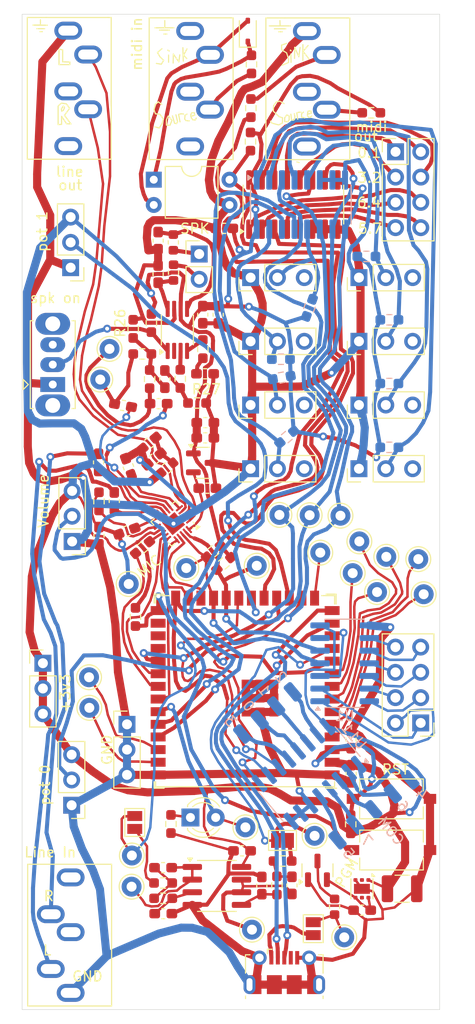
<source format=kicad_pcb>
(kicad_pcb (version 20240108) (generator "pcbnew") (generator_version "8.0")
  (layers (0 "F.Cu" signal) (31 "B.Cu" signal) (34 "B.Paste" user) (35 "F.Paste" user) (36 "B.SilkS" user "B.Silkscreen") (37 "F.SilkS" user "F.Silkscreen") (38 "B.Mask" user) (39 "F.Mask" user) (44 "Edge.Cuts" user))
  (net 0 "")
  (net 1 "Earth")
  (net 2 "+3V3")
  (net 3 "Net-(D1-A)")
  (net 4 "D-")
  (net 5 "D+")
  (net 6 "Net-(U3-EN)")
  (net 7 "Net-(C5-Pad1)")
  (net 8 "Net-(J20-Pin_1)")
  (net 9 "Net-(C6-Pad1)")
  (net 10 "Net-(U5A-+)")
  (net 11 "Net-(U5B-+)")
  (net 12 "Net-(J26-Pin_1)")
  (net 13 "Net-(C10-Pad2)")
  (net 14 "Net-(U9-MIC)")
  (net 15 "Net-(C14-Pad2)")
  (net 16 "Net-(C14-Pad1)")
  (net 17 "Net-(C15-Pad2)")
  (net 18 "R_OUT")
  (net 19 "Net-(U9-LINEIN_R)")
  (net 20 "L_OUT")
  (net 21 "Net-(U9-LINEIN_L)")
  (net 22 "Net-(C16-Pad2)")
  (net 23 "Net-(U9-VAG)")
  (net 24 "Net-(U7-VO)")
  (net 25 "Net-(Q1-S)")
  (net 26 "Net-(U8-OUT+)")
  (net 27 "Net-(U9-VDDA)")
  (net 28 "Net-(U8-OUT-)")
  (net 29 "Net-(U9-LINEOUT_R)")
  (net 30 "Net-(U9-LINEOUT_L)")
  (net 31 "Net-(J3-PadR)")
  (net 32 "Net-(J44-Pin_1)")
  (net 33 "Net-(J44-Pin_2)")
  (net 35 "Net-(J2-PadR)")
  (net 36 "Net-(J5-Pin_1)")
  (net 37 "Net-(J3-PadT)")
  (net 38 "Net-(J4-Pin_1)")
  (net 39 "Net-(J8-Pin_2)")
  (net 40 "Net-(D1-K)")
  (net 41 "Net-(D2-A)")
  (net 42 "Net-(D2-K)")
  (net 43 "Net-(J8-Pin_5)")
  (net 44 "Net-(J8-Pin_4)")
  (net 45 "Net-(J8-Pin_3)")
  (net 46 "Net-(J8-Pin_1)")
  (net 47 "Net-(Q1-D)")
  (net 48 "Net-(J8-Pin_7)")
  (net 49 "A3")
  (net 50 "A5")
  (net 51 "A6")
  (net 52 "A7")
  (net 53 "A2")
  (net 54 "A0")
  (net 55 "A4")
  (net 56 "A1")
  (net 57 "MUX_A")
  (net 58 "MUX_B")
  (net 59 "Net-(J16-Pin_1)")
  (net 60 "Net-(J8-Pin_8)")
  (net 61 "Net-(J8-Pin_6)")
  (net 62 "Net-(J14-Pin_1)")
  (net 63 "Net-(J17-Pin_1)")
  (net 64 "Net-(J18-Pin_1)")
  (net 65 "Net-(J15-Pin_1)")
  (net 66 "Net-(J19-Pin_1)")
  (net 67 "Net-(J27-VBUS)")
  (net 68 "Net-(JP1-A)")
  (net 69 "Net-(U3-GPIO0{slash}BOOT)")
  (net 70 "Net-(J24-Pin_1)")
  (net 71 "MUX_C")
  (net 72 "Net-(JP2-A)")
  (net 74 "Net-(J37-Pin_1)")
  (net 75 "Net-(SW11-B)")
  (net 76 "I2S_MCLK")
  (net 77 "Net-(J42-Pin_1)")
  (net 78 "Net-(J25-Pin_1)")
  (net 79 "Net-(U3-GPIO9{slash}TOUCH9{slash}ADC1_CH8{slash}FSPIHD{slash}SUBSPIHD)")
  (net 80 "Net-(U3-GPIO10{slash}TOUCH10{slash}ADC1_CH9{slash}FSPICS0{slash}FSPIIO4{slash}SUBSPICS0)")
  (net 81 "MIDI_O")
  (net 82 "D7")
  (net 83 "D6")
  (net 84 "D5")
  (net 85 "D4")
  (net 86 "D3")
  (net 87 "D0")
  (net 88 "D1")
  (net 89 "D2")
  (net 90 "MIDI_I")
  (net 91 "SDA")
  (net 92 "SCL")
  (net 93 "CV1")
  (net 94 "CV2")
  (net 95 "Net-(U3-GPIO17{slash}U1TXD{slash}ADC2_CH6)")
  (net 96 "I2S_D_TO_SGTL")
  (net 97 "I2S_SCLK")
  (net 98 "I2S_LRCLK")
  (net 99 "I2S_D_TO_ESP")
  (net 100 "Net-(U9-HP_R)")
  (net 101 "A_MUX")
  (net 102 "DIP_MUX")
  (net 103 "Net-(U9-HP_L)")
  (net 104 "Net-(U9-MIC_BIAS)")
  (net 105 "Net-(U8-IN-)")
  (net 106 "Net-(U8-IN+)")
  (net 107 "Net-(J29-Pin_1)")
  (net 108 "Net-(J30-Pin_1)")
  (net 109 "Net-(J31-Pin_1)")
  (net 110 "Net-(J32-Pin_1)")
  (net 111 "Net-(J33-Pin_1)")
  (net 112 "Net-(J34-Pin_1)")
  (net 113 "Net-(J35-Pin_1)")
  (net 114 "Net-(J36-Pin_1)")
  (net 115 "Net-(U9-SYS_MCLK)")
  (net 116 "TOUCH_IRQ")
  (footprint "MountingHole:MountingHole_3.5mm" (layer "F.Cu") (at 34.16 111.84)
    (property "Reference" "REF**" (hide yes))
    (property "Value" "MountingHole_3.5mm")
  )
  (footprint "MountingHole:MountingHole_3.5mm" (layer "F.Cu") (at 55.16 19.84)
    (property "Reference" "REF**" (hide yes))
    (property "Value" "MountingHole_3.5mm")
  )
  (footprint "MountingHole:MountingHole_3.5mm" (layer "F.Cu") (at 55.16 111.84)
    (property "Reference" "REF**" (hide yes))
    (property "Value" "MountingHole_3.5mm")
  )
  (footprint "Inductor_SMD:L_0603_1608Metric" (layer "F.Cu") (at 32.23674 61.416195 40)
    (property "Reference" "FB2" (hide yes))
    (property "Value" "600")
  )
  (footprint "Capacitor_SMD:C_0603_1608Metric_Pad1.08x0.95mm_HandSolder" (layer "F.Cu") (at 30.429286 58.924405 40)
    (property "Reference" "C23" (hide yes))
    (property "Value" "2u2")
  )
  (footprint "Capacitor_SMD:C_0603_1608Metric_Pad1.08x0.95mm_HandSolder" (layer "F.Cu") (at 39.78 99.89 180)
    (property "Reference" "C4" (hide yes))
    (property "Value" "100n")
  )
  (footprint "Capacitor_SMD:C_0603_1608Metric_Pad1.08x0.95mm_HandSolder" (layer "F.Cu") (at 28.35 61.3 -70)
    (property "Reference" "C17" (hide yes))
    (property "Value" "0.15uF")
  )
  (footprint "Package_TO_SOT_SMD:SOT-23" (layer "F.Cu") (at 35.819999 60.91)
    (property "Reference" "U7" (hide yes))
    (property "Value" "~")
  )
  (footprint "Connector_Pin:Pin_D1.0mm_L10.0mm" (layer "F.Cu") (at 40.12 97.53)
    (property "Reference" "J1" (hide yes))
    (property "Value" "GPIO42")
  )
  (footprint "mason_parts:SINGLE_DIP_SWITCH" (layer "F.Cu") (at 51.7 48.7 90)
    (property "Reference" "SW7" (hide yes))
    (property "Value" "SW_DIP_x01")
  )
  (footprint "Capacitor_SMD:C_0603_1608Metric_Pad1.08x0.95mm_HandSolder" (layer "F.Cu") (at 37.987497 37.350001)
    (property "Reference" "C3" (hide yes))
    (property "Value" "100n")
  )
  (footprint "Capacitor_SMD:C_0603_1608Metric_Pad1.08x0.95mm_HandSolder" (layer "F.Cu") (at 35.830002 46.022502 -90)
    (property "Reference" "C20" (hide yes))
    (property "Value" "10u")
  )
  (footprint "Package_TO_SOT_SMD:SOT-23" (layer "F.Cu") (at 47.3675 101.85 90)
    (property "Reference" "Q1" (hide yes))
    (property "Value" "DMG2301L")
  )
  (footprint "Connector_Pin:Pin_D1.0mm_L10.0mm" (layer "F.Cu") (at 25.52 52.54)
    (property "Reference" "J40" (hide yes))
    (property "Value" "R_LINE_OUT")
  )
  (footprint "Connector_PinHeader_2.54mm:PinHeader_1x02_P2.54mm_Vertical" (layer "F.Cu") (at 35.47 39.93)
    (property "Reference" "J44" (hide yes))
    (property "Value" "SP_OUT")
  )
  (footprint "Resistor_SMD:R_0603_1608Metric_Pad0.98x0.95mm_HandSolder" (layer "F.Cu") (at 40.730001 20.875003 90)
    (property "Reference" "R9" (hide yes))
    (property "Value" "220")
  )
  (footprint "Package_SON:WSON-6-1EP_2x2mm_P0.65mm_EP1x1.6mm" (layer "F.Cu") (at 51.84 103.707501 -90)
    (property "Reference" "U10" (hide yes))
    (property "Value" "TLV75733PDRV")
  )
  (footprint "Connector_Pin:Pin_D1.0mm_L10.0mm" (layer "F.Cu") (at 41.26 71.25)
    (property "Reference" "J13" (hide yes))
    (property "Value" "SCL")
  )
  (footprint "Connector_Pin:Pin_D1.0mm_L10.0mm" (layer "F.Cu") (at 47.65 69.93)
    (property "Reference" "J16" (hide yes))
    (property "Value" "GPIO3")
  )
  (footprint "mason_parts:SINGLE_DIP_SWITCH" (layer "F.Cu") (at 40.8 48.7 90)
    (property "Reference" "SW1" (hide yes))
    (property "Value" "SW_DIP_x01")
  )
  (footprint "Resistor_SMD:R_0603_1608Metric_Pad0.98x0.95mm_HandSolder" (layer "F.Cu") (at 32.63 97.192497 -90)
    (property "Reference" "R2" (hide yes))
    (property "Value" "330")
  )
  (footprint "Connector_Pin:Pin_D1.0mm_L10.0mm" (layer "F.Cu") (at 53.36 73.89)
    (property "Reference" "J4" (hide yes))
    (property "Value" "GPIO15")
  )
  (footprint "Connector_Pin:Pin_D1.0mm_L10.0mm" (layer "F.Cu") (at 47.08 98.38)
    (property "Reference" "J22" (hide yes))
    (property "Value" "GPIO18")
  )
  (footprint "Resistor_SMD:R_0603_1608Metric_Pad0.98x0.95mm_HandSolder" (layer "F.Cu") (at 50.71 97.22 90)
    (property "Reference" "R1" (hide yes))
    (property "Value" "10k")
  )
  (footprint "Resistor_SMD:R_0603_1608Metric_Pad0.98x0.95mm_HandSolder" (layer "F.Cu") (at 31.850001 104.66)
    (property "Reference" "R20" (hide yes))
    (property "Value" "10k")
  )
  (footprint "Inductor_SMD:L_0603_1608Metric" (layer "F.Cu") (at 32.869998 38.762502 -90)
    (property "Reference" "FB3" (hide yes))
    (property "Value" "FerriteBead_Small")
  )
  (footprint "mason_parts:SINGLE_DIP_SWITCH" (layer "F.Cu") (at 40.8 55.1 90)
    (property "Reference" "SW2" (hide yes))
    (property "Value" "SW_DIP_x01")
  )
  (footprint "mason_parts:Jack_3.5mm_CUI_SJ1-3535NG_Horizontal_NO_FRONT" (layer "F.Cu") (at 46.3 17.53)
    (property "Reference" "J3" (hide yes))
    (property "Value" "MIDI_OUT_JACK" (hide yes))
  )
  (footprint "mason_parts:SINGLE_DIP_SWITCH" (layer "F.Cu") (at 51.7 55.1 90)
    (property "Reference" "SW6" (hide yes))
    (property "Value" "SW_DIP_x01")
  )
  (footprint "Connector_Pin:Pin_D1.0mm_L10.0mm" (layer "F.Cu") (at 28.7 100.36)
    (property "Reference" "J21" (hide yes))
    (property "Value" "GPIO13")
  )
  (footprint "Connector_PinHeader_2.54mm:PinHeader_2x04_P2.54mm_Vertical" (layer "F.Cu") (at 55.22 29.66)
    (property "Reference" "J23" (hide yes))
    (property "Value" "A_MUX_IN")
  )
  (footprint "Resistor_SMD:R_0603_1608Metric_Pad0.98x0.95mm_HandSolder" (layer "F.Cu") (at 28.829999 47.447501 90)
    (property "Reference" "R26")
    (property "Value" "???")
  )
  (footprint "mason_parts:SINGLE_DIP_SWITCH" (layer "F.Cu") (at 40.8 42.3 90)
    (property "Reference" "SW4" (hide yes))
    (property "Value" "SW_DIP_x01")
  )
  (footprint "Connector_Pin:Pin_D1.0mm_L10.0mm" (layer "F.Cu") (at 50.06 108.58 180)
    (property "Reference" "J29" (hide yes))
    (property "Value" "PWR_IN")
  )
  (footprint "Resistor_SMD:R_0603_1608Metric_Pad0.98x0.95mm_HandSolder" (layer "F.Cu") (at 43.29 103.367497 -90)
    (property "Reference" "R21" (hide yes))
    (property "Value" "10k")
  )
  (footprint "mason_parts:Jack_3.5mm_CUI_SJ1-3535NG_Horizontal_NO_FRONT" (layer "F.Cu") (at 22.54 114.16 180)
    (property "Reference" "J28" (hide yes))
    (property "Value" "LINE_IN_JACK")
  )
  (footprint "Connector_PinHeader_2.54mm:PinHeader_1x03_P2.54mm_Vertical" (layer "F.Cu") (at 22.69 68.81 180)
    (property "Reference" "RV3" (hide yes))
    (property "Value" "100k")
  )
  (footprint "Capacitor_SMD:C_0603_1608Metric_Pad1.08x0.95mm_HandSolder" (layer "F.Cu") (at 31.339999 38.582501 -90)
    (property "Reference" "C21" (hide yes))
    (property "Value" "220p")
  )
  (footprint "Capacitor_SMD:C_0603_1608Metric_Pad1.08x0.95mm_HandSolder" (layer "F.Cu") (at 31.86 106.2)
    (property "Reference" "C7" (hide yes))
    (property "Value" "100n")
  )
  (footprint "Capacitor_SMD:C_0603_1608Metric_Pad1.08x0.95mm_HandSolder" (layer "F.Cu") (at 36.087497 56.870001)
    (property "Reference" "C12" (hide yes))
    (property "Value" "2u2")
  )
  (footprint "Connector_PinHeader_2.54mm:PinHeader_2x04_P2.54mm_Vertical" (layer "F.Cu") (at 57.75 87.04 180)
    (property "Reference" "J8" (hide yes))
    (property "Value" "TOUCH_IN")
  )
  (footprint "Resistor_SMD:R_0603_1608Metric_Pad0.98x0.95mm_HandSolder" (layer "F.Cu") (at 29.769015 69.413456 40)
    (property "Reference" "R30" (hide yes))
    (property "Value" "100")
  )
  (footprint "Package_SO:SOIC-16_3.9x9.9mm_P1.27mm" (layer "F.Cu") (at 44.944999 34.959998 90)
    (property "Reference" "U6" (hide yes))
    (property "Value" "4051")
  )
  (footprint "Capacitor_SMD:C_0603_1608Metric_Pad1.08x0.95mm_HandSolder" (layer "F.Cu") (at 37.380002 46.030004 -90)
    (property "Reference" "C22" (hide yes))
    (property "Value" "1u")
  )
  (footprint "Package_DIP:DIP-4_W7.62mm" (layer "F.Cu") (at 30.900001 32.46)
    (property "Reference" "U2" (hide yes))
    (property "Value" "PC817")
  )
  (footprint "Capacitor_SMD:C_0603_1608Metric_Pad1.08x0.95mm_HandSolder" (layer "F.Cu") (at 26.929999 64.747499 90)
    (property "Reference" "C16" (hide yes))
    (property "Value" "2u2")
  )
  (footprint "Capacitor_SMD:C_0603_1608Metric_Pad1.08x0.95mm_HandSolder" (layer "F.Cu") (at 44.799997 103.362499 -90)
    (property "Reference" "C6" (hide yes))
    (property "Value" "100n")
  )
  (footprint "Resistor_SMD:R_0603_1608Metric_Pad0.98x0.95mm_HandSolder" (layer "F.Cu") (at 40.669999 25.267501 90)
    (property "Reference" "R4" (hide yes))
    (property "Value" "47")
  )
  (footprint "Connector_Pin:Pin_D1.0mm_L10.0mm" (layer "F.Cu") (at 26.45 49.46)
    (property "Reference" "J41" (hide yes))
    (property "Value" "L_LINE_OUT")
  )
  (footprint "Resistor_SMD:R_0603_1608Metric_Pad0.98x0.95mm_HandSolder" (layer "F.Cu") (at 36.900985 69.786544 40)
    (property "Reference" "R15" (hide yes))
    (property "Value" "2k2")
  )
  (footprint "Jumper:SolderJumper-2_P1.3mm_Open_Pad1.0x1.5mm" (layer "F.Cu") (at 46.94 107.710001 -90)
    (property "Reference" "JP3" (hide yes))
    (property "Value" "USB_5V")
  )
  (footprint "Resistor_SMD:R_0603_1608Metric_Pad0.98x0.95mm_HandSolder" (layer "F.Cu") (at 52.78 25.74 180)
    (property "Reference" "R8" (hide yes))
    (property "Value" "47")
  )
  (footprint "Connector_Pin:Pin_D1.0mm_L10.0mm" (layer "F.Cu") (at 54.29 70.35)
    (property "Reference" "J19" (hide yes))
    (property "Value" "GPIO6")
  )
  (footprint "Capacitor_SMD:C_0603_1608Metric_Pad1.08x0.95mm_HandSolder" (layer "F.Cu") (at 50.740001 88.712501 90)
    (property "Reference" "C1" (hide yes))
    (property "Value" "1u")
  )
  (footprint "Inductor_SMD:L_0603_1608Metric" (layer "F.Cu") (at 32.889998 41.795002 90)
    (property "Reference" "FB4" (hide yes))
    (property "Value" "FerriteBead_Small")
  )
  (footprint "Capacitor_SMD:C_0603_1608Metric_Pad1.08x0.95mm_HandSolder" (layer "F.Cu") (at 36.084998 58.400002)
    (property "Reference" "C13" (hide yes))
    (property "Value" "100n")
  )
  (footprint "mason_parts:SINGLE_DIP_SWITCH" (layer "F.Cu") (at 40.8 61.5 90)
    (property "Reference" "SW3" (hide yes))
    (property "Value" "SW_DIP_x01" (hide yes))
  )
  (footprint "Connector_Pin:Pin_D1.0mm_L10.0mm" (layer "F.Cu") (at 58.05 74.11)
    (property "Reference" "J17" (hide yes))
    (property "Value" "GPIO4")
  )
  (footprint "Capacitor_SMD:C_0603_1608Metric_Pad1.08x0.95mm_HandSolder" (layer "F.Cu") (at 51.860001 105.854998 180)
    (property "Reference" "C19" (hide yes))
    (property "Value" "220n")
  )
  (footprint "Connector_PinHeader_2.54mm:PinHeader_1x03_P2.54mm_Vertical" (layer "F.Cu") (at 19.75 81.04)
    (property "Reference" "J38" (hide yes))
    (property "Value" "+3v3 Conn")
  )
  (footprint "Resistor_SMD:R_0603_1608Metric_Pad0.98x0.95mm_HandSolder" (layer "F.Cu") (at 30.485 52.495001 90)
    (property "Reference" "R23" (hide yes))
    (property "Value" "1k")
  )
  (footprint "mason_parts:Jack_3.5mm_CUI_SJ1-3535NG_Horizontal_NO_FRONT" (layer "F.Cu") (at 22.3 17.485)
    (property "Reference" "J43" (hide yes))
    (property "Value" "LINE_OUT")
  )
  (footprint "Connector_Pin:Pin_D1.0mm_L10.0mm" (layer "F.Cu") (at 28.38 73.08 180)
    (property "Reference" "J26" (hide yes))
    (property "Value" "MIC_IN")
  )
  (footprint "PCM_Espressif:ESP32-S3-WROOM-1U" (layer "F.Cu") (at 40.089997 84.000002 180)
    (property "Reference" "U3" (hide yes))
    (property "Value" "ESP32-S3-WROOM-1" (hide yes))
  )
  (footprint "Package_DFN_QFN:QFN-20-1EP_3x3mm_P0.4mm_EP1.65x1.65mm" (layer "F.Cu") (at 32.886533 67.015122 -140)
    (property "Reference" "U9" (hide yes))
    (property "Value" "SGTL5000XNLA3" (hide yes))
  )
  (footprint "Connector_Pin:Pin_D1.0mm_L10.0mm" (layer "F.Cu") (at 28.67 103.49)
    (property "Reference" "J24" (hide yes))
    (property "Value" "CV1")
  )
  (footprint "Capacitor_SMD:C_0603_1608Metric_Pad1.08x0.95mm_HandSolder" (layer "F.Cu") (at 31.387499 54.960002 180)
    (property "Reference" "C27" (hide yes))
    (property "Value" "2u2")
  )
  (footprint "LED_THT:LED_D3.0mm_Clear" (layer "F.Cu") (at 34.59 96.54)
    (property "Reference" "D1" (hide yes))
    (property "Value" "LED")
  )
  (footprint "Resistor_SMD:R_0603_1608Metric_Pad0.98x0.95mm_HandSolder" (layer "F.Cu") (at 29.747501 49.969999)
    (property "Reference" "R24" (hide yes))
    (property "Value" "1k")
  )
  (footprint "Capacitor_SMD:C_0603_1608Metric_Pad1.08x0.95mm_HandSolder" (layer "F.Cu") (at 31.84 101.58)
    (property "Reference" "C5" (hide yes))
    (property "Value" "100n")
  )
  (footprint "Button_Switch_SMD:SW_Tactile_SPST_NO_Straight_CK_PTS636Sx25SMTRLFS" (layer "F.Cu") (at 54.81 94.67 180)
    (property "Reference" "SW9" (hide yes))
    (property "Value" "RST")
  )
  (footprint "Jumper:SolderJumper-2_P1.3mm_Open_Pad1.0x1.5mm" (layer "F.Cu") (at 43.849999 98.844999 180)
    (property "Reference" "JP2" (hide yes))
    (property "Value" "CV2_JP")
  )
  (footprint "Connector_PinHeader_2.54mm:PinHeader_1x03_P2.54mm_Vertical" (layer "F.Cu") (at 28.21 87.18)
    (property "Reference" "J39" (hide yes))
    (property "Value" "GND_Conn" (hide yes))
  )
  (footprint "Capacitor_SMD:C_0603_1608Metric_Pad1.08x0.95mm_HandSolder" (layer "F.Cu") (at 25.35 60.86 90)
    (property "Reference" "C15" (hide yes))
    (property "Value" "2u2")
  )
  (footprint "Connector_Pin:Pin_D1.0mm_L10.0mm" (layer "F.Cu") (at 50.91 71.99)
    (property "Reference" "J5" (hide yes))
    (property "Value" "GPIO16")
  )
  (footprint "Resistor_SMD:R_0603_1608Metric_Pad0.98x0.95mm_HandSolder" (layer "F.Cu") (at 29.06 76.392497 -90)
    (property "Reference" "R19" (hide yes))
    (property "Value" "10k")
  )
  (footprint "mason_parts:SINGLE_DIP_SWITCH" (layer "F.Cu") (at 51.7 61.5 90)
    (property "Reference" "SW5" (hide yes))
    (property "Value" "SW_DIP_x01")
  )
  (footprint "mason_parts:SINGLE_DIP_SWITCH" (layer "F.Cu") (at 51.7 42.3 90)
    (property "Reference" "SW8" (hide yes))
    (property "Value" "SW_DIP_x01")
  )
  (footprint "Capacitor_SMD:C_0603_1608Metric_Pad1.08x0.95mm_HandSolder" (layer "F.Cu") (at 28.18 67.77 20)
    (property "Reference" "C11" (hide yes))
    (property "Value" "100n")
  )
  (footprint "Resistor_SMD:R_0603_1608Metric_Pad0.98x0.95mm_HandSolder" (layer "F.Cu") (at 37.950985 71.016544 40)
    (property "Reference" "R16" (hide yes))
    (property "Value" "2k2")
  )
  (footprint "Capacitor_SMD:C_0603_1608Metric_Pad1.08x0.95mm_HandSolder" (layer "F.Cu") (at 36.29 63.46)
    (property "Reference" "C18" (hide yes))
    (property "Value" "2u2" (hide yes))
  )
  (footprint "Connector_Pin:Pin_D1.0mm_L10.0mm" (layer "F.Cu") (at 46.58 66.17)
    (property "Reference" "J10" (hide yes))
    (property "Value" "MUXB")
  )
  (footprint "Capacitor_SMD:C_0603_1608Metric_Pad1.08x0.95mm_HandSolder" (layer "F.Cu") (at 50.749999 92.142501 -90)
    (property "Reference" "C2" (hide yes))
    (property "Value" "100n")
  )
  (footprint "Resistor_SMD:R_0603_1608Metric_Pad0.98x0.95mm_HandSolder" (layer "F.Cu") (at 31.840001 103.12)
    (property "Reference" "R17" (hide yes))
    (property "Value" "10k")
  )
  (footprint "Capacitor_SMD:C_0603_1608Metric_Pad1.08x0.95mm_HandSolder" (layer "F.Cu") (at 32.015 52.495001 90)
    (property "Reference" "C14" (hide yes))
    (property "Value" "1u")
  )
  (footprint "Capacitor_SMD:C_0603_1608Metric_Pad1.08x0.95mm_HandSolder" (layer "F.Cu") (at 27.81 55.14 170)
    (property "Reference" "C26" (hide yes))
    (property "Value" "2u2")
  )
  (footprint "Diode_SMD:D_SOD-323" (layer "F.Cu") (at 40.36 17.537501 90)
    (property "Reference" "D2" (hide yes))
    (property "Value" "1N4148")
  )
  (footprint "Button_Switch_THT:SW_Slide_SPDT_Straight_CK_OS102011MS2Q" (layer "F.Cu") (at 20.74 53.04 90)
    (property "Reference" "SW11" (hide yes))
    (property "Value" "SW_SPST")
  )
  (footprint "Capacitor_SMD:C_0603_1608Metric_Pad1.08x0.95mm_HandSolder" (layer "F.Cu") (at 41.769998 103.377499 90)
    (property "Reference" "C8" (hide yes))
    (property "Value" "100n")
  )
  (footprint "Package_SO:SOIC-8_3.9x4.9mm_P1.27mm" (layer "F.Cu") (at 37.25 103.415)
    (property "Reference" "U5" (hide yes))
    (property "Value" "MCP6002-xSN")
  )
  (footprint "Resistor_SMD:R_0603_1608Metric_Pad0.98x0.95mm_HandSolder" (layer "F.Cu") (at 30.66 46.862497 -90)
    (property "Reference" "R28" (hide yes))
    (property "Value" "10k")
  )
  (footprint "Connector_Pin:Pin_D1.0mm_L10.0mm" (layer "F.Cu") (at 51.58 68.8)
    (property "Reference" "J20" (hide yes))
    (property "Value" "GPIO7")
  )
  (footprint "Connector_USB:USB_Micro-B_Molex-105017-0001" (layer "F.Cu") (at 44.029999 112.0945)
    (property "Reference" "J27" (hide yes))
    (property "Value" "USB_B_Micro")
  )
  (footprint "mason_parts:Jack_3.5mm_CUI_SJ1-3535NG_Horizontal_NO_FRONT" (layer "F.Cu") (at 34.56 17.52)
    (property "Reference" "J2" (hide yes))
    (property "Value" "MIDI_IN_JACK")
  )
  (footprint "Capacitor_SMD:C_0603_1608Metric_Pad1.08x0.95mm_HandSolder" (layer "F.Cu") (at 30.930714 60.525595 40)
    (property "Reference" "C25" (hide yes))
    (property "Value" "100n")
  )
  (footprint "Connector_Pin:Pin_D1.0mm_L10.0mm" (layer "F.Cu") (at 24.42 85.52)
    (property "Reference" "J14" (hide yes))
    (property "Value" "GPIO1")
  )
  (footprint "Connector_Pin:Pin_D1.0mm_L10.0mm" (layer "F.Cu") (at 57.51 70.58)
    (property "Reference" "J18" (hide yes))
    (property "Value" "GPIO5")
  )
  (footprint "Package_SO:MSOP-8_3x3mm_P0.65mm" (layer "F.Cu") (at 33.274999 47.5525 90)
    (property "Reference" "U8" (hide yes))
    (property "Value" "PAM8302AAD")
  )
  (footprint "Connector_PinHeader_2.54mm:PinHeader_1x03_P2.54mm_Vertical" (layer "F.Cu") (at 22.540003 41.299999 180)
    (property "Reference" "RV1" (hide yes))
    (property "Value" "100k")
  )
  (footprint "Capacitor_SMD:C_0603_1608Metric_Pad1.08x0.95mm_HandSolder" (layer "F.Cu") (at 25.389999 68.227497 90)
    (property "Reference" "C9" (hide yes))
    (property "Value" "2u2")
  )
  (footprint "Capacitor_SMD:C_0603_1608Metric_Pad1.08x0.95mm_HandSolder" (layer "F.Cu") (at 36.06 51.96 180)
    (property "Reference" "C10" (hide yes))
    (property "Value" "1u")
  )
  (footprint "Connector_Pin:Pin_D1.0mm_L10.0mm" (layer "F.Cu") (at 49.68 66.22)
    (property "Reference" "J11" (hide yes))
    (property "Value" "MUXC")
  )
  (footprint "Resistor_SMD:R_0603_1608Metric_Pad0.98x0.95mm_HandSolder" (layer "F.Cu") (at 35.840001 49.482499 90)
    (property "Reference" "R25" (hide yes))
    (property "Value" "100")
  )
  (footprint "Resistor_SMD:R_0603_1608Metric_Pad0.98x0.95mm_HandSolder" (layer "F.Cu") (at 40.63 28.63 -90)
    (property "Reference" "R14" (hide yes))
    (property "Value" "220")
  )
  (footprint "Connector_Pin:Pin_D1.0mm_L10.0mm" (layer "F.Cu") (at 40.78 107.81)
    (property "Reference" "J25" (hide yes))
    (property "Value" "CV2")
  )
  (footprint "Resistor_SMD:R_0603_1608Metric_Pad0.98x0.95mm_HandSolder" (layer "F.Cu") (at 35.2575 54.9)
    (property "Reference" "R27")
    (property "Value" "???")
  )
  (footprint "Connector_PinHeader_2.54mm:PinHeader_1x03_P2.54mm_Vertical" (layer "F.Cu") (at 22.64 95.31 180)
    (property "Reference" "RV2" (hide yes))
    (property "Value" "100k")
  )
  (footprint "Connector_Pin:Pin_D1.0mm_L10.0mm" (layer "F.Cu") (at 43.54 66.14)
    (property "Reference" "J9" (hide yes))
    (property "Value" "MUXA")
  )
  (footprint "Connector_Pin:Pin_D1.0mm_L10.0mm" (layer "F.Cu") (at 24.39 82.45)
    (property "Reference" "J15" (hide yes))
    (property "Value" "GPIO2")
  )
  (footprint "Jumper:SolderJumper-2_P1.3mm_Open_Pad1.0x1.5mm" (layer "F.Cu") (at 28.990001 97.04 90)
    (property "Reference" "JP1" (hide yes))
    (property "Value" "CV1_JP")
  )
  (footprint "Resistor_SMD:R_0603_1608Metric_Pad0.98x0.95mm_HandSolder" (layer "F.Cu") (at 33.564999 52.47 90)
    (property "Reference" "R29" (hide yes))
    (property "Value" "100")
  )
  (footprint "Connector_Pin:Pin_D1.0mm_L10.0mm" (layer "F.Cu") (at 34.17 71.48)
    (property "Reference" "J12" (hide yes))
    (property "Value" "SDA")
  )
  (footprint "Button_Switch_SMD:SW_Tactile_SPST_NO_Straight_CK_PTS636Sx25SMTRLFS" (layer "F.Cu") (at 54.815001 99.81)
    (property "Reference" "SW10" (hide yes))
    (property "Value" "BOOT")
  )
  (footprint "Capacitor_SMD:C_0603_1608Metric_Pad1.08x0.95mm_HandSolder" (layer "F.Cu") (at 31.339999 41.947503 90)
    (property "Reference" "C24" (hide yes))
    (property "Value" "220p")
  )
  (footprint "Inductor_SMD:L_0603_1608Metric" (layer "F.Cu") (at 49.09 105.5125 -90)
    (property "Reference" "FB1" (hide yes))
    (property "Value" "120")
  )
  (footprint "Resistor_SMD:R_0603_1608Metric_Pad0.98x0.95mm_HandSolder" (layer "F.Cu") (at 25.39 64.777503 -90)
    (property "Reference" "R22" (hide yes))
    (property "Value" "2k2")
  )
  (footprint "Resistor_SMD:R_0603_1608Metric_Pad0.98x0.95mm_HandSolder" (layer "F.Cu") (at 43.859998 100.915 180)
    (property "Reference" "R18" (hide yes))
    (property "Value" "10k")
  )
  (footprint "Capacitor_SMD:C_1210_3225Metric" (layer "F.Cu") (at 55.88 103.7)
    (property "Reference" "C28" (hide yes))
    (property "Value" "22u")
  )
  (footprint "Connector_Wire:SolderWirePad_1x01_SMD_1x2mm" (layer "B.Cu") (at 52.974795 95.764212 40)
    (property "Reference" "J42" (hide yes))
    (property "Value" "EM1_COM")
  )
  (footprint "Connector_Wire:SolderWirePad_1x01_SMD_1x2mm" (layer "B.Cu") (at 44.89 83.92 40)
    (property "Reference" "J32" (hide yes))
    (property "Value" "EM_X2")
  )
  (footprint "Connector_Wire:SolderWirePad_1x01_SMD_1x2mm" (layer "B.Cu") (at 54.947493 94.148085 -140)
    (property "Reference" "J36" (hide yes))
    (property "Value" "EM_X6")
  )
  (footprint "Resistor_SMD:R_0603_1608Metric_Pad0.98x0.95mm_HandSolder" (layer "B.Cu") (at 52.29 40.17)
    (property "Reference" "R3" (hide yes))
    (property "Value" "100k")
  )
  (footprint "Connector_Wire:SolderWirePad_1x01_SMD_1x2mm" (layer "B.Cu") (at 51.174592 97.274764 -140)
    (property "Reference" "J37" (hide yes))
    (property "Value" "EM_X7")
  )
  (footprint "Package_SO:SOIC-14_3.9x8.7mm_P1.27mm" (layer "B.Cu") (at 50.105003 81.05)
    (property "Reference" "U1")
    (property "Value" "~")
  )
  (footprint "Resistor_SMD:R_0603_1608Metric_Pad0.98x0.95mm_HandSolder" (layer "B.Cu") (at 43.692499 50.5 180)
    (property "Reference" "R13" (hide yes))
    (property "Value" "100k")
  )
  (footprint "Connector_Wire:SolderWirePad_1x01_SMD_1x2mm" (layer "B.Cu") (at 56.70966 92.747777 -140)
    (property "Reference" "J34" (hide yes))
    (property "Value" "EM_X4")
  )
  (footprint "Resistor_SMD:R_0603_1608Metric_Pad0.98x0.95mm_HandSolder" (layer "B.Cu") (at 43.771364 52.338454 -170)
    (property "Reference" "R12" (hide yes))
    (property "Value" "100k")
  )
  (footprint "Resistor_SMD:R_0603_1608Metric_Pad0.98x0.95mm_HandSolder" (layer "B.Cu") (at 54.602498 46.539999)
    (property "Reference" "R5" (hide yes))
    (property "Value" "100k")
  )
  (footprint "Connector_Wire:SolderWirePad_1x01_SMD_1x2mm" (layer "B.Cu") (at 39.799501 88.152273 40)
    (property "Reference" "J33" (hide yes))
    (property "Value" "EM_X3")
  )
  (footprint "Resistor_SMD:R_0603_1608Metric_Pad0.98x0.95mm_HandSolder" (layer "B.Cu") (at 44.280985 58.316544 -140)
    (property "Reference" "R11" (hide yes))
    (property "Value" "100k")
  )
  (footprint "Resistor_SMD:R_0603_1608Metric_Pad0.98x0.95mm_HandSolder" (layer "B.Cu") (at 54.597502 52.940001)
    (property "Reference" "R6" (hide yes))
    (property "Value" "100k")
  )
  (footprint "Connector_Wire:SolderWirePad_1x01_SMD_1x2mm" (layer "B.Cu") (at 49.382047 98.778886 -140)
    (property "Reference" "J35" (hide yes))
    (property "Value" "EM_X5" (hide yes))
  )
  (footprint "Package_SO:SOIC-16_3.9x9.9mm_P1.27mm" (layer "B.Cu") (at 45.695 34.96 -90)
    (property "Reference" "U4" (hide yes))
    (property "Value" "4051")
  )
  (footprint "Resistor_SMD:R_0603_1608Metric_Pad0.98x0.95mm_HandSolder" (layer "B.Cu") (at 54.597502 59.350001)
    (property "Reference" "R7" (hide yes))
    (property "Value" "100k")
  )
  (footprint "Connector_Wire:SolderWirePad_1x01_SMD_1x2mm" (layer "B.Cu") (at 41.556474 86.730215 -140)
    (property "Reference" "J30" (hide yes))
    (property "Value" "EM_X0")
  )
  (footprint "Package_SO:SOIC-16_3.9x9.9mm_P1.27mm" (layer "B.Cu") (at 46.525479 92.161993 130)
    (property "Reference" "U11")
    (property "Value" "4051")
  )
  (footprint "Connector_Wire:SolderWirePad_1x01_SMD_1x2mm" (layer "B.Cu") (at 43.211129 85.341793 -140)
    (property "Reference" "J31" (hide yes))
    (property "Value" "EM_X1")
  )
  (footprint "Resistor_SMD:R_0603_1608Metric_Pad0.98x0.95mm_HandSolder" (layer "B.Cu") (at 46.557906 45.337468 70)
    (property "Reference" "R10" (hide yes))
    (property "Value" "100k")
  )
  (gr_line (start 45.96 25.67) (end 45.77 25.83) (stroke (width 0.12)) (layer "F.SilkS"))
  (gr_line (start 44.26 25.97) (end 44.07 26.24) (stroke (width 0.12)) (layer "F.SilkS"))
  (gr_line (start 31.9 20.47) (end 31.66 20.86) (stroke (width 0.12)) (layer "F.SilkS"))
  (gr_line (start 21.74 19.42) (end 21.39 19.35) (stroke (width 0.12)) (layer "F.SilkS"))
  (gr_line (start 35.09 26.46) (end 35.17 26.27) (stroke (width 0.12)) (layer "F.SilkS"))
  (gr_line (start 34.05 25.98) (end 34.01 26.37) (stroke (width 0.12)) (layer "F.SilkS"))
  (gr_line (start 21.65 25.58) (end 21.81 25.49) (stroke (width 0.12)) (layer "F.SilkS"))
  (gr_line (start 45.77 25.83) (end 45.77 26.18) (stroke (width 0.12)) (layer "F.SilkS"))
  (gr_line (start 33.65 25.84) (end 33.89 25.86) (stroke (width 0.12)) (layer "F.SilkS"))
  (gr_line (start 33.42 20.62) (end 33.52 19.92) (stroke (width 0.12)) (layer "F.SilkS"))
  (gr_line (start 44.64 19.5) (end 44.65 19.44) (stroke (width 0.12)) (layer "F.SilkS"))
  (gr_line (start 43.76 18.94) (end 43.76 19.41) (stroke (width 0.12)) (layer "F.SilkS"))
  (gr_line (start 32.01 16.48) (end 32.01 17.2) (stroke (width 0.12)) (layer "F.SilkS"))
  (gr_line (start 33.4 25.9) (end 33.54 26.65) (stroke (width 0.12)) (layer "F.SilkS"))
  (gr_line (start 31.03 17.2) (end 32.92 17.2) (stroke (width 0.12)) (layer "F.SilkS"))
  (gr_line (start 44.65 19.44) (end 44.71 19.5) (stroke (width 0.12)) (layer "F.SilkS"))
  (gr_line (start 22.46 20.9) (end 22.46 20.64) (stroke (width 0.12)) (layer "F.SilkS"))
  (gr_line (start 32.85 20.74) (end 32.87 19.84) (stroke (width 0.12)) (layer "F.SilkS"))
  (gr_line (start 44.69 19.85) (end 44.71 20.67) (stroke (width 0.12)) (layer "F.SilkS"))
  (gr_line (start 33.3 26.65) (end 33.13 25.94) (stroke (width 0.12)) (layer "F.SilkS"))
  (gr_line (start 43.48 17.6) (end 43.82 17.6) (stroke (width 0.12)) (layer "F.SilkS"))
  (gr_line (start 21.81 25.49) (end 21.92 25.23) (stroke (width 0.12)) (layer "F.SilkS"))
  (gr_line (start 31.5 25.87) (end 31.87 26.37) (stroke (width 0.12)) (layer "F.SilkS"))
  (gr_line (start 45.06 20.28) (end 45.08 19.16) (stroke (width 0.12)) (layer "F.SilkS"))
  (gr_line (start 21.37 20.9) (end 22.46 20.9) (stroke (width 0.12)) (layer "F.SilkS"))
  (gr_line (start 19.93 17.29) (end 19.14 17.29) (stroke (width 0.12)) (layer "F.SilkS"))
  (gr_line (start 32.31 19.45) (end 32.46 19.53) (stroke (width 0.12)) (layer "F.SilkS"))
  (gr_line (start 21.92 25.23) (end 21.85 25.08) (stroke (width 0.12)) (layer "F.SilkS"))
  (gr_line (start 46.36 26.02) (end 46.48 26.2) (stroke (width 0.12)) (layer "F.SilkS"))
  (gr_line (start 43.51 26.13) (end 43.85 26.24) (stroke (width 0.12)) (layer "F.SilkS"))
  (gr_line (start 45.51 25.68) (end 45.71 25.68) (stroke (width 0.12)) (layer "F.SilkS"))
  (gr_line (start 42.96 25.01) (end 42.92 25.57) (stroke (width 0.12)) (layer "F.SilkS"))
  (gr_line (start 45.52 30.74) (end 45.3 30.67) (stroke (width 0.12)) (layer "F.SilkS"))
  (gr_line (start 34.85 26.46) (end 35.09 26.46) (stroke (width 0.12)) (layer "F.SilkS"))
  (gr_line (start 42.82 26.79) (end 42.64 26.58) (stroke (width 0.12)) (layer "F.SilkS"))
  (gr_line (start 22.57 26.86) (end 21.92 25.99) (stroke (width 0.12)) (layer "F.SilkS"))
  (gr_line (start 21.61 25.36) (end 21.65 25.58) (stroke (width 0.12)) (layer "F.SilkS"))
  (gr_line (start 21.61 24.77) (end 21.31 25.03) (stroke (width 0.12)) (layer "F.SilkS"))
  (gr_line (start 21.63 26.9) (end 21.63 26.1) (stroke (width 0.12)) (layer "F.SilkS"))
  (gr_line (start 19.5 16.93) (end 18.76 16.93) (stroke (width 0.12)) (layer "F.SilkS"))
  (gr_line (start 33.85 19.9) (end 34.22 20.29) (stroke (width 0.12)) (layer "F.SilkS"))
  (gr_line (start 44.47 20.35) (end 44.45 20.69) (stroke (width 0.12)) (layer "F.SilkS"))
  (gr_line (start 34.64 26.1) (end 35.02 25.98) (stroke (width 0.12)) (layer "F.SilkS"))
  (gr_line (start 43.76 19.41) (end 44.26 19.72) (stroke (width 0.12)) (layer "F.SilkS"))
  (gr_line (start 31.7 24.9) (end 31.35 24.64) (stroke (width 0.12)) (layer "F.SilkS"))
  (gr_line (start 34.96 25.73) (end 34.74 25.73) (stroke (width 0.12)) (layer "F.SilkS"))
  (gr_line (start 44.69 25.88) (end 44.76 26.47) (stroke (width 0.12)) (layer "F.SilkS"))
  (gr_line (start 31.08 25.85) (end 31.5 25.87) (stroke (width 0.12)) (layer "F.SilkS"))
  (gr_line (start 42.92 25.57) (end 43.51 26.13) (stroke (width 0.12)) (layer "F.SilkS"))
  (gr_line (start 21.63 26.1) (end 22.13 26.84) (stroke (width 0.12)) (layer "F.SilkS"))
  (gr_line (start 43.58 24.58) (end 43.23 24.65) (stroke (width 0.12)) (layer "F.SilkS"))
  (gr_line (start 21.28 25.08) (end 21.28 26.93) (stroke (width 0.12)) (layer "F.SilkS"))
  (gr_line (start 21.92 25.99) (end 22.44 25.29) (stroke (width 0.12)) (layer "F.SilkS"))
  (gr_line (start 18.76 16.93) (end 20.19 16.94) (stroke (width 0.12)) (layer "F.SilkS"))
  (gr_line (start 32.32 26.1) (end 32.17 26.45) (stroke (width 0.12)) (layer "F.SilkS"))
  (gr_line (start 33.42 25.89) (end 33.65 25.84) (stroke (width 0.12)) (layer "F.SilkS"))
  (gr_line (start 21.28 26.93) (end 21.63 26.9) (stroke (width 0.12)) (layer "F.SilkS"))
  (gr_line (start 32.99 26.79) (end 33.18 26.83) (stroke (width 0.12)) (layer "F.SilkS"))
  (gr_line (start 31.92 17.83) (end 32.22 17.83) (stroke (width 0.12)) (layer "F.SilkS"))
  (gr_line (start 44.45 20.69) (end 43.8 20.97) (stroke (width 0.12)) (layer "F.SilkS"))
  (gr_line (start 31.35 24.64) (end 31.07 24.89) (stroke (width 0.12)) (layer "F.SilkS"))
  (gr_line (start 34.63 26.07) (end 34.69 26.27) (stroke (width 0.12)) (layer "F.SilkS"))
  (gr_line (start 44.07 26.24) (end 44.07 26.62) (stroke (width 0.12)) (layer "F.SilkS"))
  (gr_line (start 42.53 17.01) (end 44.65 17.01) (stroke (width 0.12)) (layer "F.SilkS"))
  (gr_line (start 21.74 20.62) (end 21.74 19.42) (stroke (width 0.12)) (layer "F.SilkS"))
  (gr_line (start 31.72 19.3) (end 31.27 19.69) (stroke (width 0.12)) (layer "F.SilkS"))
  (gr_line (start 31.87 26.37) (end 31.74 26.83) (stroke (width 0.12)) (layer "F.SilkS"))
  (gr_line (start 45.92 19.57) (end 46.42 18.98) (stroke (width 0.12)) (layer "F.SilkS"))
  (gr_line (start 21.37 19.33) (end 21.37 20.9) (stroke (width 0.12)) (layer "F.SilkS"))
  (gr_line (start 31.27 19.69) (end 31.53 20.12) (stroke (width 0.12)) (layer "F.SilkS"))
  (gr_line (start 30.92 25.44) (end 31.08 25.85) (stroke (width 0.12)) (layer "F.SilkS"))
  (gr_line (start 34.01 26.37) (end 34.15 26.53) (stroke (width 0.12)) (layer "F.SilkS"))
  (gr_line (start 32.47 17.43) (end 31.48 17.43) (stroke (width 0.12)) (layer "F.SilkS"))
  (gr_line (start 44.52 26.44) (end 44.52 26.06) (stroke (width 0.12)) (layer "F.SilkS"))
  (gr_line (start 34.15 26.53) (end 34.47 26.55) (stroke (width 0.12)) (layer "F.SilkS"))
  (gr_line (start 31.66 20.86) (end 31.16 20.78) (stroke (width 0.12)) (layer "F.SilkS"))
  (gr_line (start 44.26 19.72) (end 44.47 20.35) (stroke (width 0.12)) (layer "F.SilkS"))
  (gr_line (start 32.87 19.84) (end 33.42 20.62) (stroke (width 0.12)) (layer "F.SilkS"))
  (gr_line (start 34.69 26.27) (end 34.85 26.46) (stroke (width 0.12)) (layer "F.SilkS"))
  (gr_line (start 34.24 25.87) (end 34.05 25.98) (stroke (width 0.12)) (layer "F.SilkS"))
  (gr_line (start 35.02 25.98) (end 34.96 25.73) (stroke (width 0.12)) (layer "F.SilkS"))
  (gr_line (start 34.74 25.73) (end 34.64 25.88) (stroke (width 0.12)) (layer "F.SilkS"))
  (gr_line (start 31.44 27.27) (end 31.01 27.15) (stroke (width 0.12)) (layer "F.SilkS"))
  (gr_line (start 31.74 26.83) (end 31.44 27.27) (stroke (width 0.12)) (layer "F.SilkS"))
  (gr_line (start 33.18 26.83) (end 33.3 26.65) (stroke (width 0.12)) (layer "F.SilkS"))
  (gr_line (start 46.53 20.35) (end 45.92 19.57) (stroke (width 0.12)) (layer "F.SilkS"))
  (gr_line (start 45.49 20.11) (end 45.62 19.18) (stroke (width 0.12)) (layer "F.SilkS"))
  (gr_line (start 32.17 26.45) (end 32.17 26.98) (stroke (width 0.12)) (layer "F.SilkS"))
  (gr_line (start 44.25 18.77) (end 43.76 18.94) (stroke (width 0.12)) (layer "F.SilkS"))
  (gr_line (start 46.61 26.2) (end 46.79 26.06) (stroke (width 0.12)) (layer "F.SilkS"))
  (gr_line (start 44.01 24.82) (end 43.58 24.58) (stroke (width 0.12)) (layer "F.SilkS"))
  (gr_line (start 33.83 19.2) (end 33.87 20.55) (stroke (width 0.12)) (layer "F.SilkS"))
  (gr_line (start 19.5 16.4) (end 19.5 16.93) (stroke (width 0.12)) (layer "F.SilkS"))
  (gr_line (start 32.73 26.5) (end 32.37 26.06) (stroke (width 0.12)) (layer "F.SilkS"))
  (gr_line (start 44.38 26.64) (end 44.52 26.44) (stroke (width 0.12)) (layer "F.SilkS"))
  (gr_line (start 32.17 26.98) (end 32.53 27) (stroke (width 0.12)) (layer "F.SilkS"))
  (gr_line (start 46.48 26.2) (end 46.61 26.2) (stroke (width 0.12)) (layer "F.SilkS"))
  (gr_line (start 32.01 17.2) (end 31.03 17.2) (stroke (width 0.12)) (layer "F.SilkS"))
  (gr_line (start 44.76 26.47) (end 44.99 26.47) (stroke (width 0.12)) (layer "F.SilkS"))
  (gr_line (start 46.36 25.87) (end 46.73 25.8) (stroke (width 0.12)) (layer "F.SilkS"))
  (gr_line (start 45.29 25.76) (end 45.38 26.39) (stroke (width 0.12)) (layer "F.SilkS"))
  (gr_line (start 44.18 17.3) (end 43.04 17.3) (stroke (width 0.12)) (layer "F.SilkS"))
  (gr_line (start 21.81 25.05) (end 21.61 25.36) (stroke (width 0.12)) (layer "F.SilkS"))
  (gr_line (start 32.78 26.05) (end 32.99 26.79) (stroke (width 0.12)) (layer "F.SilkS"))
  (gr_line (start 43.59 16.48) (end 43.61 17.01) (stroke (width 0.12)) (layer "F.SilkS"))
  (gr_line (start 22.46 20.64) (end 21.74 20.62) (stroke (width 0.12)) (layer "F.SilkS"))
  (gr_line (start 43.23 24.65) (end 42.96 25.01) (stroke (width 0.12)) (layer "F.SilkS"))
  (gr_line (start 32.53 27) (end 32.73 26.5) (stroke (width 0.12)) (layer "F.SilkS"))
  (gr_line (start 43.47 26.96) (end 42.82 26.79) (stroke (width 0.12)) (layer "F.SilkS"))
  (gr_line (start 22.11 24.84) (end 21.61 24.77) (stroke (width 0.12)) (layer "F.SilkS"))
  (gr_line (start 19.69 17.59) (end 19.46 17.59) (stroke (width 0.12)) (layer "F.SilkS"))
  (gr_line (start 31.53 20.12) (end 31.9 20.47) (stroke (width 0.12)) (layer "F.SilkS"))
  (gr_line (start 46.72 25.56) (end 46.44 25.56) (stroke (width 0.12)) (layer "F.SilkS"))
  (gr_line (start 34.64 25.88) (end 34.63 26.07) (stroke (width 0.12)) (layer "F.SilkS"))
  (gr_line (start 43.61 17.01) (end 42.53 17.01) (stroke (width 0.12)) (layer "F.SilkS"))
  (gr_line (start 32.39 19.94) (end 32.39 20.66) (stroke (width 0.12)) (layer "F.SilkS"))
  (gr_line (start 45.09 26.08) (end 45.04 25.84) (stroke (width 0.12)) (layer "F.SilkS"))
  (gr_line (start 33.91 19.92) (end 34.24 19.32) (stroke (width 0.12)) (layer "F.SilkS"))
  (gr_line (start 43.85 26.24) (end 43.84 26.76) (stroke (width 0.12)) (layer "F.SilkS"))
  (gr_line (start 45.77 26.18) (end 46.11 26.25) (stroke (width 0.12)) (layer "F.SilkS"))
  (gr_line (start 45.08 19.16) (end 45.49 20.11) (stroke (width 0.12)) (layer "F.SilkS"))
  (gr_line (start 46.44 25.56) (end 46.39 25.69) (stroke (width 0.12)) (layer "F.SilkS"))
  (gr_line (start 44.52 26.06) (end 44.3 25.96) (stroke (width 0.12)) (layer "F.SilkS"))
  (gr_line (start 44.99 26.47) (end 45.09 26.34) (stroke (width 0.12)) (layer "F.SilkS"))
  (gr_line (start 46.73 25.8) (end 46.72 25.56) (stroke (width 0.12)) (layer "F.SilkS"))
  (gr_line (start 22.44 25.29) (end 22.11 24.84) (stroke (width 0.12)) (layer "F.SilkS"))
  (gr_line (start 44.07 26.62) (end 44.38 26.64) (stroke (width 0.12)) (layer "F.SilkS"))
  (gr_line (start 45.9 18.89) (end 45.9 20.5) (stroke (width 0.12)) (layer "F.SilkS"))
  (gr_line (start 45.3 25.74) (end 45.51 25.68) (stroke (width 0.12)) (layer "F.SilkS"))
  (gr_line (start 22.13 26.84) (end 22.57 26.86) (stroke (width 0.12)) (layer "F.SilkS"))
  (gr_line (start 31.07 24.89) (end 30.92 25.44) (stroke (width 0.12)) (layer "F.SilkS"))
  (gr_line (start 45.09 26.34) (end 45.09 26.08) (stroke (width 0.12)) (layer "F.SilkS"))
  (gr_line (start 43.84 26.76) (end 43.47 26.96) (stroke (width 0.12)) (layer "F.SilkS"))
  (gr_line (start 46.39 25.69) (end 46.36 26.02) (stroke (width 0.12)) (layer "F.SilkS"))
  (gr_line (start 59.66 115.84) (end 29.66 115.84) (stroke (width 0.05)) (layer "Edge.Cuts"))
  (gr_line (start 17.66 115.84) (end 17.66 15.84) (stroke (width 0.05)) (layer "Edge.Cuts"))
  (gr_line (start 59.66 15.84) (end 59.66 115.84) (stroke (width 0.05)) (layer "Edge.Cuts"))
  (gr_line (start 59.66 15.84) (end 17.66 15.84) (stroke (width 0.05)) (layer "Edge.Cuts"))
  (gr_line (start 29.66 115.84) (end 17.66 115.84) (stroke (width 0.05)) (layer "Edge.Cuts"))
  (gr_text "1" (at 41.91 84.52 -50) (layer "B.SilkS") (effects (font (size 1 1)) (justify left bottom mirror)))
  (gr_text "2" (at 43.6 83.23 -50) (layer "B.SilkS") (effects (font (size 1 1)) (justify left bottom mirror)))
  (gr_text "7" (at 52.22 99.68 -50) (layer "B.SilkS") (effects (font (size 1 1)) (justify left bottom mirror)))
  (gr_text "COM" (at 55.4 99.58 -50) (layer "B.SilkS") (effects (font (size 1 1)) (justify left bottom mirror)))
  (gr_text "4" (at 57.74 95 -50) (layer "B.SilkS") (effects (font (size 1 1)) (justify left bottom mirror)))
  (gr_text "3" (at 38.53 87.69 -50) (layer "B.SilkS") (effects (font (size 1 1)) (justify left bottom mirror)))
  (gr_text "6" (at 55.87 96.24 -50) (layer "B.SilkS") (effects (font (size 1 1)) (justify left bottom mirror)))
  (gr_text "0" (at 40.35 86.16 -50) (layer "B.SilkS") (effects (font (size 1 1)) (justify left bottom mirror)))
  (gr_text "5" (at 50.42 100.99 -50) (layer "B.SilkS") (effects (font (size 1 1)) (justify left bottom mirror)))
  (gr_text "out" (at 21.21 33.6 0) (layer "F.SilkS") (effects (font (size 1 1)) (justify left bottom)))
  (gr_text "RST" (at 53.76 92.3 0) (layer "F.SilkS") (effects (font (size 1 1)) (justify left bottom)))
  (gr_text "R" (at 19.74 105.02 0) (layer "F.SilkS") (effects (font (size 1 1)) (justify left bottom)))
  (gr_text "pot 0" (at 20.54 95.42 90) (layer "F.SilkS") (effects (font (size 1 1)) (justify left bottom)))
  (gr_text "line\n" (at 20.96 32.24 0) (layer "F.SilkS") (effects (font (size 1 1)) (justify left bottom)))
  (gr_text "+3v3" (at 22.59 86.1 90) (layer "F.SilkS") (effects (font (size 1 1)) (justify left bottom)))
  (gr_text "3.2" (at 51.3 32.85 0) (layer "F.SilkS") (effects (font (size 1 1)) (justify left bottom)))
  (gr_text "spk on" (at 18.37 44.93 0) (layer "F.SilkS") (effects (font (size 1 1)) (justify left bottom)))
  (gr_text "Line In" (at 17.79 100.62 0) (layer "F.SilkS") (effects (font (size 1 1)) (justify left bottom)))
  (gr_text "Volume" (at 20.4 67.53 90) (layer "F.SilkS") (effects (font (size 1 1)) (justify left bottom)))
  (gr_text "GND" (at 26.79 91.37 90) (layer "F.SilkS") (effects (font (size 1 1)) (justify left bottom)))
  (gr_text "PGM" (at 49.98 103.85 60) (layer "F.SilkS") (effects (font (size 1 1)) (justify left bottom)))
  (gr_text "GND" (at 22.61 113.09 0) (layer "F.SilkS") (effects (font (size 1 1)) (justify left bottom)))
  (gr_text "pot 1" (at 20.27 39.81 90) (layer "F.SilkS") (effects (font (size 1 1)) (justify left bottom)))
  (gr_text "midi" (at 51.12 27.74 0) (layer "F.SilkS") (effects (font (size 1 1)) (justify left bottom)))
  (gr_text "MIC" (at 29.78 72.65 40) (layer "F.SilkS") (effects (font (size 1 1)) (justify left bottom)))
  (gr_text "out" (at 50.94 28.67 0) (layer "F.SilkS") (effects (font (size 1 1)) (justify left bottom)))
  (gr_text "midi in" (at 29.79 21.59 90) (layer "F.SilkS") (effects (font (size 1 1)) (justify left bottom)))
  (gr_text "0.1" (at 51.28 30.34 0) (layer "F.SilkS") (effects (font (size 1 1)) (justify left bottom)))
  (gr_text "5.7" (at 51.36 37.96 0) (layer "F.SilkS") (effects (font (size 1 1)) (justify left bottom)))
  (gr_text "SPK" (at 33.46 37.96 0) (layer "F.SilkS") (effects (font (size 1 1)) (justify left bottom)))
  (gr_text "L" (at 19.68 110.47 0) (layer "F.SilkS") (effects (font (size 1 1)) (justify left bottom)))
  (gr_text "6.4" (at 51.26 35.34 0) (layer "F.SilkS") (effects (font (size 1 1)) (justify left bottom)))
  (segment (start 28.829998 46.535002) (end 29.83 46.35) (width 0.4064) (layer "F.Cu") (net 1))
  (segment (start 36.855429 34.124571) (end 36.595888 33.594112) (width 0.8128) (layer "F.Cu") (net 1))
  (segment (start 26.52 73.4) (end 25.39 69.09) (width 0.8128) (layer "F.Cu") (net 1))
  (segment (start 46.417498 102.787501) (end 47.72 104.75) (width 0.25) (layer "F.Cu") (net 1))
  (segment (start 42.64 92.08824) (end 31.339997 92.260002) (width 0.8128) (layer "F.Cu") (net 1))
  (segment (start 18.25 52.88) (end 18.23 59.26) (width 0.8128) (layer "F.Cu") (net 1))
  (segment (start 46.529999 110.632) (end 48.87 110.84) (width 0.4064) (layer "F.Cu") (net 1))
  (segment (start 40.8 56.38) (end 40.64 55.1) (width 0.8128) (layer "F.Cu") (net 1))
  (segment (start 40.78 23.1) (end 41.79616 22.64616) (width 0.8128) (layer "F.Cu") (net 1))
  (segment (start 48.84 92.26) (end 46.91 92.2) (width 0.8128) (layer "F.Cu") (net 1))
  (segment (start 30.11 46.83) (end 29.83 46.35) (width 0.4064) (layer "F.Cu") (net 1))
  (segment (start 37.45 36.26) (end 38.52 35) (width 0.8128) (layer "F.Cu") (net 1))
  (segment (start 41.562904 43.877096) (end 41.846026 44.88) (width 0.8128) (layer "F.Cu") (net 1))
  (segment (start 37.9 108.52) (end 35.81 106.89) (width 0.8128) (layer "F.Cu") (net 1))
  (segment (start 36.922501 51.959998) (end 36.8686 52.94) (width 0.4064) (layer "F.Cu") (net 1))
  (segment (start 48.79 51.86) (end 45.81 53.23) (width 0.8128) (layer "F.Cu") (net 1))
  (segment (start 41.589997 84.540002) (end 40.189994 84.540001) (width 0.8128) (layer "F.Cu") (net 1))
  (segment (start 40.8 50.57) (end 40.8 53.26) (width 0.8128) (layer "F.Cu") (net 1))
  (segment (start 48.87 110.84) (end 50.93 110.23) (width 0.4064) (layer "F.Cu") (net 1))
  (segment (start 48.12 37.434998) (end 46.849999 37.434996) (width 0.8128) (layer "F.Cu") (net 1))
  (segment (start 37.34 34.599161) (end 36.855429 34.124571) (width 0.8128) (layer "F.Cu") (net 1))
  (segment (start 30.36 39.57) (end 31.339998 39.445002) (width 0.8128) (layer "F.Cu") (net 1))
  (segment (start 19.179836 62.390164) (end 20.36 62.77) (width 0.8128) (layer "F.Cu") (net 1))
  (segment (start 40.8 61.5) (end 39.5 61.310266) (width 0.8128) (layer "F.Cu") (net 1))
  (segment (start 36.442997 32.49) (end 36.697811 30.46) (width 0.8128) (layer "F.Cu") (net 1))
  (segment (start 36.563744 54.053744) (end 36.8686 52.94) (width 0.4064) (layer "F.Cu") (net 1))
  (segment (start 40.8 48.7) (end 41.269074 47.679074) (width 0.8128) (layer "F.Cu") (net 1))
  (segment (start 29.83 46.35) (end 29.01 43.95) (width 0.4064) (layer "F.Cu") (net 1))
  (segment (start 18.363688 60.91) (end 18.265149 59.71) (width 0.8128) (layer "F.Cu") (net 1))
  (segment (start 33.07 36.53) (end 34.78 36.724668) (width 0.8128) (layer "F.Cu") (net 1))
  (segment (start 29.768572 59.47881) (end 29.52 60.63) (width 0.4064) (layer "F.Cu") (net 1))
  (segment (start 18.25 44.64) (end 20.49 40.49) (width 0.8128) (layer "F.Cu") (net 1))
  (segment (start 44.78 18.93) (end 46.3 17.53) (width 0.8128) (layer "F.Cu") (net 1))
  (segment (start 27.297608 81.93) (end 27.039741 77.16) (width 0.8128) (layer "F.Cu") (net 1))
  (segment (start 35.830004 46.885004) (end 37.380004 46.892506) (width 0.4064) (layer "F.Cu") (net 1))
  (segment (start 20.49 40.49) (end 22.540003 41.299999) (width 0.8128) (layer "F.Cu") (net 1))
  (segment (start 40.8 55.1) (end 40.8 56.38) (width 0.8128) (layer "F.Cu") (net 1))
  (segment (start 42.5 89.43) (end 41.589997 85.940005) (width 0.8128) (layer "F.Cu") (net 1))
  (segment (start 51.54 41.24) (end 51.54 42.3) (width 0.8128) (layer "F.Cu") (net 1))
  (segment (start 40.189997 83.140005) (end 40.189994 84.540001) (width 0.8128) (layer "F.Cu") (net 1))
  (segment (start 19.17 31.899999) (end 19.17 33.200001) (width 0.8128) (layer "F.Cu") (net 1))
  (segment (start 36.757496 60.910001) (end 37.152502 63.459998) (width 0.4064) (layer "F.Cu") (net 1))
  (segment (start 53.94 106.71) (end 53.9 105.79) (width 0.25) (layer "F.Cu") (net 1))
  (segment (start 39.491534 48.008466) (end 40.64 48.7) (width 0.8128) (layer "F.Cu") (net 1))
  (segment (start 46.929999 113.332) (end 46.529999 110.632) (width 0.8128) (layer "F.Cu") (net 1))
  (segment (start 18.25 52.88) (end 20.74 53.04) (width 0.8128) (layer "F.Cu") (net 1))
  (segment (start 42.64 92.08824) (end 43.84 92.07) (width 0.8128) (layer "F.Cu") (net 1))
  (segment (start 40.189999 85.940001) (end 41.589997 85.940005) (width 0.8128) (layer "F.Cu") (net 1))
  (segment (start 51.22 39.12) (end 50.46 37.57) (width 0.8128) (layer "F.Cu") (net 1))
  (segment (start 49.72 105.4) (end 50.9975 105.854998) (width 0.25) (layer "F.Cu") (net 1))
  (segment (start 51.7 48.7) (end 51.7 43.6) (width 0.8128) (layer "F.Cu") (net 1))
  (segment (start 37.124994 37.350002) (end 37.45 36.26) (width 0.8128) (layer "F.Cu") (net 1))
  (segment (start 51.7 42.3) (end 51.54 41.24) (width 0.8128) (layer "F.Cu") (net 1))
  (segment (start 32.658006 46.858006) (end 32.997904 46.44) (width 0.4064) (layer "F.Cu") (net 1))
  (segment (start 39.5 61.310266) (end 40.64 61.5) (width 0.8128) (layer "F.Cu") (net 1))
  (segment (start 29.94 41.06) (end 31.339998 41.085002) (width 0.4064) (layer "F.Cu") (net 1))
  (segment (start 40.78 23.1) (end 40.05 23.341753) (width 0.8128) (layer "F.Cu") (net 1))
  (segment (start 49.389999 37.434999) (end 48.12 37.434998) (width 0.8128) (layer "F.Cu") (net 1))
  (segment (start 24.17 68.963481) (end 25.39 69.09) (width 0.8128) (layer "F.Cu") (net 1))
  (segment (start 20.49 36.04) (end 19.17 33.200001) (width 0.8128) (layer "F.Cu") (net 1))
  (segment (start 53.7 80) (end 53.7 78.59) (width 0.8128) (layer "F.Cu") (net 1))
  (segment (start 51.7 43.6) (end 51.7 42.3) (width 0.8128) (layer "F.Cu") (net 1))
  (segment (start 39.491534 48.008466) (end 37.380004 46.892506) (width 0.8128) (layer "F.Cu") (net 1))
  (segment (start 18.25 52.88) (end 18.25 44.64) (width 0.8128) (layer "F.Cu") (net 1))
  (segment (start 53.47 105) (end 52.92 103.95) (width 0.25) (layer "F.Cu") (net 1))
  (segment (start 41.589997 83.139999) (end 41.589997 84.540002) (width 0.8128) (layer "F.Cu") (net 1))
  (segment (start 32.7225 106.2) (end 34.775 105.32) (width 0.4064) (layer "F.Cu") (net 1))
  (segment (start 40.8 48.7) (end 40.8 49.84) (width 0.8128) (layer "F.Cu") (net 1))
  (segment (start 41.79616 22.64616) (end 44.479218 19.439218) (width 0.8128) (layer "F.Cu") (net 1))
  (segment (start 36.95 56.87) (end 36.947501 58.4) (width 0.8128) (layer "F.Cu") (net 1))
  (segment (start 43.029999 113.332) (end 41.129999 113.332) (width 0.8128) (layer "F.Cu") (net 1))
  (segment (start 40.189994 84.540001) (end 40.189999 85.940001) (width 0.8128) (layer "F.Cu") (net 1))
  (segment (start 45.56 93.85) (end 45.23 92.12886) (width 0.4064) (layer "F.Cu") (net 1))
  (segment (start 50.749998 93.005002) (end 48.84 92.26) (width 0.8128) (layer "F.Cu") (net 1))
  (segment (start 20.738187 19.368187) (end 22.3 17.485) (width 0.8128) (layer "F.Cu") (net 1))
  (segment (start 51.7 53.82) (end 51.7 48.7) (width 0.8128) (layer "F.Cu") (net 1))
  (segment (start 51.7 43.6) (end 51.54 42.3) (width 0.8128) (layer "F.Cu") (net 1))
  (segment (start 51.63 88.35) (end 50.74 87.85) (width 0.8128) (layer "F.Cu") (net 1))
  (segment (start 51.54 41.24) (end 51.22 39.12) (width 0.8128) (layer "F.Cu") (net 1))
  (segment (start 41.562904 43.877096) (end 40.64 42.3) (width 0.8128) (layer "F.Cu") (net 1))
  (segment (start 23.214765 62.005235) (end 21.55 62.57) (width 0.8128) (layer "F.Cu") (net 1))
  (segment (start 37.395565 28.555565) (end 38.370056 26.710056) (width 0.8128) (layer "F.Cu") (net 1))
  (segment (start 40.8 53.66) (end 40.8 55.1) (width 0.8128) (layer "F.Cu") (net 1))
  (segment (start 40.8 48.7) (end 39.491534 48.008466) (width 0.8128) (layer "F.Cu") (net 1))
  (segment (start 38.917499 99.890002) (end 38.43 101.1) (width 0.4064) (layer "F.Cu") (net 1))
  (segment (start 46.91 92.2) (end 45.23 92.12886) (width 0.8128) (layer "F.Cu") (net 1))
  (segment (start 50.74 87.85) (end 53.62 82.85) (width 0.8128) (layer "F.Cu") (net 1))
  (segment (start 38.4 102.17) (end 38.48 102.17) (width 0.4064) (layer "F.Cu") (net 1))
  (segment (start 41.129999 113.332) (end 41.529999 110.632) (width 0.8128) (layer "F.Cu") (net 1))
  (segment (start 30.204422 38.28) (end 30.36 39.57) (width 0.8128) (layer "F.Cu") (net 1))
  (segment (start 37.395565 28.555565) (end 36.697811 30.46) (width 0.8128) (layer "F.Cu") (net 1))
  (segment (start 43.84 92.07) (end 42.5 89.43) (width 0.8128) (layer "F.Cu") (net 1))
  (segment (start 22.69 68.81) (end 24.17 68.963481) (width 0.8128) (layer "F.Cu") (net 1))
  (segment (start 27.039741 77.16) (end 26.52 73.4) (width 0.8128) (layer "F.Cu") (net 1))
  (segment (start 19.179836 62.390164) (end 18.812733 61.947267) (width 0.8128) (layer "F.Cu") (net 1))
  (segment (start 44.78 18.93) (end 44.479218 19.439218) (width 0.8128) (layer "F.Cu") (net 1))
  (segment (start 34.78 36.724668) (end 37.124994 37.350002) (width 0.8128) (layer "F.Cu") (net 1))
  (segment (start 40.8 56.38) (end 40.8 60.24) (width 0.8128) (layer "F.Cu") (net 1))
  (segment (start 32.95 45.439999) (end 32.997904 46.44) (width 0.4064) (layer "F.Cu") (net 1))
  (segment (start 53.7 78.59) (end 54.69 77.43) (width 0.8128) (layer "F.Cu") (net 1))
  (segment (start 40.8 53.66) (end 40.64 55.1) (width 0.8128) (layer "F.Cu") (net 1))
  (segment (start 45.81 53.23) (end 45.26 53.249928) (width 0.8128) (layer "F.Cu") (net 1))
  (segment (start 40.64 42.3) (end 38.97 41.87) (width 0.8128) (layer "F.Cu") (net 1))
  (segment (start 30.475181 36.825181) (end 30.270392 37.260392) (width 0.8128) (layer "F.Cu") (net 1))
  (segment (start 41.589997 85.940005) (end 42.989997 85.940002) (width 0.8128) (layer "F.Cu") (net 1))
  (segment (start 58.69 99.81) (end 57.355 103.7) (width 0.8128) (layer "F.Cu") (net 1))
  (segment (start 40.8 60.24) (end 40.8 61.5) (width 0.8128) (layer "F.Cu") (net 1))
  (segment (start 41.269074 47.679074) (end 40.64 48.7) (width 0.8128) (layer "F.Cu") (net 1))
  (segment (start 42.989997 84.54) (end 42.989996 83.14) (width 0.8128) (layer "F.Cu") (net 1))
  (segment (start 50.9975 105.854998) (end 52.22 106.82) (width 0.25) (layer "F.Cu") (net 1))
  (segment (start 53.459686 90.370314) (end 52.56 89.63) (width 0.8128) (layer "F.Cu") (net 1))
  (segment (start 20.49 36.04) (end 20.49 40.49) (width 0.8128) (layer "F.Cu") (net 1))
  (segment (start 45.23 92.12886) (end 43.84 92.07) (width 0.8128) (layer "F.Cu") (net 1))
  (segment (start 36.757496 60.910001) (end 36.947501 58.400001) (width 0.4064) (layer "F.Cu") (net 1))
  (segment (start 36.563744 54.053744) (end 36.17 54.9) (width 0.4064) (layer "F.Cu") (net 1))
  (segment (start 51.7 53.82) (end 51.54 55.1) (width 0.8128) (layer "F.Cu") (net 1))
  (segment (start 45.029999 113.332) (end 43.029999 113.332) (width 0.8128) (layer "F.Cu") (net 1))
  (segment (start 31.339997 92.260002) (end 28.21 92.26) (width 0.8128) (layer "F.Cu") (net 1))
  (segment (start 55.12 105.58) (end 57.355 103.7) (width 0.25) (layer "F.Cu") (net 1))
  (segment (start 47.72 104.75) (end 48.33 105.4) (width 0.25) (layer "F.Cu") (net 1))
  (segment (start 21.55 62.57) (end 20.36 62.77) (width 0.8128) (layer "F.Cu") (net 1))
  (segment (start 36.25 105.3) (end 34.775 105.32) (width 0.4064) (layer "F.Cu") (net 1))
  (segment (start 40.8 53.26) (end 40.8 53.66) (width 0.8128) (layer "F.Cu") (net 1))
  (segment (start 41.687778 46.767778) (end 41.864968 45.96) (width 0.8128) (layer "F.Cu") (net 1))
  (segment (start 40.05 23.341753) (end 39.732962 23.732962) (width 0.8128) (layer "F.Cu") (net 1))
  (segment (start 40.189997 83.140005) (end 41.589997 83.139999) (width 0.8128) (layer "F.Cu") (net 1))
  (segment (start 50.93 110.23) (end 52.07 108.62) (width 0.4064) (layer "F.Cu") (net 1))
  (segment (start 30.270392 37.260392) (end 30.204422 38.28) (width 0.8128) (layer "F.Cu") (net 1))
  (segment (start 42.989997 85.940002) (end 42.989997 84.54) (width 0.8128) (layer "F.Cu") (net 1))
  (segment (start 28.055007 60.489514) (end 29.768572 59.47881) (width 0.8128) (layer "F.Cu") (net 1))
  (segment (start 58.69 99.81) (end 58.684999 94.67) (width 0.8128) (layer "F.Cu") (net 1))
  (segment (start 40.8 49.84) (end 40.64 48.7) (width 0.8128) (layer "F.Cu") (net 1))
  (segment (start 38.97 41.87) (end 38.29 41.22) (width 0.8128) (layer "F.Cu") (net 1))
  (segment (start 48.33 105.4) (end 49.72 105.4) (width 0.25) (layer "F.Cu") (net 1))
  (segment (start 30.475181 36.825181) (end 30.88 36.53) (width 0.8128) (layer "F.Cu") (net 1))
  (segment (start 46.929999 113.332) (end 45.029999 113.332) (width 0.8128) (layer "F.Cu") (net 1))
  (segment (start 31.09 46.83) (end 30.11 46.83) (width 0.4064) (layer "F.Cu") (net 1))
  (segment (start 36.17 54.9) (end 36.95 56.87) (width 0.4064) (layer "F.Cu") (net 1))
  (segment (start 52.07 108.62) (end 52.22 106.82) (width 0.4064) (layer "F.Cu") (net 1))
  (segment (start 38.370056 26.710056) (end 39.732962 23.732962) (width 0.8128) (layer "F.Cu") (net 1))
  (segment (start 30.27 61.08) (end 29.768572 59.47881) (width 0.4064) (layer "F.Cu") (net 1))
  (segment (start 51.190001 102.819997) (end 51.84 103.707501) (width 0.25) (layer "F.Cu") (net 1))
  (segment (start 35.81 106.89) (end 34.775 105.32) (width 0.8128) (layer "F.Cu") (net 1))
  (segment (start 45.26 53.249928) (end 40.8 53.26) (width 0.8128) (layer "F.Cu") (net 1))
  (segment (start 52.56 89.63) (end 51.63 88.35) (width 0.8128) (layer "F.Cu") (net 1))
  (segment (start 38.29 41.22) (end 37.83 40.09) (width 0.8128) (layer "F.Cu") (net 1))
  (segment (start 42.989997 84.54) (end 41.589997 84.540002) (width 0.8128) (layer "F.Cu") (net 1))
  (segment (start 41.864968 45.96) (end 41.846026 44.88) (width 0.8128) (layer "F.Cu") (net 1))
  (segment (start 38.43 101.1) (end 38.4 102.17) (width 0.4064) (layer "F.Cu") (net 1))
  (segment (start 50.46 37.57) (end 49.389999 37.434999) (width 0.8128) (layer "F.Cu") (net 1))
  (segment (start 40.8 49.84) (end 40.8 50.57) (width 0.8128) (layer "F.Cu") (net 1))
  (segment (start 28.21 87.18) (end 27.297608 81.93) (width 0.8128) (layer "F.Cu") (net 1))
  (segment (start 18.812733 61.947267) (end 18.363688 60.91) (width 0.8128) (layer "F.Cu") (net 1))
  (segment (start 42.989996 83.14) (end 41.589997 83.139999) (width 0.8128) (layer "F.Cu") (net 1))
  (segment (start 32.63 98.104994) (end 38.917499 99.890002) (width 0.25) (layer "F.Cu") (net 1))
  (segment (start 19.7 20.62) (end 19.17 31.899999) (width 0.8128) (layer "F.Cu") (net 1))
  (segment (start 40.94 102.17) (end 41.769997 102.514998) (width 0.4064) (layer "F.Cu") (net 1))
  (segment (start 40.8 60.24) (end 40.64 61.5) (width 0.8128) (layer "F.Cu") (net 1))
  (segment (start 29.01 43.95) (end 29.94 41.06) (width 0.4064) (layer "F.Cu") (net 1))
  (segment (start 37.83 40.09) (end 37.45 38.42) (width 0.8128) (layer "F.Cu") (net 1))
  (segment (start 37.45 38.42) (end 37.124994 37.350002) (width 0.8128) (layer "F.Cu") (net 1))
  (segment (start 18.23 59.26) (end 18.265149 59.71) (width 0.8128) (layer "F.Cu") (net 1))
  (segment (start 36.595888 33.594112) (end 36.442997 32.49) (width 0.8128) (layer "F.Cu") (net 1))
  (segment (start 23.81 62.42) (end 23.214765 62.005235) (width 0.8128) (layer "F.Cu") (net 1))
  (segment (start 41.529999 110.632) (end 39.79 109.97) (width 0.8128) (layer "F.Cu") (net 1))
  (segment (start 39.5 61.310266) (end 36.757496 60.910001) (width 0.8128) (layer "F.Cu") (net 1))
  (segment (start 58.684999 94.67) (end 53.459686 90.370314) (width 0.8128) (layer "F.Cu") (net 1))
  (segment (start 45.329999 110.632) (end 46.529999 110.632) (width 0.4064) (layer "F.Cu") (net 1))
  (segment (start 31.339998 39.445002) (end 31.339998 41.085002) (width 0.8128) (layer "F.Cu") (net 1))
  (segment (start 52.22 106.82) (end 53.94 106.71) (width 0.25) (layer "F.Cu") (net 1))
  (segment (start 51.7 55.1) (end 51.7 53.82) (width 0.8128) (layer "F.Cu") (net 1))
  (segment (start 53.9 105.79) (end 53.47 105) (width 0.25) (layer "F.Cu") (net 1))
  (segment (start 33.07 36.53) (end 30.88 36.53) (width 0.8128) (layer "F.Cu") (net 1))
  (segment (start 38.48 102.17) (end 40.94 102.17) (width 0.4064) (layer "F.Cu") (net 1))
  (segment (start 32.658006 46.858006) (end 31.09 46.83) (width 0.4064) (layer "F.Cu") (net 1))
  (segment (start 53.9 105.79) (end 55.12 105.58) (width 0.25) (layer "F.Cu") (net 1))
  (segment (start 41.269074 47.679074) (end 41.687778 46.767778) (width 0.8128) (layer "F.Cu") (net 1))
  (segment (start 39.79 109.97) (end 37.9 108.52) (width 0.8128) (layer "F.Cu") (net 1))
  (segment (start 52.92 103.95) (end 51.84 103.707501) (width 0.25) (layer "F.Cu") (net 1))
  (segment (start 38.48 102.17) (end 36.25 105.3) (width 0.4064) (layer "F.Cu") (net 1))
  (segment (start 38.52 35) (end 37.34 34.599161) (width 0.8128) (layer "F.Cu") (net 1))
  (segment (start 19.7 20.62) (end 20.738187 19.368187) (width 0.8128) (layer "F.Cu") (net 1))
  (segment (start 53.62 82.85) (end 53.7 80) (width 0.8128) (layer "F.Cu") (net 1))
  (via (at 48.79 51.86) (size 0.8) (drill 0.4) (layers "F.Cu" "B.Cu") (net 1))
  (via (at 54.69 77.43) (size 0.8) (drill 0.4) (layers "F.Cu" "B.Cu") (net 1))
  (via (at 45.56 93.85) (size 0.8) (drill 0.4) (layers "F.Cu" "B.Cu") (net 1))
  (via (at 32.886533 67.015122) (size 0.8) (drill 0.4) (layers "F.Cu" "B.Cu") (net 1))
  (via (at 29.52 60.63) (size 0.8) (drill 0.4) (layers "F.Cu" "B.Cu") (net 1))
  (via (at 23.81 62.42) (size 0.8) (drill 0.4) (layers "F.Cu" "B.Cu") (net 1))
  (segment (start 48.87 32.484999) (end 47.600001 32.485) (width 0.4064) (layer "B.Cu") (net 1))
  (segment (start 51.982247 56.59) (end 51.54 55.1) (width 0.8128) (layer "B.Cu") (net 1))
  (segment (start 45.684187 96.098804) (end 46.657063 95.282462) (width 0.4064) (layer "B.Cu") (net 1))
  (segment (start 35.237721 65.647721) (end 35.87 65.28) (width 0.8128) (layer "B.Cu") (net 1))
  (segment (start 29.55 65.22) (end 32.886533 67.015122) (width 0.8128) (layer "B.Cu") (net 1))
  (segment (start 52.13 57.37) (end 51.982247 56.59) (width 0.8128) (layer "B.Cu") (net 1))
  (segment (start 51.7 48.7) (end 48.79 51.86) (width 0.8128) (layer "B.Cu") (net 1))
  (segment (start 52.018687 37.938687) (end 51.150365 38.950365) (width 0.4064) (layer "B.Cu") (net 1))
  (segment (start 51.53 30.49) (end 52.24 31.75) (width 0.4064) (layer "B.Cu") (net 1))
  (segment (start 52.018687 37.938687) (end 52.289033 37.339033) (width 0.4064) (layer "B.Cu") (net 1))
  (segment (start 44.711311 96.915144) (end 45.684187 96.098804) (width 0.4064) (layer "B.Cu") (net 1))
  (segment (start 38.5 110.08) (end 39.32 111.49) (width 0.8128) (layer "B.Cu") (net 1))
  (segment (start 39.380971 62.730971) (end 40.64 61.5) (width 0.8128) (layer "B.Cu") (net 1))
  (segment (start 24.281421 67.7) (end 24.32 64.89) (width 0.8128) (layer "B.Cu") (net 1))
  (segment (start 51.982247 56.59) (end 51.7 55.1) (width 0.8128) (layer "B.Cu") (net 1))
  (segment (start 24.797158 101.88) (end 23.68 99.68) (width 0.8128) (layer "B.Cu") (net 1))
  (segment (start 22.64 95.31) (end 28.21 92.26) (width 0.8128) (layer "B.Cu") (net 1))
  (segment (start 54.69 77.43) (end 52.580003 77.24) (width 0.8128) (layer "B.Cu") (net 1))
  (segment (start 52.289033 37.339033) (end 52.537436 36.05) (width 0.4064) (layer "B.Cu") (net 1))
  (segment (start 50.139999 32.485) (end 48.87 32.484999) (width 0.4064) (layer "B.Cu") (net 1))
  (segment (start 24.68 64.988032) (end 29.55 65.22) (width 0.8128) (layer "B.Cu") (net 1))
  (segment (start 51.7 61.5) (end 51.889662 60.05) (width 0.8128) (layer "B.Cu") (net 1))
  (segment (start 51.150365 38.950365) (end 50.8 39.2) (width 0.4064) (layer "B.Cu") (net 1))
  (segment (start 52.64 34.55) (end 52.537436 36.05) (width 0.4064) (layer "B.Cu") (net 1))
  (segment (start 50.802542 41.387458) (end 51.7 42.3) (width 0.4064) (layer "B.Cu") (net 1))
  (segment (start 25.488007 103.74) (end 24.797158 101.88) (width 0.8128) (layer "B.Cu") (net 1))
  (segment (start 36.299784 108.040216) (end 38.5 110.08) (width 0.8128) (layer "B.Cu") (net 1))
  (segment (start 50.17 30.75) (end 51.53 30.49) (width 0.4064) (layer "B.Cu") (net 1))
  (segment (start 26.161226 110.471226) (end 22.54 114.16) (width 0.8128) (layer "B.Cu") (net 1))
  (segment (start 32.886533 67.015122) (end 35.237721 65.647721) (width 0.8128) (layer "B.Cu") (net 1))
  (segment (start 50.8 39.2) (end 50.51 39.91) (width 0.4064) (layer "B.Cu") (net 1))
  (segment (start 50.139999 32.485) (end 50.17 30.75) (width 0.4064) (layer "B.Cu") (net 1))
  (segment (start 52.66 32.93) (end 52.64 34.55) (width 0.4064) (layer "B.Cu") (net 1))
  (segment (start 46.657063 95.282462) (end 45.56 93.85) (width 0.4064) (layer "B.Cu") (net 1))
  (segment (start 51.889662 60.05) (end 51.54 61.5) (width 0.8128) (layer "B.Cu") (net 1))
  (segment (start 22.85 97.45) (end 22.64 95.31) (width 0.8128) (layer "B.Cu") (net 1))
  (segment (start 50.51 40.66) (end 50.802542 41.387458) (width 0.4064) (layer "B.Cu") (net 1))
  (segment (start 26.611903 110.251903) (end 26.161226 110.471226) (width 0.8128) (layer "B.Cu") (net 1))
  (segment (start 23.68 99.68) (end 22.85 97.45) (width 0.8128) (layer "B.Cu") (net 1))
  (segment (start 22.69 68.81) (end 23.74 68.62517) (width 0.8128) (layer "B.Cu") (net 1))
  (segment (start 52.01 59.13) (end 52.13 57.37) (width 0.8128) (layer "B.Cu") (net 1))
  (segment (start 31.39 108.206992) (end 26.611903 110.251903) (width 0.8128) (layer "B.Cu") (net 1))
  (segment (start 36.299784 108.040216) (end 34.76 107.618178) (width 0.8128) (layer "B.Cu") (net 1))
  (segment (start 38.071174 63.801174) (end 35.87 65.28) (width 0.8128) (layer "B.Cu") (net 1))
  (segment (start 34.76 107.618178) (end 33.66 107.606645) (width 0.8128) (layer "B.Cu") (net 1))
  (segment (start 23.74 68.62517) (end 24.281421 67.7) (width 0.8128) (layer "B.Cu") (net 1))
  (segment (start 33.66 107.606645) (end 31.39 108.206992) (width 0.8128) (layer "B.Cu") (net 1))
  (segment (start 39.380971 62.730971) (end 38.071174 63.801174) (width 0.8128) (layer "B.Cu") (net 1))
  (segment (start 29.52 60.63) (end 35.237721 65.647721) (width 0.4064) (layer "B.Cu") (net 1))
  (segment (start 25.488007 103.74) (end 26.161226 110.471226) (width 0.8128) (layer "B.Cu") (net 1))
  (segment (start 28.21 87.18) (end 28.21 89.72) (width 0.8128) (layer "B.Cu") (net 1))
  (segment (start 39.32 111.49) (end 40.529999 113.332) (width 0.8128) (layer "B.Cu") (net 1))
  (segment (start 24.32 64.89) (end 23.81 62.42) (width 0.8128) (layer "B.Cu") (net 1))
  (segment (start 50.51 39.91) (end 50.51 40.66) (width 0.4064) (layer "B.Cu") (net 1))
  (segment (start 52.24 31.75) (end 52.66 32.93) (width 0.4064) (layer "B.Cu") (net 1))
  (segment (start 28.21 89.72) (end 28.21 92.26) (width 0.8128) (layer "B.Cu") (net 1))
  (segment (start 24.68 64.988032) (end 24.32 64.89) (width 0.8128) (layer "B.Cu") (net 1))
  (segment (start 51.889662 60.05) (end 52.01 59.13) (width 0.8128) (layer "B.Cu") (net 1))
  (segment (start 30.497728 72.33) (end 30.425607 71.34) (width 0.4064) (layer "F.Cu") (net 2))
  (segment (start 26.501418 93.108582) (end 24.77 91.92) (width 0.8128) (layer "F.Cu") (net 2))
  (segment (start 40.499999 32.484997) (end 41.27 34.3) (width 0.4064) (layer "F.Cu") (net 2))
  (segment (start 29.06 75.48) (end 29.979456 74.219456) (width 0.4064) (layer "F.Cu") (net 2))
  (segment (start 30.63 43.87) (end 30.28 42.78) (width 0.4064) (layer "F.Cu") (net 2))
  (segment (start 33.599999 45.440001) (end 33.625615 46.55) (width 0.4064) (layer "F.Cu") (net 2))
  (segment (start 26.337798 68.912202) (end 26.598846 69.241154) (width 0.254) (layer "F.Cu") (net 2))
  (segment (start 36.27 62.96) (end 36.17439 62.12) (width 0.4064) (layer "F.Cu") (net 2))
  (segment (start 24.77 91.92) (end 22.64 90.23) (width 0.8128) (layer "F.Cu") (net 2))
  (segment (start 34.882503 59.96) (end 35.222495 58.400003) (width 0.4064) (layer "F.Cu") (net 2))
  (segment (start 35.42 47.769563) (end 34.449187 47.270813) (width 0.4064) (layer "F.Cu") (net 2))
  (segment (start 40.499999 32.484997) (end 41.64 30.43) (width 0.4064) (layer "F.Cu") (net 2))
  (segment (start 36.17439 62.12) (end 35.922963 61.507037) (width 0.4064) (layer "F.Cu") (net 2))
  (segment (start 29.261321 68.871321) (end 28.125314 69.595314) (width 0.254) (layer "F.Cu") (net 2))
  (segment (start 44.695022 94.824978) (end 43.598042 94.17) (width 0.8128) (layer "F.Cu") (net 2))
  (segment (start 37.6 69.2) (end 38.65 70.43) (width 0.4064) (layer "F.Cu") (net 2))
  (segment (start 23.917736 65.2) (end 23.552135 64.467865) (width 0.254) (layer "F.Cu") (net 2))
  (segment (start 49.416532 23.273468) (end 52.541313 24.908687) (width 0.4064) (layer "F.Cu") (net 2))
  (segment (start 50.710001 98.132499) (end 51.99 97.724457) (width 0.8128) (layer "F.Cu") (net 2))
  (segment (start 29.74 69.35) (end 29.261321 68.871321) (width 0.4064) (layer "F.Cu") (net 2))
  (segment (start 50.34 97.64) (end 51.99 97.724457) (width 0.8128) (layer "F.Cu") (net 2))
  (segment (start 21.43383 64.93383) (end 22.689997 63.730001) (width 0.8128) (layer "F.Cu") (net 2))
  (segment (start 36.85 49.7) (end 36.85 48.94) (width 0.4064) (layer "F.Cu") (net 2))
  (segment (start 31.05 44.78) (end 30.66 45.95) (width 0.4064) (layer "F.Cu") (net 2))
  (segment (start 26.220367 68.629633) (end 26.337798 68.912202) (width 0.254) (layer "F.Cu") (net 2))
  (segment (start 35.922963 61.507037) (end 35.61 61.17) (width 0.4064) (layer "F.Cu") (net 2))
  (segment (start 44.687004 22.897004) (end 44.08 23.85) (width 0.4064) (layer "F.Cu") (net 2))
  (segment (start 27.79 69.71152) (end 27.51 69.727008) (width 0.254) (layer "F.Cu") (net 2))
  (segment (start 36.32 64.05) (end 36.27 62.96) (width 0.4064) (layer "F.Cu") (net 2))
  (segment (start 41.542885 28.08) (end 41.49 27.86) (width 0.4064) (layer "F.Cu") (net 2))
  (segment (start 34.030491 46.999509) (end 33.625615 46.55) (width 0.4064) (layer "F.Cu") (net 2))
  (segment (start 18.411708 77.91) (end 18.635084 72.34) (width 0.8128) (layer "F.Cu") (net 2))
  (segment (start 19.75 81.04) (end 18.926772 79.793228) (width 0.8128) (layer "F.Cu") (net 2))
  (segment (start 29.261321 68.871321) (end 30.175435 68.105435) (width 0.254) (layer "F.Cu") (net 2))
  (segment (start 35.28 60.8) (end 34.882503 59.96) (width 0.4064) (layer "F.Cu") (net 2))
  (segment (start 19.75 83.58) (end 19.75 81.04) (width 0.8128) (layer "F.Cu") (net 2))
  (segment (start 30.29 94.018067) (end 28.33 93.807613) (width 0.8128) (layer "F.Cu") (net 2))
  (segment (start 45.83 22.064836) (end 45.36 22.199672) (width 0.4064) (layer "F.Cu") (net 2))
  (segment (start 53.46 91.88) (end 52.42 91.53) (width 0.8128) (layer "F.Cu") (net 2))
  (segment (start 39.53 39.49) (end 39.14 38.64) (width 0.4064) (layer "F.Cu") (net 2))
  (segment (start 36.01 53.1) (end 36.053407 52.59) (width 0.4064) (layer "F.Cu") (net 2))
  (segment (start 27.37 69.700712) (end 27.51 69.727008) (width 0.254) (layer "F.Cu") (net 2))
  (segment (start 41.49 27.86) (end 40.630001 27.717501) (width 0.4064) (layer "F.Cu") (net 2))
  (segment (start 48.32 94.92) (end 44.695022 94.824978) (width 0.8128) (layer "F.Cu") (net 2))
  (segment (start 24.2445 67.05) (end 24.16 66.27) (width 0.254) (layer "F.Cu") (net 2))
  (segment (start 56.18 101) (end 54.405 103.7) (width 0.8128) (layer "F.Cu") (net 2))
  (segment (start 35.96 97.42) (end 35.96 95.62) (width 0.25) (layer "F.Cu") (net 2))
  (segment (start 24.498372 67.741628) (end 24.2445 67.05) (width 0.254) (layer "F.Cu") (net 2))
  (segment (start 24.16 66.27) (end 23.917736 65.2) (width 0.254) (layer "F.Cu") (net 2))
  (segment (start 49.22 58.471525) (end 51.185085 59.154915) (width 0.4064) (layer "F.Cu") (net 2))
  (segment (start 49.932 97.368) (end 49.6 96.32) (width 0.8128) (layer "F.Cu") (net 2))
  (segment (start 39.53 99.11) (end 37.79 98.73) (width 0.25) (layer "F.Cu") (net 2))
  (segment (start 36.05 51.36) (end 36.36 51.16) (width 0.4064) (layer "F.Cu") (net 2))
  (segment (start 46.62 22.024592) (end 45.83 22.064836) (width 0.4064) (layer "F.Cu") (net 2))
  (segment (start 51.99 97.724457) (end 52.6 97.53) (width 0.8128) (layer "F.Cu") (net 2))
  (segment (start 27.37 69.700712) (end 27.031538 69.558462) (width 0.254) (layer "F.Cu") (net 2))
  (segment (start 54.506525 96.416525) (end 56.18 99.08) (width 0.8128) (layer "F.Cu") (net 2))
  (segment (start 35 46.16) (end 35.83 45.16) (width 0.4064) (layer "F.Cu") (net 2))
  (segment (start 37.79 98.73) (end 36.48 98.53) (width 0.25) (layer "F.Cu") (net 2))
  (segment (start 40.642501 99.889998) (end 39.53 99.11) (width 0.25) (layer "F.Cu") (net 2))
  (segment (start 48.659771 22.760229) (end 47.390147 22.189853) (width 0.4064) (layer "F.Cu") (net 2))
  (segment (start 19.080221 70.21) (end 18.635084 72.34) (width 0.8128) (layer "F.Cu") (net 2))
  (segment (start 30.29 94.018067) (end 34.94 93.877021) (width 0.8128) (layer "F.Cu") (net 2))
  (segment (start 19.080221 70.21) (end 20.669218 66.2) (width 0.8128) (layer "F.Cu") (net 2))
  (segment (start 42.32 26.78) (end 41.542885 28.08) (width 0.4064) (layer "F.Cu") (net 2))
  (segment (start 41.74 28.9) (end 41.542885 28.08) (width 0.4064) (layer "F.Cu") (net 2))
  (segment (start 31.518653 67.640745) (end 30.94 68.05) (width 0.254) (layer "F.Cu") (net 2))
  (segment (start 55.105714 95.3) (end 54.735232 93.924768) (width 0.8128) (layer "F.Cu") (net 2))
  (segment (start 21.43383 64.93383) (end 20.669218 66.2) (width 0.8128) (layer "F.Cu") (net 2))
  (segment (start 27.082955 93.407045) (end 28.33 93.807613) (width 0.8128) (layer "F.Cu") (net 2))
  (segment (start 19.75 86.12) (end 19.75 83.58) (width 0.8128) (layer "F.Cu") (net 2))
  (segment (start 36.36 51.16) (end 36.63 50.92) (width 0.4064) (layer "F.Cu") (net 2))
  (segment (start 36.48 98.53) (end 35.96 97.42) (width 0.25) (layer "F.Cu") (net 2))
  (segment (start 31.05 44.78) (end 30.63 43.87) (width 0.4064) (layer "F.Cu") (net 2))
  (segment (start 22.64 90.23) (end 19.75 86.12) (width 0.8128) (layer "F.Cu") (net 2))
  (segment (start 40.47 45.22) (end 38.33 45.183642) (width 0.4064) (layer "F.Cu") (net 2))
  (segment (start 31.26 41.925702) (end 32.08 41.94) (width 0.4064) (layer "F.Cu") (net 2))
  (segment (start 42.585878 93.644122) (end 41.31 93.435866) (width 0.8128) (layer "F.Cu") (net 2))
  (segment (start 50.75 91.28) (end 48.840001 90.990002) (width 0.8128) (layer "F.Cu") (net 2))
  (segment (start 49.35 95.54) (end 48.32 94.92) (width 0.8128) (layer "F.Cu") (net 2))
  (segment (start 30.18 69.88) (end 29.74 69.35) (width 0.4064) (layer "F.Cu") (net 2))
  (segment (start 31.63348 61.92239) (end 30.49 62.85) (width 0.8128) (layer "F.Cu") (net 2))
  (segment (start 54.506525 96.416525) (end 54.98 96.14) (width 0.8128) (layer "F.Cu") (net 2))
  (segment (start 56.18 99.08) (end 56.18 101) (width 0.8128) (layer "F.Cu") (net 2))
  (segment (start 38.33 45.183642) (end 38.39 44.43) (width 0.4064) (layer "F.Cu") (net 2))
  (segment (start 36.823774 48.26) (end 36.5143 47.8957) (width 0.4064) (layer "F.Cu") (net 2))
  (segment (start 39.47 93.455) (end 37.85 93.593068) (width 0.8128) (layer "F.Cu") (net 2))
  (segment (start 39.725 101.51) (end 40.642501 99.889998) (width 0.25) (layer "F.Cu") (net 2))
  (segment (start 18.926772 79.793228) (end 18.411708 77.91) (width 0.8128) (layer "F.Cu") (net 2))
  (segment (start 27.79 69.71152) (end 27.964971 69.664971) (width 0.254) (layer "F.Cu") (net 2))
  (segment (start 56.63 96.01) (end 54.98 96.14) (width 0.4064) (layer "F.Cu") (net 2))
  (segment (start 32.47 41.86) (end 32.67 41.78) (width 0.4064) (layer "F.Cu") (net 2))
  (segment (start 25.87 68.31424) (end 26.220367 68.629633) (width 0.254) (layer "F.Cu") (net 2))
  (segment (start 36.866574 48.65) (end 36.823774 48.26) (width 0.4064) (layer "F.Cu") (net 2))
  (segment (start 30.56 67.91) (end 30.175435 68.105435) (width 0.254) (layer "F.Cu") (net 2))
  (segment (start 34.449187 47.270813) (end 35 46.16) (width 0.4064) (layer "F.Cu") (net 2))
  (segment (start 44.08 23.85) (end 42.32 26.78) (width 0.4064) (layer "F.Cu") (net 2))
  (segment (start 45.36 22.199672) (end 44.687004 22.897004) (width 0.4064) (layer "F.Cu") (net 2))
  (segment (start 29.979456 74.219456) (end 30.240226 73.55) (width 0.4064) (layer "F.Cu") (net 2))
  (segment (start 25.87 68.31424) (end 24.85 68.2) (width 0.254) (layer "F.Cu") (net 2))
  (segment (start 35.224999 56.869999) (end 35.222494 58.400004) (width 0.8128) (layer "F.Cu") (net 2))
  (segment (start 34.94 93.877021) (end 36.32 93.723466) (width 0.8128) (layer "F.Cu") (net 2))
  (segment (start 30.425607 71.34) (end 30.18 69.88) (width 0.4064) (layer "F.Cu") (net 2))
  (segment (start 53.692498 25.739999) (end 52.541313 24.908687) (width 0.4064) (layer "F.Cu") (net 2))
  (segment (start 54.98 96.14) (end 55.105714 95.3) (width 0.8128) (layer "F.Cu") (net 2))
  (segment (start 46.62 22.024592) (end 47.390147 22.189853) (width 0.4064) (layer "F.Cu") (net 2))
  (segment (start 49.416532 23.273468) (end 48.659771 22.760229) (width 0.4064) (layer "F.Cu") (net 2))
  (segment (start 35.61 61.17) (end 35.28 60.8) (width 0.4064) (layer "F.Cu") (net 2))
  (segment (start 35.96 95.62) (end 36.32 93.723466) (width 0.25) (layer "F.Cu") (net 2))
  (segment (start 51.185085 59.154915) (end 53.28 60.35) (width 0.4064) (layer "F.Cu") (net 2))
  (segment (start 41.64 30.43) (end 41.74 28.9) (width 0.4064) (layer "F.Cu") (net 2))
  (segment (start 37.38 45.167502) (end 35.83 45.16) (width 0.8128) (layer "F.Cu") (net 2))
  (segment (start 24.85 68.2) (end 24.498372 67.741628) (width 0.254) (layer "F.Cu") (net 2))
  (segment (start 49.6 96.32) (end 49.35 95.54) (width 0.8128) (layer "F.Cu") (net 2))
  (segment (start 41.31 93.435866) (end 40.9 93.412007) (width 0.8128) (layer "F.Cu") (net 2))
  (segment (start 36.053407 52.59) (end 36.05 51.36) (width 0.4064) (layer "F.Cu") (net 2))
  (segment (start 49.932 97.368) (end 50.34 97.64) (width 0.8128) (layer "F.Cu") (net 2))
  (segment (start 36.5143 47.8957) (end 36.19 47.753329) (width 0.4064) (layer "F.Cu") (net 2))
  (segment (start 26.598846 69.241154) (end 27.031538 69.558462) (width 0.254) (layer "F.Cu") (net 2))
  (segment (start 39.14 38.64) (end 38.85 37.35) (width 0.4064) (layer "F.Cu") (net 2))
  (segment (start 30.240226 73.55) (end 30.444546 72.72) (width 0.4064) (layer "F.Cu") (net 2))
  (segment (start 36.63 50.92) (end 36.696496 50.676496) (width 0.4064) (layer "F.Cu") (net 2))
  (segment (start 36.696496 50.676496) (end 36.85 49.7) (width 0.4064) (layer "F.Cu") (net 2))
  (segment (start 37.85 93.593068) (end 36.32 93.723466) (width 0.8128) (layer "F.Cu") (net 2))
  (segment (start 33.64 43.93) (end 33.94 42.2) (width 0.4064) (layer "F.Cu") (net 2))
  (segment (start 43.598042 94.17) (end 42.585878 93.644122) (width 0.8128) (layer "F.Cu") (net 2))
  (segment (start 38.33 45.183642) (end 37.38 45.167502) (width 0.4064) (layer "F.Cu") (net 2))
  (segment (start 35.29 54.73) (end 35.224994 56.870002) (width 0.4064) (layer "F.Cu") (net 2))
  (segment (start 36.85 48.94) (end 36.866574 48.65) (width 0.4064) (layer "F.Cu") (net 2))
  (segment (start 36.19 47.753329) (end 35.42 47.769563) (width 0.4064) (layer "F.Cu") (net 2))
  (segment (start 27.964971 69.664971) (end 28.125314 69.595314) (width 0.254) (layer "F.Cu") (net 2))
  (segment (start 36.32 64.05) (end 37.6 69.2) (width 0.4064) (layer "F.Cu") (net 2))
  (segment (start 30.94 68.05) (end 30.56 67.91) (width 0.254) (layer "F.Cu") (net 2))
  (segment (start 30.28 42.78) (end 30.44 42.02) (width 0.4064) (layer "F.Cu") (net 2))
  (segment (start 33.599999 45.440001) (end 33.64 43.93) (width 0.4064) (layer "F.Cu") (net 2))
  (segment (start 52.6 97.53) (end 54.506525 96.416525) (width 0.8128) (layer "F.Cu") (net 2))
  (segment (start 47.94 58.26) (end 49.22 58.471525) (width 0.4064) (layer "F.Cu") (net 2))
  (segment (start 34.030491 46.999509) (end 34.449187 47.270813) (width 0.4064) (layer "F.Cu") (net 2))
  (segment (start 23.552135 64.467865) (end 22.689997 63.730001) (width 0.254) (layer "F.Cu") (net 2))
  (segment (start 52.49 102.82) (end 54.405 103.7) (width 0.25) (layer "F.Cu") (net 2))
  (segment (start 35.29 54.73) (end 35.630097 53.560097) (width 0.4064) (layer "F.Cu") (net 2))
  (segment (start 52.42 91.53) (end 50.75 91.28) (width 0.8128) (layer "F.Cu") (net 2))
  (segment (start 32.08 41.94) (end 32.47 41.86) (width 0.4064) (layer "F.Cu") (net 2))
  (segment (start 30.44 42.02) (end 31.26 41.925702) (width 0.4064) (layer "F.Cu") (net 2))
  (segment (start 32.67 41.78) (end 33.47 41.79) (width 0.4064) (layer "F.Cu") (net 2))
  (segment (start 41.27 34.3) (end 41.12 35.45) (width 0.4064) (layer "F.Cu") (net 2))
  (segment (start 35.630097 53.560097) (end 36.01 53.1) (width 0.4064) (layer "F.Cu") (net 2))
  (segment (start 33.47 41.79) (end 33.94 42.2) (width 0.4064) (layer "F.Cu") (net 2))
  (segment (start 54.735232 93.924768) (end 53.46 91.88) (width 0.8128) (layer "F.Cu") (net 2))
  (segment (start 27.082955 93.407045) (end 26.501418 93.108582) (width 0.8128) (layer "F.Cu") (net 2))
  (segment (start 39.47 93.455) (end 40.9 93.412007) (width 0.8128) (layer "F.Cu") (net 2))
  (segment (start 30.444546 72.72) (end 30.497728 72.33) (width 0.4064) (layer "F.Cu") (net 2))
  (via (at 56.63 96.01) (size 0.8) (drill 0.4) (layers "F.Cu" "B.Cu") (net 2))
  (via (at 30.49 62.85) (size 0.8) (drill 0.4) (layers "F.Cu" "B.Cu") (net 2))
  (via (at 38.39 44.43) (size 0.8) (drill 0.4) (layers "F.Cu" "B.Cu") (net 2))
  (via (at 40.47 45.22) (size 0.8) (drill 0.4) (layers "F.Cu" "B.Cu") (net 2))
  (via (at 47.94 58.26) (size 0.8) (drill 0.4) (layers "F.Cu" "B.Cu") (net 2))
  (via (at 41.12 35.45) (size 0.8) (drill 0.4) (layers "F.Cu" "B.Cu") (net 2))
  (via (at 39.53 39.49) (size 0.8) (drill 0.4) (layers "F.Cu" "B.Cu") (net 2))
  (via (at 30.63 43.87) (size 0.8) (drill 0.4) (layers "F.Cu" "B.Cu") (net 2))
  (via (at 53.28 60.35) (size 0.8) (drill 0.4) (layers "F.Cu" "B.Cu") (net 2))
  (segment (start 40.21 39.804781) (end 39.53 39.49) (width 0.4064) (layer "B.Cu") (net 2))
  (segment (start 53.28 60.35) (end 53.685004 59.350002) (width 0.4064) (layer "B.Cu") (net 2))
  (segment (start 52.43 40.87) (end 51.377502 40.170001) (width 0.4064) (layer "B.Cu") (net 2))
  (segment (start 41.8475 45.700494) (end 44.14 46.85) (width 0.4064) (layer "B.Cu") (net 2))
  (segment (start 19.47 39.31) (end 22.540003 36.219999) (width 0.8128) (layer "B.Cu") (net 2))
  (segment (start 40.76 38.61) (end 41.250001 37.435) (width 0.4064) (layer "B.Cu") (net 2))
  (segment (start 53.73 89.48) (end 50.97 88.27) (width 0.4064) (layer "B.Cu") (net 2))
  (segment (start 53.05 49.79) (end 53.02 48.53) (width 0.4064) (layer "B.Cu") (net 2))
  (segment (start 53.685004 52.940002) (end 53.05 49.79) (width 0.4064) (layer "B.Cu") (net 2))
  (segment (start 44.14 46.85) (end 44.48 47.68) (width 0.4064) (layer "B.Cu") (net 2))
  (segment (start 41.8475 45.700494) (end 40.47 45.22) (width 0.4064) (layer "B.Cu") (net 2))
  (segment (start 38.458793 43.86) (end 38.459745 41.36) (width 0.4064) (layer "B.Cu") (net 2))
  (segment (start 18.15 43.76) (end 19.47 39.31) (width 0.8128) (layer "B.Cu") (net 2))
  (segment (start 50.97 88.27) (end 48.339647 87.408842) (width 0.4064) (layer "B.Cu") (net 2))
  (segment (start 44.71 49.5) (end 44.604998 50.5) (width 0.4064) (layer "B.Cu") (net 2))
  (segment (start 53.69 46.54) (end 53.268597 44.41) (width 0.4064) (layer "B.Cu") (net 2))
  (segment (start 57.208157 95.488157) (end 56.63 96.01) (width 0.4064) (layer "B.Cu") (net 2))
  (segment (start 40.58 39.676083) (end 40.654994 39.649998) (width 0.4064) (layer "B.Cu") (net 2))
  (segment (start 53.02 48.53) (end 53.24 47.48) (width 0.4064) (layer "B.Cu") (net 2))
  (segment (start 18.15 50.85) (end 18.15 43.76) (width 0.8128) (layer "B.Cu") (net 2))
  (segment (start 44.98 57.73) (end 47.94 58.26) (width 0.4064) (layer "B.Cu") (net 2))
  (segment (start 46.353125 85.126875) (end 46.55 85.56) (width 0.25) (layer "B.Cu") (net 2))
  (segment (start 18.663481 56.566519) (end 18.237128 55.72) (width 0.8128) (layer "B.Cu") (net 2))
  (segment (start 18.663481 56.566519) (end 19.43 56.964227) (width 0.8128) (layer "B.Cu") (net 2))
  (segment (start 53.206033 54.11) (end 53.685004 52.940002) (width 0.4064) (layer "B.Cu") (net 2))
  (segment (start 38.906093 40.446093) (end 39.85 39.93) (width 0.4064) (layer "B.Cu") (net 2))
  (segment (start 26.95 62.77) (end 24.85 60.91) (width 0.8128) (layer "B.Cu") (net 2))
  (segment (start 53.685004 59.350002) (end 53.08 56) (width 0.4064) (layer "B.Cu") (net 2))
  (segment (start 24.85 60.91) (end 24.006818 58.3) (width 0.8128) (layer "B.Cu") (net 2))
  (segment (start 57.29 91.77) (end 56.06 90.83) (width 0.4064) (layer "B.Cu") (net 2))
  (segment (start 41.12 35.45) (end 41.250001 37.435) (width 0.4064) (layer "B.Cu") (net 2))
  (segment (start 22.799786 62.01) (end 22.689997 63.730001) (width 0.8128) (layer "B.Cu") (net 2))
  (segment (start 38.459745 41.36) (end 38.906093 40.446093) (width 0.4064) (layer "B.Cu") (net 2))
  (segment (start 49.05 81.71) (end 46.86 81.68) (width 0.25) (layer "B.Cu") (net 2))
  (segment (start 20.53 56.94) (end 22.87 56.94) (width 0.8128) (layer "B.Cu") (net 2))
  (segment (start 53.08 56) (end 53.047466 55.05) (width 0.4064) (layer "B.Cu") (net 2))
  (segment (start 56.06 90.83) (end 53.73 89.48) (width 0.4064) (layer "B.Cu") (net 2))
  (segment (start 53.24 47.48) (end 53.69 46.54) (width 0.4064) (layer "B.Cu") (net 2))
  (segment (start 58.09 93.61) (end 58.05 92.74) (width 0.4064) (layer "B.Cu") (net 2))
  (segment (start 57.208157 95.488157) (end 58.09 93.61) (width 0.4064) (layer "B.Cu") (net 2))
  (segment (start 52.737866 41.312134) (end 52.43 40.87) (width 0.4064) (layer "B.Cu") (net 2))
  (segment (start 48.339647 87.408842) (end 46.55 85.56) (width 0.25) (layer "B.Cu") (net 2))
  (segment (start 44.98 57.73) (end 44.677674 54) (width 0.4064) (layer "B.Cu") (net 2))
  (segment (start 30.49 62.85) (end 26.95 62.77) (width 0.8128) (layer "B.Cu") (net 2))
  (segment (start 39.85 39.93) (end 40.21 39.804781) (width 0.4064) (layer "B.Cu") (net 2))
  (segment (start 40.21 39.804781) (end 40.58 39.676083) (width 0.4064) (layer "B.Cu") (net 2))
  (segment (start 30.63 43.87) (end 27.16 40.16) (width 0.4064) (layer "B.Cu") (net 2))
  (segment (start 44.48 47.68) (end 44.71 49.5) (width 0.4064) (layer "B.Cu") (net 2))
  (segment (start 58.05 92.74) (end 57.29 91.77) (width 0.4064) (layer "B.Cu") (net 2))
  (segment (start 44.677674 54) (end 44.67 52.18) (width 0.4064) (layer "B.Cu") (net 2))
  (segment (start 46.187989 82.03) (end 46.45 81.748334) (width 0.25) (layer "B.Cu") (net 2))
  (segment (start 23.55961 61.28961) (end 24.85 60.91) (width 0.8128) (layer "B.Cu") (net 2))
  (segment (start 44.67 52.18) (end 44.604998 50.5) (width 0.4064) (layer "B.Cu") (net 2))
  (segment (start 44.14 46.85) (end 46.245812 46.194936) (width 0.4064) (layer "B.Cu") (net 2))
  (segment (start 22.87 56.94) (end 23.608706 57.481294) (width 0.8128) (layer "B.Cu") (net 2))
  (segment (start 46.169429 84.23) (end 46.187989 82.03) (width 0.25) (layer "B.Cu") (net 2))
  (segment (start 22.799786 62.01) (end 23.55961 61.28961) (width 0.8128) (layer "B.Cu") (net 2))
  (segment (start 46.353125 85.126875) (end 46.169429 84.23) (width 0.25) (layer "B.Cu") (net 2))
  (segment (start 53.047466 55.05) (end 53.206033 54.11) (width 0.4064) (layer "B.Cu") (net 2))
  (segment (start 47.630003 77.24) (end 49.08 77.92) (width 0.25) (layer "B.Cu") (net 2))
  (segment (start 23.608706 57.481294) (end 24.006818 58.3) (width 0.8128) (layer "B.Cu") (net 2))
  (segment (start 19.43 56.964227) (end 20.53 56.94) (width 0.8128) (layer "B.Cu") (net 2))
  (segment (start 53.268597 44.41) (end 52.737866 41.312134) (width 0.4064) (layer "B.Cu") (net 2))
  (segment (start 40.654994 39.649998) (end 40.76 38.61) (width 0.4064) (layer "B.Cu") (net 2))
  (segment (start 18.237128 55.72) (end 18.15 50.85) (width 0.8128) (layer "B.Cu") (net 2))
  (segment (start 27.16 40.16) (end 22.540003 36.219999) (width 0.4064) (layer "B.Cu") (net 2))
  (segment (start 46.86 81.68) (end 46.45 81.748334) (width 0.25) (layer "B.Cu") (net 2))
  (segment (start 38.39 44.43) (end 38.458793 43.86) (width 0.4064) (layer "B.Cu") (net 2))
  (segment (start 49.08 77.92) (end 49.05 81.71) (width 0.25) (layer "B.Cu") (net 2))
  (segment (start 37.13 96.54) (end 40.12 97.53) (width 0.25) (layer "F.Cu") (net 3))
  (segment (start 31.339997 85.910002) (end 32.64 85.42) (width 0.4064) (layer "F.Cu") (net 3))
  (via (at 32.64 85.42) (size 0.8) (drill 0.4) (layers "F.Cu" "B.Cu") (net 3))
  (segment (start 33.011105 85.988895) (end 34.39 90.88) (width 0.4064) (layer "B.Cu") (net 3))
  (segment (start 33.011105 85.988895) (end 32.64 85.42) (width 0.4064) (layer "B.Cu") (net 3))
  (segment (start 34.39 90.88) (end 37.13 96.54) (width 0.4064) (layer "B.Cu") (net 3))
  (segment (start 46.349853 78.249853) (end 48.839997 77.020002) (width 0.4064) (layer "F.Cu") (net 4))
  (segment (start 43.329706 81.27) (end 46.349853 78.249853) (width 0.4064) (layer "F.Cu") (net 4))
  (segment (start 43.27 81.27) (end 43.329706 81.27) (width 0.4064) (layer "F.Cu") (net 4))
  (segment (start 43.363979 109.67) (end 43.25 108.73) (width 0.4064) (layer "F.Cu") (net 4))
  (segment (start 43.379999 110.632) (end 43.363979 109.67) (width 0.4064) (layer "F.Cu") (net 4))
  (via (at 43.27 81.27) (size 0.8) (drill 0.4) (layers "F.Cu" "B.Cu") (net 4))
  (via (at 43.25 108.73) (size 0.8) (drill 0.4) (layers "F.Cu" "B.Cu") (net 4))
  (segment (start 37.15 88.18) (end 37.34 87.56) (width 0.4064) (layer "B.Cu") (net 4))
  (segment (start 43.25 108.73) (end 43.27 98.58) (width 0.4064) (layer "B.Cu") (net 4))
  (segment (start 43.27 81.27) (end 43.27 81.82) (width 0.4064) (layer "B.Cu") (net 4))
  (segment (start 37.334061 89.635939) (end 37.15 89.04) (width 0.4064) (layer "B.Cu") (net 4))
  (segment (start 42.24 96.55) (end 41.962734 96.097266) (width 0.4064) (layer "B.Cu") (net 4))
  (segment (start 37.15 89.04) (end 37.15 88.18) (width 0.4064) (layer "B.Cu") (net 4))
  (segment (start 38.521419 91.378581) (end 37.334061 89.635939) (width 0.4064) (layer "B.Cu") (net 4))
  (segment (start 43.09 82) (end 39.4 85.02) (width 0.4064) (layer "B.Cu") (net 4))
  (segment (start 41.962734 96.097266) (end 38.521419 91.378581) (width 0.4064) (layer "B.Cu") (net 4))
  (segment (start 43.27 81.82) (end 43.09 82) (width 0.4064) (layer "B.Cu") (net 4))
  (segment (start 37.34 87.56) (end 37.88 86.81) (width 0.4064) (layer "B.Cu") (net 4))
  (segment (start 43.27 98.58) (end 42.24 96.55) (width 0.4064) (layer "B.Cu") (net 4))
  (segment (start 37.989178 86.619178) (end 39.4 85.02) (width 0.4064) (layer "B.Cu") (net 4))
  (segment (start 37.88 86.81) (end 37.989178 86.619178) (width 0.4064) (layer "B.Cu") (net 4))
  (segment (start 44.75 78.38) (end 47.379998 75.750002) (width 0.4064) (layer "F.Cu") (net 5))
  (segment (start 43.17 80.2) (end 44.75 78.38) (width 0.4064) (layer "F.Cu") (net 5))
  (segment (start 44.208327 109.64) (end 44.33 108.38) (width 0.4064) (layer "F.Cu") (net 5))
  (segment (start 44.029999 110.632) (end 44.208327 109.64) (width 0.4064) (layer "F.Cu") (net 5))
  (segment (start 47.379998 75.750002) (end 48.839997 75.750002) (width 0.4064) (layer "F.Cu") (net 5))
  (via (at 43.17 80.2) (size 0.8) (drill 0.4) (layers "F.Cu" "B.Cu") (net 5))
  (via (at 44.33 108.38) (size 0.8) (drill 0.4) (layers "F.Cu" "B.Cu") (net 5))
  (segment (start 41.784166 94.795834) (end 39.209753 91.420247) (width 0.4064) (layer "B.Cu") (net 5))
  (segment (start 44.120319 80.95) (end 43.84726 80.55274) (width 0.4064) (layer "B.Cu") (net 5))
  (segment (start 39.209753 91.420247) (end 37.825863 89.164137) (width 0.4064) (layer "B.Cu") (net 5))
  (segment (start 37.7 88.69) (end 37.74 88.02) (width 0.4064) (layer "B.Cu") (net 5))
  (segment (start 44.070725 82.230725) (end 44.120319 80.95) (width 0.4064) (layer "B.Cu") (net 5))
  (segment (start 37.74 88.02) (end 37.89 87.77) (width 0.4064) (layer "B.Cu") (net 5))
  (segment (start 41.784166 94.795834) (end 43.87 97.87) (width 0.4064) (layer "B.Cu") (net 5))
  (segment (start 37.89 87.77) (end 38.794794 86.534794) (width 0.4064) (layer "B.Cu") (net 5))
  (segment (start 43.84726 80.55274) (end 43.17 80.2) (width 0.4064) (layer "B.Cu") (net 5))
  (segment (start 43.87 97.87) (end 44.33 108.38) (width 0.4064) (layer "B.Cu") (net 5))
  (segment (start 44.070725 82.230725) (end 38.794794 86.534794) (width 0.4064) (layer "B.Cu") (net 5))
  (segment (start 37.825863 89.164137) (end 37.7 88.69) (width 0.4064) (layer "B.Cu") (net 5))
  (segment (start 47.78 90.13) (end 47.16 91.11) (width 0.4064) (layer "F.Cu") (net 6))
  (segment (start 50.935001 94.67) (end 51.959815 94.039815) (width 0.4064) (layer "F.Cu") (net 6))
  (segment (start 51.959815 94.039815) (end 52.686667 93.32) (width 0.4064) (layer "F.Cu") (net 6))
  (segment (start 48.839997 89.720002) (end 50.835 89.63) (width 0.4064) (layer "F.Cu") (net 6))
  (segment (start 50.709999 96.307501) (end 50.935001 94.67) (width 0.4064) (layer "F.Cu") (net 6))
  (segment (start 48.839997 89.720002) (end 47.78 90.13) (width 0.4064) (layer "F.Cu") (net 6))
  (segment (start 52.686667 93.32) (end 52.84 92.68) (width 0.4064) (layer "F.Cu") (net 6))
  (via (at 47.16 91.11) (size 0.8) (drill 0.4) (layers "F.Cu" "B.Cu") (net 6))
  (via (at 52.84 92.68) (size 0.8) (drill 0.4) (layers "F.Cu" "B.Cu") (net 6))
  (segment (start 52.84 92.68) (end 53.076035 91.38) (width 0.4064) (layer "B.Cu") (net 6))
  (segment (start 52.78 89.94) (end 51.73 89.22) (width 0.4064) (layer "B.Cu") (net 6))
  (segment (start 49.1 89.53) (end 47.16 91.11) (width 0.4064) (layer "B.Cu") (net 6))
  (segment (start 52.948917 90.161083) (end 52.78 89.94) (width 0.4064) (layer "B.Cu") (net 6))
  (segment (start 50.46 89.31) (end 49.1 89.53) (width 0.4064) (layer "B.Cu") (net 6))
  (segment (start 53.076035 91.38) (end 52.948917 90.161083) (width 0.4064) (layer "B.Cu") (net 6))
  (segment (start 51.73 89.22) (end 50.46 89.31) (width 0.4064) (layer "B.Cu") (net 6))
  (segment (start 30.937502 104.66) (end 32.7525 103.12) (width 0.25) (layer "F.Cu") (net 7))
  (segment (start 32.7525 103.12) (end 30.9775 101.58) (width 0.25) (layer "F.Cu") (net 7))
  (segment (start 51.54 76.85) (end 51.64 76.04) (width 0.25) (layer "F.Cu") (net 8))
  (segment (start 53.64 75.57) (end 54.531682 75.021682) (width 0.25) (layer "F.Cu") (net 8))
  (segment (start 53.47 71.98) (end 52.63 71.15) (width 0.25) (layer "F.Cu") (net 8))
  (segment (start 52.42 75.74) (end 53.64 75.57) (width 0.25) (layer "F.Cu") (net 8))
  (segment (start 50.400688 83.010688) (end 51 80.97) (width 0.25) (layer "F.Cu") (net 8))
  (segment (start 55.259718 74.04) (end 55.280418 73.609582) (width 0.25) (layer "F.Cu") (net 8))
  (segment (start 52.63 71.15) (end 52.12 70.06) (width 0.25) (layer "F.Cu") (net 8))
  (segment (start 54.88 72.91) (end 53.47 71.98) (width 0.25) (layer "F.Cu") (net 8))
  (segment (start 51.49 78.16) (end 51.51 77.5) (width 0.25) (layer "F.Cu") (net 8))
  (segment (start 49.95 84.03) (end 50.400688 83.010688) (width 0.25) (layer "F.Cu") (net 8))
  (segment (start 48.839997 84.640002) (end 49.95 84.03) (width 0.25) (layer "F.Cu") (net 8))
  (segment (start 52.12 70.06) (end 51.58 68.8) (width 0.25) (layer "F.Cu") (net 8))
  (segment (start 54.531682 75.021682) (end 55.259718 74.04) (width 0.25) (layer "F.Cu") (net 8))
  (segment (start 51 80.97) (end 51.49 78.16) (width 0.25) (layer "F.Cu") (net 8))
  (segment (start 55.280418 73.609582) (end 54.88 72.91) (width 0.25) (layer "F.Cu") (net 8))
  (segment (start 51.64 76.04) (end 52.42 75.74) (width 0.25) (layer "F.Cu") (net 8))
  (segment (start 51.51 77.5) (end 51.54 76.85) (width 0.25) (layer "F.Cu") (net 8))
  (segment (start 43.29 102.455) (end 44.799995 102.499997) (width 0.25) (layer "F.Cu") (net 9))
  (segment (start 43.29 102.455) (end 42.9475 100.915001) (width 0.25) (layer "F.Cu") (net 9))
  (segment (start 32.7625 104.66) (end 30.9975 106.2) (width 0.25) (layer "F.Cu") (net 10))
  (segment (start 32.7625 104.66) (end 34.775 104.05) (width 0.25) (layer "F.Cu") (net 10))
  (segment (start 39.725 105.32) (end 41.769999 104.24) (width 0.25) (layer "F.Cu") (net 11))
  (segment (start 41.769999 104.24) (end 43.29 104.279994) (width 0.25) (layer "F.Cu") (net 11))
  (segment (start 27.369514 68.064993) (end 25.389998 67.364994) (width 0.4064) (layer "F.Cu") (net 12))
  (segment (start 24.93 66.85) (end 25.389998 67.364994) (width 0.254) (layer "F.Cu") (net 12))
  (segment (start 24.69 65.13) (end 24.67 66.03) (width 0.254) (layer "F.Cu") (net 12))
  (segment (start 25.39 63.865006) (end 24.69 65.13) (width 0.254) (layer "F.Cu") (net 12))
  (segment (start 24.67 66.03) (end 24.93 66.85) (width 0.254) (layer "F.Cu") (net 12))
  (segment (start 27.369514 68.064993) (end 27.71 69.08) (width 0.4064) (layer "F.Cu") (net 12))
  (via (at 27.71 69.08) (size 0.8) (drill 0.4) (layers "F.Cu" "B.Cu") (net 12))
  (segment (start 27.71 69.08) (end 28.24 70.7) (width 0.4064) (layer "B.Cu") (net 12))
  (segment (start 28.24 70.7) (end 28.38 73.08) (width 0.4064) (layer "B.Cu") (net 12))
  (segment (start 35.29 51.21) (end 35.840002 50.394998) (width 0.4064) (layer "F.Cu") (net 13))
  (segment (start 35.197499 51.960002) (end 35.29 51.21) (width 0.4064) (layer "F.Cu") (net 13))
  (segment (start 31.341655 66.418589) (end 28.990486 67.475007) (width 0.254) (layer "F.Cu") (net 14))
  (segment (start 32.014999 51.6325) (end 33.565 53.382499) (width 0.4064) (layer "F.Cu") (net 15))
  (segment (start 34.345 54.9) (end 33.565 53.382499) (width 0.4064) (layer "F.Cu") (net 15))
  (segment (start 30.484999 51.582502) (end 30.66 49.97) (width 0.4064) (layer "F.Cu") (net 16))
  (segment (start 30.484999 51.582502) (end 32.015001 53.357502) (width 0.4064) (layer "F.Cu") (net 16))
  (segment (start 28.83 48.36) (end 30.66 49.97) (width 0.4064) (layer "F.Cu") (net 16))
  (segment (start 22.2 59.952024) (end 25.349998 59.997498) (width 0.4064) (layer "F.Cu") (net 17))
  (segment (start 22.2 59.952024) (end 20.5 60.31) (width 0.4064) (layer "F.Cu") (net 17))
  (via (at 20.5 60.31) (size 0.8) (drill 0.4) (layers "F.Cu" "B.Cu") (net 17))
  (segment (start 20.5 60.31) (end 20.243905 63.66) (width 0.4064) (layer "B.Cu") (net 17))
  (segment (start 21.713337 79.08) (end 21.205659 77.254341) (width 0.4064) (layer "B.Cu") (net 17))
  (segment (start 21.205659 77.254341) (end 21.005063 76.914937) (width 0.4064) (layer "B.Cu") (net 17))
  (segment (start 20.85861 88.174122) (end 21.382108 87.080583) (width 0.4064) (layer "B.Cu") (net 17))
  (segment (start 21.382108 87.080583) (end 21.977941 85.43) (width 0.4064) (layer "B.Cu") (net 17))
  (segment (start 20.540001 106.260001) (end 20.745346 100.36) (width 0.4064) (layer "B.Cu") (net 17))
  (segment (start 21.977941 85.43) (end 21.713337 79.08) (width 0.4064) (layer "B.Cu") (net 17))
  (segment (start 20.71 90.22) (end 20.85861 88.174122) (width 0.4064) (layer "B.Cu") (net 17))
  (segment (start 21.005063 76.914937) (end 19.873912 74.05) (width 0.4064) (layer "B.Cu") (net 17))
  (segment (start 19.873912 74.05) (end 19.401862 70.81) (width 0.4064) (layer "B.Cu") (net 17))
  (segment (start 19.401862 70.81) (end 20.243905 63.66) (width 0.4064) (layer "B.Cu") (net 17))
  (segment (start 20.745346 100.36) (end 20.11 98.05) (width 0.4064) (layer "B.Cu") (net 17))
  (segment (start 20.11 98.05) (end 20.71 90.22) (width 0.4064) (layer "B.Cu") (net 17))
  (segment (start 26.960602 54.99023) (end 28.34 53.15) (width 0.4064) (layer "F.Cu") (net 18))
  (segment (start 25.52 52.54) (end 26.960602 54.99023) (width 0.4064) (layer "F.Cu") (net 18))
  (segment (start 28.835002 49.969998) (end 28.339998 51.849996) (width 0.4064) (layer "F.Cu") (net 18))
  (segment (start 28.34 53.15) (end 28.339998 51.849996) (width 0.4064) (layer "F.Cu") (net 18))
  (segment (start 26.9 62.78) (end 25.350002 61.722502) (width 0.254) (layer "F.Cu") (net 19))
  (segment (start 27.974704 64.195296) (end 27.59424 63.32576) (width 0.254) (layer "F.Cu") (net 19))
  (segment (start 28.78 65.18) (end 28.03 64.32) (width 0.254) (layer "F.Cu") (net 19))
  (segment (start 31.580199 65.469801) (end 31.12 65.318493) (width 0.254) (layer "F.Cu") (net 19))
  (segment (start 27.226573 62.983427) (end 26.9 62.78) (width 0.254) (layer "F.Cu") (net 19))
  (segment (start 31.12 65.318493) (end 29.56 65.34) (width 0.254) (layer "F.Cu") (net 19))
  (segment (start 29.56 65.34) (end 28.78 65.18) (width 0.254) (layer "F.Cu") (net 19))
  (segment (start 31.954491 65.904357) (end 31.580199 65.469801) (width 0.254) (layer "F.Cu") (net 19))
  (segment (start 27.226573 62.983427) (end 27.59424 63.32576) (width 0.254) (layer "F.Cu") (net 19))
  (segment (start 28.03 64.32) (end 27.974704 64.195296) (width 0.254) (layer "F.Cu") (net 19))
  (segment (start 26.270861 56.129139) (end 25.390434 55.159566) (width 0.4064) (layer "F.Cu") (net 20))
  (segment (start 24.273588 53.316412) (end 24.11124 52.71) (width 0.4064) (layer "F.Cu") (net 20))
  (segment (start 30.22 56.18) (end 30.4 55.84) (width 0.4064) (layer "F.Cu") (net 20))
  (segment (start 26.45 49.46) (end 24.508901 51.358901) (width 0.4064) (layer "F.Cu") (net 20))
  (segment (start 24.135271 52.09) (end 24.508901 51.358901) (width 0.4064) (layer "F.Cu") (net 20))
  (segment (start 29.577373 56.737373) (end 30.22 56.18) (width 0.4064) (layer "F.Cu") (net 20))
  (segment (start 28.54 57.126895) (end 28.84 57.075036) (width 0.4064) (layer "F.Cu") (net 20))
  (segment (start 24.135271 52.09) (end 24.11124 52.71) (width 0.4064) (layer "F.Cu") (net 20))
  (segment (start 28.84 57.075036) (end 29.577373 56.737373) (width 0.4064) (layer "F.Cu") (net 20))
  (segment (start 27.291188 56.898812) (end 28.54 57.126895) (width 0.4064) (layer "F.Cu") (net 20))
  (segment (start 26.270861 56.129139) (end 27.291188 56.898812) (width 0.4064) (layer "F.Cu") (net 20))
  (segment (start 30.485001 53.4075) (end 30.524998 54.960004) (width 0.4064) (layer "F.Cu") (net 20))
  (segment (start 24.475516 53.684484) (end 25.390434 55.159566) (width 0.4064) (layer "F.Cu") (net 20))
  (segment (start 24.273588 53.316412) (end 24.475516 53.684484) (width 0.4064) (layer "F.Cu") (net 20))
  (segment (start 30.4 55.84) (end 30.524998 54.960004) (width 0.4064) (layer "F.Cu") (net 20))
  (segment (start 30.32 65.721275) (end 29.56 65.91) (width 0.254) (layer "F.Cu") (net 21))
  (segment (start 31.236354 65.733646) (end 30.32 65.721275) (width 0.254) (layer "F.Cu") (net 21))
  (segment (start 31.648073 66.161476) (end 31.236354 65.733646) (width 0.254) (layer "F.Cu") (net 21))
  (segment (start 27.71 65.91) (end 26.93 65.61) (width 0.254) (layer "F.Cu") (net 21))
  (segment (start 29.56 65.91) (end 27.71 65.91) (width 0.254) (layer "F.Cu") (net 21))
  (segment (start 24.77 62.797679) (end 24.45 61.82) (width 0.4064) (layer "F.Cu") (net 22))
  (segment (start 20.22 61.693719) (end 19.374317 60.8) (width 0.4064) (layer "F.Cu") (net 22))
  (segment (start 25.1 62.804177) (end 24.77 62.797679) (width 0.4064) (layer "F.Cu") (net 22))
  (segment (start 21.08 61.7) (end 20.22 61.693719) (width 0.4064) (layer "F.Cu") (net 22))
  (segment (start 23.16 61.2) (end 21.08 61.7) (width 0.4064) (layer "F.Cu") (net 22))
  (segment (start 26.929998 63.884998) (end 26.359363 63.240637) (width 0.4064) (layer "F.Cu") (net 22))
  (segment (start 24.45 61.82) (end 24.282335 61.487665) (width 0.4064) (layer "F.Cu") (net 22))
  (segment (start 26.359363 63.240637) (end 25.1 62.804177) (width 0.4064) (layer "F.Cu") (net 22))
  (segment (start 24.282335 61.487665) (end 23.16 61.2) (width 0.4064) (layer "F.Cu") (net 22))
  (via (at 19.374317 60.8) (size 0.8) (drill 0.4) (layers "F.Cu" "B.Cu") (net 22))
  (segment (start 20.540001 111.760001) (end 19.276825 108.3) (width 0.4064) (layer "B.Cu") (net 22))
  (segment (start 18.745561 106.04) (end 18.755021 103.62) (width 0.4064) (layer "B.Cu") (net 22))
  (segment (start 20.859492 86.999492) (end 21.110514 86.1) (width 0.4064) (layer "B.Cu") (net 22))
  (segment (start 21 79.33) (end 20.53 77.98) (width 0.4064) (layer "B.Cu") (net 22))
  (segment (start 20.53 77.98) (end 19.843701 76.636299) (width 0.4064) (layer "B.Cu") (net 22))
  (segment (start 21.14 83.1) (end 21 79.33) (width 0.4064) (layer "B.Cu") (net 22))
  (segment (start 18.690641 69.63) (end 19.374317 60.8) (width 0.4064) (layer "B.Cu") (net 22))
  (segment (start 20.28 88.21) (end 20.859492 86.999492) (width 0.4064) (layer "B.Cu") (net 22))
  (segment (start 18.755021 103.62) (end 18.954581 100.66) (width 0.4064) (layer "B.Cu") (net 22))
  (segment (start 19.037246 99.84) (end 19.097042 99.45) (width 0.4064) (layer "B.Cu") (net 22))
  (segment (start 18.673808 70.06) (end 18.690641 69.63) (width 0.4064) (layer "B.Cu") (net 22))
  (segment (start 20.224953 88.92) (end 20.28 88.21) (width 0.4064) (layer "B.Cu") (net 22))
  (segment (start 21.110514 86.1) (end 21.14 83.1) (width 0.4064) (layer "B.Cu") (net 22))
  (segment (start 19.843701 76.636299) (end 18.87 72.14) (width 0.4064) (layer "B.Cu") (net 22))
  (segment (start 18.822544 106.78) (end 18.745561 106.04) (width 0.4064) (layer "B.Cu") (net 22))
  (segment (start 18.87 72.14) (end 18.673808 70.06) (width 0.4064) (layer "B.Cu") (net 22))
  (segment (start 18.822544 106.78) (end 19.276825 108.3) (width 0.4064) (layer "B.Cu") (net 22))
  (segment (start 19.097042 99.45) (end 20.224953 88.92) (width 0.4064) (layer "B.Cu") (net 22))
  (segment (start 19.037246 99.84) (end 18.954581 100.66) (width 0.4064) (layer "B.Cu") (net 22))
  (segment (start 29.63 63.82) (end 28.644993 62.110486) (width 0.254) (layer "F.Cu") (net 23))
  (segment (start 30.44 64.05) (end 29.63 63.82) (width 0.254) (layer "F.Cu") (net 23))
  (segment (start 30.68 64.070741) (end 30.44 64.05) (width 0.254) (layer "F.Cu") (net 23))
  (segment (start 32.89 64.87) (end 33.483066 65.470244) (width 0.254) (layer "F.Cu") (net 23))
  (segment (start 32.468798 64.471202) (end 32.89 64.87) (width 0.254) (layer "F.Cu") (net 23))
  (segment (start 32.468798 64.471202) (end 30.68 64.070741) (width 0.254) (layer "F.Cu") (net 23))
  (segment (start 35.002461 67.192461) (end 35.518065 66.588065) (width 0.254) (layer "F.Cu") (net 24))
  (segment (start 35.746915 64.62) (end 35.427498 63.460002) (width 0.254) (layer "F.Cu") (net 24))
  (segment (start 35.518065 66.588065) (end 35.644516 66.314516) (width 0.254) (layer "F.Cu") (net 24))
  (segment (start 35.644516 66.314516) (end 35.841733 65.56) (width 0.254) (layer "F.Cu") (net 24))
  (segment (start 35.841733 65.56) (end 35.837466 65.4) (width 0.254) (layer "F.Cu") (net 24))
  (segment (start 35.837466 65.4) (end 35.746915 64.62) (width 0.254) (layer "F.Cu") (net 24))
  (segment (start 34.431411 67.611655) (end 35.002461 67.192461) (width 0.254) (layer "F.Cu") (net 24))
  (segment (start 35.427498 63.460002) (end 34.882502 61.859999) (width 0.254) (layer "F.Cu") (net 24))
  (segment (start 52.489999 104.595) (end 52.722502 105.854998) (width 0.25) (layer "F.Cu") (net 25))
  (segment (start 51.74 105.18) (end 52.722502 105.854998) (width 0.25) (layer "F.Cu") (net 25))
  (segment (start 48.3175 102.787499) (end 51.19 104.595002) (width 0.25) (layer "F.Cu") (net 25))
  (segment (start 51.19 104.595002) (end 51.74 105.18) (width 0.25) (layer "F.Cu") (net 25))
  (segment (start 36.724379 42.52) (end 36.93 41.13) (width 0.4064) (layer "F.Cu") (net 26))
  (segment (start 35.028872 44.348872) (end 35.54 44.202754) (width 0.4064) (layer "F.Cu") (net 26))
  (segment (start 36.93 41.13) (end 36.941272 39.83) (width 0.4064) (layer "F.Cu") (net 26))
  (segment (start 36.654257 38.905743) (end 36.21 38.52) (width 0.4064) (layer "F.Cu") (net 26))
  (segment (start 35.54 44.202754) (end 36.220473 43.740473) (width 0.4064) (layer "F.Cu") (net 26))
  (segment (start 33.97 37.62) (end 32.869998 37.975002) (width 0.4064) (layer "F.Cu") (net 26))
  (segment (start 34.646405 44.576405) (end 35.028872 44.348872) (width 0.4064) (layer "F.Cu") (net 26))
  (segment (start 36.21 38.52) (end 35.46 38.17) (width 0.4064) (layer "F.Cu") (net 26))
  (segment (start 34.2 37.62) (end 33.97 37.62) (width 0.4064) (layer "F.Cu") (net 26))
  (segment (start 35.46 38.17) (end 34.2 37.62) (width 0.4064) (layer "F.Cu") (net 26))
  (segment (start 34.249999 45.440001) (end 34.646405 44.576405) (width 0.4064) (layer "F.Cu") (net 26))
  (segment (start 36.941272 39.83) (end 36.654257 38.905743) (width 0.4064) (layer "F.Cu") (net 26))
  (segment (start 32.869998 37.975002) (end 31.34 37.72) (width 0.4064) (layer "F.Cu") (net 26))
  (segment (start 36.220473 43.740473) (end 36.560739 43.14) (width 0.4064) (layer "F.Cu") (net 26))
  (segment (start 36.560739 43.14) (end 36.724379 42.52) (width 0.4064) (layer "F.Cu") (net 26))
  (segment (start 34.376807 64.83) (end 33.983411 64.486589) (width 0.254) (layer "F.Cu") (net 27))
  (segment (start 34.47375 65.11) (end 34.376807 64.83) (width 0.254) (layer "F.Cu") (net 27))
  (segment (start 33.997298 66.08308) (end 34.390295 65.730295) (width 0.254) (layer "F.Cu") (net 27))
  (segment (start 34.390295 65.730295) (end 34.452432 65.582432) (width 0.254) (layer "F.Cu") (net 27))
  (segment (start 33 62.14) (end 32.84 60.91) (width 0.254) (layer "F.Cu") (net 27))
  (segment (start 34.452432 65.582432) (end 34.47375 65.11) (width 0.254) (layer "F.Cu") (net 27))
  (segment (start 33.341627 63.28) (end 33 62.14) (width 0.254) (layer "F.Cu") (net 27))
  (segment (start 31.09 58.37) (end 31.591428 59.97119) (width 0.4064) (layer "F.Cu") (net 27))
  (segment (start 31.591428 59.97119) (end 32.84 60.91) (width 0.4064) (layer "F.Cu") (net 27))
  (segment (start 33.983411 64.486589) (end 33.341627 63.28) (width 0.254) (layer "F.Cu") (net 27))
  (segment (start 32.3 45.44) (end 31.75 43.69) (width 0.4064) (layer "F.Cu") (net 28))
  (segment (start 32.889998 42.582502) (end 31.34 42.810004) (width 0.4064) (layer "F.Cu") (net 28))
  (segment (start 31.75 43.69) (end 31.34 42.810004) (width 0.4064) (layer "F.Cu") (net 28))
  (segment (start 32.567326 65.390126) (end 32.066062 64.773938) (width 0.254) (layer "F.Cu") (net 29))
  (segment (start 31.03 64.52) (end 29.42 64.26) (width 0.254) (layer "F.Cu") (net 29))
  (segment (start 29.42 64.26) (end 28.423087 63.257734) (width 0.254) (layer "F.Cu") (net 29))
  (segment (start 32.066062 64.773938) (end 31.03 64.52) (width 0.254) (layer "F.Cu") (net 29))
  (segment (start 27.79 62.3) (end 26.94 61.38) (width 0.254) (layer "F.Cu") (net 29))
  (segment (start 28.05 62.71) (end 27.79 62.3) (width 0.254) (layer "F.Cu") (net 29))
  (segment (start 28.14 56.32) (end 28.659398 55.28977) (width 0.254) (layer "F.Cu") (net 29))
  (segment (start 28.423087 63.257734) (end 28.05 62.71) (width 0.254) (layer "F.Cu") (net 29))
  (via (at 26.94 61.38) (size 0.8) (drill 0.4) (layers "F.Cu" "B.Cu") (net 29))
  (via (at 28.14 56.32) (size 0.8) (drill 0.4) (layers "F.Cu" "B.Cu") (net 29))
  (segment (start 25.75542 58.21) (end 26.403263 57.483263) (width 0.254) (layer "B.Cu") (net 29))
  (segment (start 25.51726 59.43) (end 25.598931 58.71) (width 0.254) (layer "B.Cu") (net 29))
  (segment (start 26.403263 57.483263) (end 27.854341 56.644341) (width 0.254) (layer "B.Cu") (net 29))
  (segment (start 27.854341 56.644341) (end 28.14 56.32) (width 0.254) (layer "B.Cu") (net 29))
  (segment (start 25.570959 59.92) (end 25.963474 60.756526) (width 0.254) (layer "B.Cu") (net 29))
  (segment (start 25.598931 58.71) (end 25.75542 58.21) (width 0.254) (layer "B.Cu") (net 29))
  (segment (start 26.94 61.38) (end 25.963474 60.756526) (width 0.254) (layer "B.Cu") (net 29))
  (segment (start 25.570959 59.92) (end 25.51726 59.43) (width 0.254) (layer "B.Cu") (net 29))
  (segment (start 32.25 54.96) (end 31.82 56.16) (width 0.4064) (layer "F.Cu") (net 30))
  (segment (start 31.84568 65.16432) (end 31.18 64.947951) (width 0.254) (layer "F.Cu") (net 30))
  (segment (start 26.38 61.76) (end 26.15 60.83) (width 0.254) (layer "F.Cu") (net 30))
  (segment (start 32.260909 65.647242) (end 31.84568 65.16432) (width 0.254) (layer "F.Cu") (net 30))
  (segment (start 26.48 59.37) (end 26.15 60.11) (width 0.4064) (layer "F.Cu") (net 30))
  (segment (start 30.45 64.93) (end 29.51 64.87) (width 0.254) (layer "F.Cu") (net 30))
  (segment (start 28.57 64.29) (end 28.318269 63.771731) (width 0.254) (layer "F.Cu") (net 30))
  (segment (start 27.665785 62.824215) (end 26.38 61.76) (width 0.254) (layer "F.Cu") (net 30))
  (segment (start 29.24 64.85) (end 28.57 64.29) (width 0.254) (layer "F.Cu") (net 30))
  (segment (start 29.51 64.87) (end 29.24 64.85) (width 0.254) (layer "F.Cu") (net 30))
  (segment (start 26.15 60.83) (end 26.15 60.11) (width 0.254) (layer "F.Cu") (net 30))
  (segment (start 28.122933 63.447067) (end 27.665785 62.824215) (width 0.254) (layer "F.Cu") (net 30))
  (segment (start 28.318269 63.771731) (end 28.122933 63.447067) (width 0.254) (layer "F.Cu") (net 30))
  (segment (start 31.18 64.947951) (end 30.45 64.93) (width 0.254) (layer "F.Cu") (net 30))
  (via (at 31.82 56.16) (size 0.8) (drill 0.4) (layers "F.Cu" "B.Cu") (net 30))
  (via (at 26.48 59.37) (size 0.8) (drill 0.4) (layers "F.Cu" "B.Cu") (net 30))
  (segment (start 30.18 57.09) (end 29.358634 57.788634) (width 0.4064) (layer "B.Cu") (net 30))
  (segment (start 31.82 56.16) (end 30.18 57.09) (width 0.4064) (layer "B.Cu") (net 30))
  (segment (start 26.48 59.37) (end 29.358634 57.788634) (width 0.4064) (layer "B.Cu") (net 30))
  (segment (start 51.867502 25.740001) (end 48.3 25.43) (width 0.4064) (layer "F.Cu") (net 31))
  (segment (start 32.869998 39.550002) (end 35.47 39.93) (width 0.4064) (layer "F.Cu") (net 32))
  (segment (start 34.1 41.21) (end 32.889998 41.007502) (width 0.4064) (layer "F.Cu") (net 33))
  (segment (start 35.47 42.47) (end 34.1 41.21) (width 0.4064) (layer "F.Cu") (net 33))
  (segment (start 37.338402 24.288402) (end 39.26 22.55) (width 0.4064) (layer "F.Cu") (net 35))
  (segment (start 37.338402 24.288402) (end 36.56 25.42) (width 0.4064) (layer "F.Cu") (net 35))
  (segment (start 39.26 22.55) (end 40.730002 21.787502) (width 0.4064) (layer "F.Cu") (net 35))
  (segment (start 50.315694 80.23) (end 50.69 77.81) (width 0.25) (layer "F.Cu") (net 36))
  (segment (start 48.839997 82.100002) (end 49.93 81.68) (width 0.25) (layer "F.Cu") (net 36))
  (segment (start 49.93 81.68) (end 49.981429 81.5) (width 0.25) (layer "F.Cu") (net 36))
  (segment (start 50.69 77.81) (end 50.69 74.9) (width 0.25) (layer "F.Cu") (net 36))
  (segment (start 49.981429 81.5) (end 50.315694 80.23) (width 0.25) (layer "F.Cu") (net 36))
  (segment (start 50.69 74.9) (end 50.91 71.99) (width 0.25) (layer "F.Cu") (net 36))
  (segment (start 41.31 24.319446) (end 45.22 21.12) (width 0.4064) (layer "F.Cu") (net 37))
  (segment (start 45.22 21.12) (end 48.3 19.93) (width 0.4064) (layer "F.Cu") (net 37))
  (segment (start 40.669998 24.355002) (end 41.31 24.319446) (width 0.4064) (layer "F.Cu") (net 37))
  (segment (start 51.07 75.36) (end 51.15 74.84) (width 0.25) (layer "F.Cu") (net 38))
  (segment (start 50.278238 81.988238) (end 50.55135 81.11) (width 0.25) (layer "F.Cu") (net 38))
  (segment (start 50.86 79.34) (end 51.12 77.48) (width 0.25) (layer "F.Cu") (net 38))
  (segment (start 49.74 83.025556) (end 48.839997 83.370002) (width 0.25) (layer "F.Cu") (net 38))
  (segment (start 51.07 76.13) (end 51.07 75.36) (width 0.25) (layer "F.Cu") (net 38))
  (segment (start 51.48 74.51) (end 52.17 74.31) (width 0.25) (layer "F.Cu") (net 38))
  (segment (start 51.12 77.48) (end 51.07 76.13) (width 0.25) (layer "F.Cu") (net 38))
  (segment (start 49.74 83.025556) (end 50.278238 81.988238) (width 0.25) (layer "F.Cu") (net 38))
  (segment (start 52.17 74.31) (end 53.36 73.89) (width 0.25) (layer "F.Cu") (net 38))
  (segment (start 50.55135 81.11) (end 50.86 79.34) (width 0.25) (layer "F.Cu") (net 38))
  (segment (start 51.15 74.84) (end 51.48 74.51) (width 0.25) (layer "F.Cu") (net 38))
  (segment (start 58.96 85.72) (end 57.8 85.72) (width 0.25) (layer "B.Cu") (net 39))
  (segment (start 56.71 85.8) (end 56.2 86.37) (width 0.25) (layer "B.Cu") (net 39))
  (segment (start 47.630003 84.86) (end 51.1 86.83) (width 0.25) (layer "B.Cu") (net 39))
  (segment (start 57.8 85.72) (end 56.71 85.8) (width 0.25) (layer "B.Cu") (net 39))
  (segment (start 59.07 88.05) (end 59.02 86.5) (width 0.25) (layer "B.Cu") (net 39))
  (segment (start 51.1 86.83) (end 54.51 89) (width 0.25) (layer "B.Cu") (net 39))
  (segment (start 56.2 86.37) (end 55.21 87.04) (width 0.25) (layer "B.Cu") (net 39))
  (segment (start 56.79 89.22) (end 58.5 88.65) (width 0.25) (layer "B.Cu") (net 39))
  (segment (start 59.02 86.5) (end 58.96 85.72) (width 0.25) (layer "B.Cu") (net 39))
  (segment (start 54.51 89) (end 56.79 89.22) (width 0.25) (layer "B.Cu") (net 39))
  (segment (start 58.5 88.65) (end 59.07 88.05) (width 0.25) (layer "B.Cu") (net 39))
  (segment (start 32.63 96.28) (end 34.59 96.54) (width 0.25) (layer "F.Cu") (net 40))
  (segment (start 32.664737 21.784737) (end 33.741396 21.141396) (width 0.4064) (layer "F.Cu") (net 41))
  (segment (start 40.359998 16.4875) (end 36.56 19.92) (width 0.4064) (layer "F.Cu") (net 41))
  (segment (start 29.6 31.87) (end 30.42 28.4) (width 0.4064) (layer "F.Cu") (net 41))
  (segment (start 32.258845 22.278845) (end 30.737647 26.78) (width 0.4064) (layer "F.Cu") (net 41))
  (segment (start 30.129442 34.450558) (end 29.887493 33.912507) (width 0.4064) (layer "F.Cu") (net 41))
  (segment (start 33.741396 21.141396) (end 36.56 19.92) (width 0.4064) (layer "F.Cu") (net 41))
  (segment (start 30.42 28.4) (end 30.737647 26.78) (width 0.4064) (layer "F.Cu") (net 41))
  (segment (start 32.664737 21.784737) (end 32.258845 22.278845) (width 0.4064) (layer "F.Cu") (net 41))
  (segment (start 29.887493 33.912507) (end 29.683767 33.16) (width 0.4064) (layer "F.Cu") (net 41))
  (segment (start 29.683767 33.16) (end 29.6 31.87) (width 0.4064) (layer "F.Cu") (net 41))
  (segment (start 30.900001 35) (end 30.129442 34.450558) (width 0.4064) (layer "F.Cu") (net 41))
  (segment (start 37.47 21.602793) (end 38.2 21.321278) (width 0.4064) (layer "F.Cu") (net 42))
  (segment (start 36.28 21.834497) (end 37.47 21.602793) (width 0.4064) (layer "F.Cu") (net 42))
  (segment (start 32.966634 22.856634) (end 32.679273 23.6) (width 0.4064) (layer "F.Cu") (net 42))
  (segment (start 39.683403 20.593403) (end 40.73 19.962504) (width 0.4064) (layer "F.Cu") (net 42))
  (segment (start 40.360002 18.587502) (end 40.73 19.962504) (width 0.4064) (layer "F.Cu") (net 42))
  (segment (start 33.135385 22.665385) (end 33.64 22.344418) (width 0.4064) (layer "F.Cu") (net 42))
  (segment (start 34.13 22.198931) (end 36.28 21.834497) (width 0.4064) (layer "F.Cu") (net 42))
  (segment (start 30.900001 32.46) (end 31.61 29.42) (width 0.4064) (layer "F.Cu") (net 42))
  (segment (start 32.679273 23.6) (end 32.215618 25.92) (width 0.4064) (layer "F.Cu") (net 42))
  (segment (start 31.61 29.42) (end 32.215618 25.92) (width 0.4064) (layer "F.Cu") (net 42))
  (segment (start 33.64 22.344418) (end 34.13 22.198931) (width 0.4064) (layer "F.Cu") (net 42))
  (segment (start 38.2 21.321278) (end 39.683403 20.593403) (width 0.4064) (layer "F.Cu") (net 42))
  (segment (start 32.966634 22.856634) (end 33.135385 22.665385) (width 0.4064) (layer "F.Cu") (net 42))
  (segment (start 52.580006 82.319997) (end 54.28 83.3) (width 0.25) (layer "B.Cu") (net 43))
  (segment (start 55.81 83.38) (end 57.749997 81.960001) (width 0.25) (layer "B.Cu") (net 43))
  (segment (start 54.28 83.3) (end 55.81 83.38) (width 0.25) (layer "B.Cu") (net 43))
  (segment (start 55.210002 84.500001) (end 52.580005 83.590003) (width 0.25) (layer "B.Cu") (net 44))
  (segment (start 55.96 85.78) (end 57.75 84.5) (width 0.25) (layer "B.Cu") (net 45))
  (segment (start 52.580003 84.86) (end 54.43 85.82) (width 0.25) (layer "B.Cu") (net 45))
  (segment (start 54.43 85.82) (end 55.96 85.78) (width 0.25) (layer "B.Cu") (net 45))
  (segment (start 49.720169 84.919831) (end 47.630002 83.59) (width 0.25) (layer "B.Cu") (net 46))
  (segment (start 53.834172 87.655828) (end 54.11 87.91) (width 0.25) (layer "B.Cu") (net 46))
  (segment (start 54.11 87.91) (end 54.99 88.51) (width 0.25) (layer "B.Cu") (net 46))
  (segment (start 53.834172 87.655828) (end 49.720169 84.919831) (width 0.25) (layer "B.Cu") (net 46))
  (segment (start 54.99 88.51) (end 56.91 88.51) (width 0.25) (layer "B.Cu") (net 46))
  (segment (start 56.91 88.51) (end 57.75 87.04) (width 0.25) (layer "B.Cu") (net 46))
  (segment (start 48.2 104.06) (end 47.65 103.57) (width 0.25) (layer "F.Cu") (net 47))
  (segment (start 49.09 104.725) (end 48.2 104.06) (width 0.25) (layer "F.Cu") (net 47))
  (segment (start 47.44 102.95) (end 47.367501 100.9125) (width 0.25) (layer "F.Cu") (net 47))
  (segment (start 47.65 103.57) (end 47.44 102.95) (width 0.25) (layer "F.Cu") (net 47))
  (segment (start 54.62 80.7) (end 56.99 80.7) (width 0.25) (layer "B.Cu") (net 48))
  (segment (start 56.99 80.7) (end 57.75 79.42) (width 0.25) (layer "B.Cu") (net 48))
  (segment (start 52.580006 79.78) (end 54.62 80.7) (width 0.25) (layer "B.Cu") (net 48))
  (segment (start 55.22 32.2) (end 53.92 30.82) (width 0.4064) (layer "F.Cu") (net 49))
  (segment (start 47.41 30.32) (end 49.131676 29.131676) (width 0.4064) (layer "F.Cu") (net 49))
  (segment (start 45.991417 31.521417) (end 46.6 30.86) (width 0.4064) (layer "F.Cu") (net 49))
  (segment (start 49.87 28.908339) (end 50.84 28.840165) (width 0.4064) (layer "F.Cu") (net 49))
  (segment (start 49.131676 29.131676) (end 49.87 28.908339) (width 0.4064) (layer "F.Cu") (net 49))
  (segment (start 50.84 28.840165) (end 51.610051 28.979949) (width 0.4064) (layer "F.Cu") (net 49))
  (segment (start 47.41 30.32) (end 46.6 30.86) (width 0.4064) (layer "F.Cu") (net 49))
  (segment (start 52.395431 29.314569) (end 51.610051 28.979949) (width 0.4064) (layer "F.Cu") (net 49))
  (segment (start 52.395431 29.314569) (end 53.189823 29.960177) (width 0.4064) (layer "F.Cu") (net 49))
  (segment (start 53.92 30.82) (end 53.189823 29.960177) (width 0.4064) (layer "F.Cu") (net 49))
  (segment (start 45.991417 31.521417) (end 45.579999 32.484998) (width 0.4064) (layer "F.Cu") (net 49))
  (segment (start 51.27 36.18) (end 49.54 36.07) (width 0.4064) (layer "F.Cu") (net 50))
  (segment (start 55.22 37.28) (end 51.27 36.18) (width 0.4064) (layer "F.Cu") (net 50))
  (segment (start 49.54 36.07) (end 48.13 36.07) (width 0.4064) (layer "F.Cu") (net 50))
  (segment (start 46.32 36.147773) (end 48.13 36.07) (width 0.4064) (layer "F.Cu") (net 50))
  (segment (start 45.59707 36.27) (end 45.58 37.434999) (width 0.4064) (layer "F.Cu") (net 50))
  (segment (start 45.59707 36.27) (end 46.32 36.147773) (width 0.4064) (layer "F.Cu") (net 50))
  (segment (start 41.769999 37.434999) (end 42.463109 36.283109) (width 0.4064) (layer "F.Cu") (net 51))
  (segment (start 49.9 34.813702) (end 52.26 34.983366) (width 0.4064) (layer "F.Cu") (net 51))
  (segment (start 42.463109 36.283109) (end 43.159634 35.899634) (width 0.4064) (layer "F.Cu") (net 51))
  (segment (start 46.23 35.04181) (end 44.766832 35.360622) (width 0.4064) (layer "F.Cu") (net 51))
  (segment (start 44.766832 35.360622) (end 44.53 35.391951) (width 0.4064) (layer "F.Cu") (net 51))
  (segment (start 48.08 34.9581) (end 46.23 35.04181) (width 0.4064) (layer "F.Cu") (net 51))
  (segment (start 52.26 34.983366) (end 53.47 34.99371) (width 0.4064) (layer "F.Cu") (net 51))
  (segment (start 43.159634 35.899634) (end 44.53 35.391951) (width 0.4064) (layer "F.Cu") (net 51))
  (segment (start 48.48 34.94) (end 48.08 34.9581) (width 0.4064) (layer "F.Cu") (net 51))
  (segment (start 49.9 34.813702) (end 48.48 34.94) (width 0.4064) (layer "F.Cu") (net 51))
  (segment (start 53.47 34.99371) (end 55.22 34.74) (width 0.4064) (layer "F.Cu") (net 51))
  (segment (start 55.42 36) (end 56.320952 36.149048) (width 0.4064) (layer "F.Cu") (net 52))
  (segment (start 57.76 37.28) (end 57.084813 36.515187) (width 0.4064) (layer "F.Cu") (net 52))
  (segment (start 50.57 35.437401) (end 48.13 35.51214) (width 0.4064) (layer "F.Cu") (net 52))
  (segment (start 44.381085 36.27) (end 44.695738 35.885738) (width 0.4064) (layer "F.Cu") (net 52))
  (segment (start 44.381085 36.27) (end 44.309999 37.434998) (width 0.4064) (layer "F.Cu") (net 52))
  (segment (start 45.81 35.700885) (end 46.52 35.604535) (width 0.4064) (layer "F.Cu") (net 52))
  (segment (start 55.42 36) (end 54.43 36) (width 0.4064) (layer "F.Cu") (net 52))
  (segment (start 45.81 35.700885) (end 44.695738 35.885738) (width 0.4064) (layer "F.Cu") (net 52))
  (segment (start 51.31 35.47) (end 50.57 35.437401) (width 0.4064) (layer "F.Cu") (net 52))
  (segment (start 56.320952 36.149048) (end 57.084813 36.515187) (width 0.4064) (layer "F.Cu") (net 52))
  (segment (start 54.43 36) (end 51.31 35.47) (width 0.4064) (layer "F.Cu") (net 52))
  (segment (start 46.52 35.604535) (end 48.13 35.51214) (width 0.4064) (layer "F.Cu") (net 52))
  (segment (start 44.17 27.13) (end 43.72 27.53) (width 0.4064) (layer "F.Cu") (net 53))
  (segment (start 57.76 32.2) (end 58.745738 30.835738) (width 0.4064) (layer "F.Cu") (net 53))
  (segment (start 58.745738 30.835738) (end 58.9489 30.08) (width 0.4064) (layer "F.Cu") (net 53))
  (segment (start 42.76 30.13) (end 41.769998 32.484998) (width 0.4064) (layer "F.Cu") (net 53))
  (segment (start 43.72 27.53) (end 43.28 28.42) (width 0.4064) (layer "F.Cu") (net 53))
  (segment (start 43.28 28.42) (end 42.76 30.13) (width 0.4064) (layer "F.Cu") (net 53))
  (segment (start 47.308543 26.661457) (end 49.23 26.73) (width 0.4064) (layer "F.Cu") (net 53))
  (segment (start 54.35 26.74) (end 55.915169 27.224831) (width 0.4064) (layer "F.Cu") (net 53))
  (segment (start 47.308543 26.661457) (end 45.11 26.72) (width 0.4064) (layer "F.Cu") (net 53))
  (segment (start 58.9489 30.08) (end 58.907358 29.012642) (width 0.4064) (layer "F.Cu") (net 53))
  (segment (start 49.23 26.73) (end 54.35 26.74) (width 0.4064) (layer "F.Cu") (net 53))
  (segment (start 58.907358 29.012642) (end 58.367641 28.422359) (width 0.4064) (layer "F.Cu") (net 53))
  (segment (start 45.11 26.72) (end 44.17 27.13) (width 0.4064) (layer "F.Cu") (net 53))
  (segment (start 58.367641 28.422359) (end 55.915169 27.224831) (width 0.4064) (layer "F.Cu") (net 53))
  (segment (start 44.3 30.05) (end 44.309998 32.484997) (width 0.4064) (layer "F.Cu") (net 54))
  (segment (start 46.66 27.82) (end 45.37 27.853725) (width 0.4064) (layer "F.Cu") (net 54))
  (segment (start 54.557248 28.602752) (end 53.79 28.287223) (width 0.4064) (layer "F.Cu") (net 54))
  (segment (start 55.22 29.66) (end 54.557248 28.602752) (width 0.4064) (layer "F.Cu") (net 54))
  (segment (start 44.727904 28.307904) (end 44.487356 28.847356) (width 0.4064) (layer "F.Cu") (net 54))
  (segment (start 53.79 28.287223) (end 48.19 27.976122) (width 0.4064) (layer "F.Cu") (net 54))
  (segment (start 48.19 27.976122) (end 46.66 27.82) (width 0.4064) (layer "F.Cu") (net 54))
  (segment (start 44.487356 28.847356) (end 44.3 30.05) (width 0.4064) (layer "F.Cu") (net 54))
  (segment (start 44.86982 28.14982) (end 44.727904 28.307904) (width 0.4064) (layer "F.Cu") (net 54))
  (segment (start 44.86982 28.14982) (end 45.37 27.853725) (width 0.4064) (layer "F.Cu") (net 54))
  (segment (start 48.89 34.36) (end 50.69 34.170698) (width 0.4064) (layer "F.Cu") (net 55))
  (segment (start 54.76 33.503524) (end 53.976167 33.696167) (width 0.4064) (layer "F.Cu") (net 55))
  (segment (start 43.527985 35.137985) (end 43.95 34.95) (width 0.4064) (layer "F.Cu") (net 55))
  (segment (start 55.63 33.51181) (end 54.76 33.503524) (width 0.4064) (layer "F.Cu") (net 55))
  (segment (start 50.69 34.170698) (end 51.48 34.217529) (width 0.4064) (layer "F.Cu") (net 55))
  (segment (start 48.89 34.36) (end 45.81 34.53964) (width 0.4064) (layer "F.Cu") (net 55))
  (segment (start 41.17819 36.20819) (end 43.527985 35.137985) (width 0.4064) (layer "F.Cu") (net 55))
  (segment (start 43.95 34.95) (end 44.7 34.77) (width 0.4064) (layer "F.Cu") (net 55))
  (segment (start 40.5 37.434998) (end 41.17819 36.20819) (width 0.4064) (layer "F.Cu") (net 55))
  (segment (start 52.91 34.017425) (end 53.976167 33.696167) (width 0.4064) (layer "F.Cu") (net 55))
  (segment (start 52.91 34.017425) (end 51.48 34.217529) (width 0.4064) (layer "F.Cu") (net 55))
  (segment (start 57.76 34.74) (end 56.755221 33.774779) (width 0.4064) (layer "F.Cu") (net 55))
  (segment (start 56.755221 33.774779) (end 55.63 33.51181) (width 0.4064) (layer "F.Cu") (net 55))
  (segment (start 44.7 34.77) (end 45.81 34.53964) (width 0.4064) (layer "F.Cu") (net 55))
  (segment (start 57.76 29.66) (end 56.785972 28.784028) (width 0.4064) (layer "F.Cu") (net 56))
  (segment (start 56.785972 28.784028) (end 56.099346 28.310654) (width 0.4064) (layer "F.Cu") (net 56))
  (segment (start 44.51 27.59) (end 45.45 27.293067) (width 0.4064) (layer "F.Cu") (net 56))
  (segment (start 45.99 27.221676) (end 48.84 27.23383) (width 0.4064) (layer "F.Cu") (net 56))
  (segment (start 43.92 28.41) (end 44.51 27.59) (width 0.4064) (layer "F.Cu") (net 56))
  (segment (start 54.68 27.5) (end 49.21 27.25) (width 0.4064) (layer "F.Cu") (net 56))
  (segment (start 56.099346 28.310654) (end 54.68 27.5) (width 0.4064) (layer "F.Cu") (net 56))
  (segment (start 49.21 27.25) (end 48.84 27.23383) (width 0.4064) (layer "F.Cu") (net 56))
  (segment (start 43.087321 30.95) (end 43.92 28.41) (width 0.4064) (layer "F.Cu") (net 56))
  (segment (start 43.087321 30.95) (end 43.039999 32.485) (width 0.4064) (layer "F.Cu") (net 56))
  (segment (start 45.45 27.293067) (end 45.99 27.221676) (width 0.4064) (layer "F.Cu") (net 56))
  (segment (start 40.83 77.3) (end 42.46 76.15) (width 0.4064) (layer "F.Cu") (net 57))
  (segment (start 35.91 81.81) (end 35.59 81.85) (width 0.25) (layer "F.Cu") (net 57))
  (segment (start 44.25 34.13) (end 45.46 33.93) (width 0.4064) (layer "F.Cu") (net 57))
  (segment (start 35.59 81.85) (end 35.11 82.28) (width 0.25) (layer "F.Cu") (net 57))
  (segment (start 33.82 82.4) (end 33.74 81.73) (width 0.25) (layer "F.Cu") (net 57))
  (segment (start 38.82 86.41) (end 38.78 84.28) (width 0.25) (layer "F.Cu") (net 57))
  (segment (start 38.78 84.28) (end 38.39 82.72) (width 0.25) (layer "F.Cu") (net 57))
  (segment (start 34.35 82.83) (end 34.01 82.75) (width 0.25) (layer "F.Cu") (net 57))
  (segment (start 33.91 80.52) (end 36.21 79.18) (width 0.4064) (layer "F.Cu") (net 57))
  (segment (start 45.46 33.93) (end 46.45 33.85) (width 0.4064) (layer "F.Cu") (net 57))
  (segment (start 30.23 80.63) (end 31.339997 80.830002) (width 0.4064) (layer "F.Cu") (net 57))
  (segment (start 39.29 88.09) (end 38.82 86.41) (width 0.25) (layer "F.Cu") (net 57))
  (segment (start 29.89 80.02) (end 30.23 80.63) (width 0.4064) (layer "F.Cu") (net 57))
  (segment (start 37.53 81.91) (end 36.53 81.7) (width 0.25) (layer "F.Cu") (net 57))
  (segment (start 40.17 89.68) (end 39.29 88.09) (width 0.25) (layer "F.Cu") (net 57))
  (segment (start 34.01 82.75) (end 33.82 82.4) (width 0.25) (layer "F.Cu") (net 57))
  (segment (start 38.39 82.72) (end 37.53 81.91) (width 0.25) (layer "F.Cu") (net 57))
  (segment (start 46.45 33.85) (end 46.85 32.484998) (width 0.4064) (layer "F.Cu") (net 57))
  (segment (start 36.53 81.7) (end 35.91 81.81) (width 0.25) (layer "F.Cu") (net 57))
  (segment (start 36.21 79.18) (end 38.89 78.28) (width 0.4064) (layer "F.Cu") (net 57))
  (segment (start 33.74 81.73) (end 33.91 80.52) (width 0.25) (layer "F.Cu") (net 57))
  (segment (start 38.89 78.28) (end 40.83 77.3) (width 0.4064) (layer "F.Cu") (net 57))
  (segment (start 35.11 82.28) (end 34.35 82.83) (width 0.25) (layer "F.Cu") (net 57))
  (via (at 29.89 80.02) (size 0.8) (drill 0.4) (layers "F.Cu" "B.Cu") (net 57))
  (via (at 40.17 89.68) (size 0.8) (drill 0.4) (layers "F.Cu" "B.Cu") (net 57))
  (via (at 44.25 34.13) (size 0.8) (drill 0.4) (layers "F.Cu" "B.Cu") (net 57))
  (via (at 42.46 76.15) (size 0.8) (drill 0.4) (layers "F.Cu" "B.Cu") (net 57))
  (via (at 33.91 80.52) (size 0.8) (drill 0.4) (layers "F.Cu" "B.Cu") (net 57))
  (segment (start 46.59 64) (end 47.71 63.06) (width 0.4064) (layer "B.Cu") (net 57))
  (segment (start 40.83 89.68) (end 43.475264 91.490544) (width 0.25) (layer "B.Cu") (net 57))
  (segment (start 48.93 55.96) (end 47.55 54.1) (width 0.4064) (layer "B.Cu") (net 57))
  (segment (start 33.91 80.52) (end 30.79 80.134451) (width 0.4064) (layer "B.Cu") (net 57))
  (segment (start 43.54 66.14) (end 44.801518 65.271518) (width 0.4064) (layer "B.Cu") (net 57))
  (segment (start 44.92 73.55) (end 44.9 70.54) (width 0.4064) (layer "B.Cu") (net 57))
  (segment (start 46.52408 53.0521) (end 47.55 54.1) (width 0.4064) (layer "B.Cu") (net 57))
  (segment (start 47.71 63.06) (end 48.460478 62.08) (width 0.4064) (layer "B.Cu") (net 57))
  (segment (start 44.83 67.38) (end 43.54 66.14) (width 0.4064) (layer "B.Cu") (net 57))
  (segment (start 48.02 49.28) (end 48.318669 47.61) (width 0.4064) (layer "B.Cu") (net 57))
  (segment (start 44.9 68) (end 44.83 67.38) (width 0.4064) (layer "B.Cu") (net 57))
  (segment (start 46.445058 51.140624) (end 46.52408 53.0521) (width 0.4064) (layer "B.Cu") (net 57))
  (segment (start 47.6 37.434997) (end 46.768135 35.731865) (width 0.4064) (layer "B.Cu") (net 57))
  (segment (start 48.27 45.69) (end 48.318669 47.61) (width 0.4064) (layer "B.Cu") (net 57))
  (segment (start 42.46 76.15) (end 44.39 74.71) (width 0.4064) (layer "B.Cu") (net 57))
  (segment (start 49.659317 57.98) (end 49.71 57.64) (width 0.4064) (layer "B.Cu") (net 57))
  (segment (start 48.01 39.13) (end 47.6 37.434997) (width 0.4064) (layer "B.Cu") (net 57))
  (segment (start 48.460478 62.08) (end 49.659317 57.98) (width 0.4064) (layer "B.Cu") (net 57))
  (segment (start 46.768135 35.731865) (end 45.826596 35.023404) (width 0.4064) (layer "B.Cu") (net 57))
  (segment (start 44.801518 65.271518) (end 46.59 64) (width 0.4064) (layer "B.Cu") (net 57))
  (segment (start 44.39 74.71) (end 44.92 73.55) (width 0.4064) (layer "B.Cu") (net 57))
  (segment (start 49.71 57.64) (end 48.93 55.96) (width 0.4064) (layer "B.Cu") (net 57))
  (segment (start 48.01 39.13) (end 48.27 45.69) (width 0.4064) (layer "B.Cu") (net 57))
  (segment (start 30.79 80.134451) (end 29.89 80.02) (width 0.4064) (layer "B.Cu") (net 57))
  (segment (start 46.600776 50.870776) (end 46.445058 51.140624) (width 0.4064) (layer "B.Cu") (net 57))
  (segment (start 44.9 70.54) (end 44.9 68) (width 0.4064) (layer "B.Cu") (net 57))
  (segment (start 46.600776 50.870776) (end 48.02 49.28) (width 0.4064) (layer "B.Cu") (net 57))
  (segment (start 45.826596 35.023404) (end 44.25 34.13) (width 0.4064) (layer "B.Cu") (net 57))
  (segment (start 40.83 89.68) (end 40.17 89.68) (width 0.25) (layer "B.Cu") (net 57))
  (segment (start 48.360462 31.32) (end 48.119999 32.484997) (width 0.4064) (layer "F.Cu") (net 58))
  (segment (start 37.922118 83.287882) (end 38.296842 84.6) (width 0.4064) (layer "F.Cu") (net 58))
  (segment (start 36.626749 82.373251) (end 36 82.293246) (width 0.4064) (layer "F.Cu") (net 58))
  (segment (start 36.626749 82.373251) (end 37.922118 83.287882) (width 0.4064) (layer "F.Cu") (net 58))
  (segment (start 50.544638 31.305362) (end 50.890581 31.78) (width 0.4064) (layer "F.Cu") (net 58))
  (segment (start 34.09 83.82) (end 33.46 83.54) (width 0.4064) (layer "F.Cu") (net 58))
  (segment (start 50.544638 31.305362) (end 50.009295 30.970705) (width 0.4064) (layer "F.Cu") (net 58))
  (segment (start 35.99 75.79) (end 33.975902 75.79) (width 0.4064) (layer "F.Cu") (net 58))
  (segment (start 36 82.293246) (end 35.04 83.12) (width 0.4064) (layer "F.Cu") (net 58))
  (segment (start 35.04 83.12) (end 34.09 83.82) (width 0.4064) (layer "F.Cu") (net 58))
  (segment (start 50.99 32.35) (end 50.890581 31.78) (width 0.4064) (layer "F.Cu") (net 58))
  (segment (start 33.46 83.54) (end 33.13 82.84) (width 0.4064) (layer "F.Cu") (net 58))
  (segment (start 32.91 78.49) (end 32.94 80.81) (width 0.4064) (layer "F.Cu") (net 58))
  (segment (start 39.2 89.78) (end 38.11 88.15) (width 0.25) (layer "F.Cu") (net 58))
  (segment (start 33.537951 75.352049) (end 33.104997 74.500002) (width 0.4064) (layer "F.Cu") (net 58))
  (segment (start 33.13 82.84) (end 32.94 80.81) (width 0.4064) (layer "F.Cu") (net 58))
  (segment (start 33.975902 75.79) (end 33.537951 75.352049) (width 0.4064) (layer "F.Cu") (net 58))
  (segment (start 50.009295 30.970705) (end 49.02 30.883101) (width 0.4064) (layer "F.Cu") (net 58))
  (segment (start 33.104997 74.500002) (end 32.91 78.49) (width 0.4064) (layer "F.Cu") (net 58))
  (segment (start 38.11 88.15) (end 38.296842 84.6) (width 0.25) (layer "F.Cu") (net 58))
  (segment (start 49.02 30.883101) (end 48.69 30.98962) (width 0.4064) (layer "F.Cu") (net 58))
  (segment (start 48.69 30.98962) (end 48.360462 31.32) (width 0.4064) (layer "F.Cu") (net 58))
  (via (at 39.2 89.78) (size 0.8) (drill 0.4) (layers "F.Cu" "B.Cu") (net 58))
  (via (at 35.99 75.79) (size 0.8) (drill 0.4) (layers "F.Cu" "B.Cu") (net 58))
  (via (at 50.99 32.35) (size 0.8) (drill 0.4) (layers "F.Cu" "B.Cu") (net 58))
  (segment (start 43.656373 76.226373) (end 44.738208 75.348208) (width 0.4064) (layer "B.Cu") (net 58))
  (segment (start 48.870001 37.435) (end 48.79 42.14) (width 0.4064) (layer "B.Cu") (net 58))
  (segment (start 50.56927 34.06927) (end 50.957778 32.93) (width 0.4064) (layer "B.Cu") (net 58))
  (segment (start 45.68 72.79) (end 45.57 70.35) (width 0.4064) (layer "B.Cu") (net 58))
  (segment (start 50.086457 58.323584) (end 50.226898 57.93) (width 0.4064) (layer "B.Cu") (net 58))
  (segment (start 50.203356 57.12) (end 49.225273 55.344727) (width 0.4064) (layer "B.Cu") (net 58))
  (segment (start 42.54 76.94) (end 43.37 76.59) (width 0.4064) (layer "B.Cu") (net 58))
  (segment (start 50.957778 32.93) (end 50.99 32.35) (width 0.4064) (layer "B.Cu") (net 58))
  (segment (start 48.586829 63.81) (end 46.58 66.17) (width 0.4064) (layer "B.Cu") (net 58))
  (segment (start 45.558477 69.32) (end 45.842983 68.09) (width 0.4064) (layer "B.Cu") (net 58))
  (segment (start 47.75146 53.46854) (end 47.37 53.06) (width 0.4064) (layer "B.Cu") (net 58))
  (segment (start 45.47 74.34) (end 45.68 72.79) (width 0.4064) (layer "B.Cu") (net 58))
  (segment (start 50.258835 57.3) (end 50.203356 57.12) (width 0.4064) (layer "B.Cu") (net 58))
  (segment (start 48.81 54.71) (end 47.75146 53.46854) (width 0.4064) (layer "B.Cu") (net 58))
  (segment (start 47.02 51.31) (end 48.50984 49.517841) (width 0.4064) (layer "B.Cu") (net 58))
  (segment (start 49.301043 35.97) (end 49.974731 34.894731) (width 0.4064) (layer "B.Cu") (net 58))
  (segment (start 47.37 53.06) (end 47.06 52.75) (width 0.4064) (layer "B.Cu") (net 58))
  (segment (start 35.99 75.79) (end 39.51 75.84) (width 0.4064) (layer "B.Cu") (net 58))
  (segment (start 40.1 76.22) (end 41.11 76.94) (width 0.4064) (layer "B.Cu") (net 58))
  (segment (start 39.51 75.84) (end 40.1 76.22) (width 0.4064) (layer "B.Cu") (net 58))
  (segment (start 40.992752 90.797248) (end 42.502388 92.306883) (width 0.25) (layer "B.Cu") (net 58))
  (segment (start 45.842983 68.09) (end 46.58 66.17) (width 0.4064) (layer "B.Cu") (net 58))
  (segment (start 48.79 42.14) (end 48.893987 47.4) (width 0.4064) (layer "B.Cu") (net 58))
  (segment (start 50.226898 57.93) (end 50.258835 57.3) (width 0.4064) (layer "B.Cu") (net 58))
  (segment (start 45.01 75.19) (end 45.47 74.34) (width 0.4064) (layer "B.Cu") (net 58))
  (segment (start 49.974731 34.894731) (end 50.56927 34.06927) (width 0.4064) (layer "B.Cu") (net 58))
  (segment (start 49.225273 55.344727) (end 48.81 54.71) (width 0.4064) (layer "B.Cu") (net 58))
  (segment (start 48.870001 37.435) (end 49.301043 35.97) (width 0.4064) (layer "B.Cu") (net 58))
  (segment (start 47.06 52.75) (end 47.02 51.31) (width 0.4064) (layer "B.Cu") (net 58))
  (segment (start 45.57 70.35) (end 45.558477 69.32) (width 0.4064) (layer "B.Cu") (net 58))
  (segment (start 41.11 76.94) (end 42.54 76.94) (width 0.4064) (layer "B.Cu") (net 58))
  (segment (start 43.37 76.59) (end 43.656373 76.226373) (width 0.4064) (layer "B.Cu") (net 58))
  (segment (start 48.50984 49.517841) (end 48.893987 47.4) (width 0.4064) (layer "B.Cu") (net 58))
  (segment (start 44.738208 75.348208) (end 45.01 75.19) (width 0.4064) (layer "B.Cu") (net 58))
  (segment (start 40.992752 90.797248) (end 40.01 90.34) (width 0.25) (layer "B.Cu") (net 58))
  (segment (start 48.586829 63.81) (end 50.086457 58.323584) (width 0.4064) (layer "B.Cu") (net 58))
  (segment (start 40.01 90.34) (end 39.2 89.78) (width 0.25) (layer "B.Cu") (net 58))
  (segment (start 47.074997 74.500002) (end 47.65 69.93) (width 0.25) (layer "F.Cu") (net 59))
  (segment (start 52.580004 78.51) (end 55.209999 79.420001) (width 0.25) (layer "B.Cu") (net 60))
  (segment (start 52.580003 81.05) (end 55.210001 81.960002) (width 0.25) (layer "B.Cu") (net 61))
  (segment (start 29.26 90.92) (end 31.339997 90.990002) (width 0.25) (layer "F.Cu") (net 62))
  (segment (start 27.89 90.92) (end 27.340995 90.559005) (width 0.25) (layer "F.Cu") (net 62))
  (segment (start 27.89 90.92) (end 29.26 90.92) (width 0.25) (layer "F.Cu") (net 62))
  (segment (start 26.120163 89.149837) (end 24.42 85.52) (width 0.25) (layer "F.Cu") (net 62))
  (segment (start 27.340995 90.559005) (end 26.120163 89.149837) (width 0.25) (layer "F.Cu") (net 62))
  (segment (start 55.93 75.61) (end 56.55 74.99) (width 0.25) (layer "F.Cu") (net 63))
  (segment (start 53.12 77.04) (end 54.13 76.64) (width 0.25) (layer "F.Cu") (net 63))
  (segment (start 50.730641 86.260641) (end 50.46141 86.59141) (width 0.25) (layer "F.Cu") (net 63))
  (segment (start 56.55 74.99) (end 58.05 74.11) (width 0.25) (layer "F.Cu") (net 63))
  (segment (start 52.97 77.67) (end 53.12 77.04) (width 0.25) (layer "F.Cu") (net 63))
  (segment (start 50.730641 86.260641) (end 52.65 80.09) (width 0.25) (layer "F.Cu") (net 63))
  (segment (start 49.888095 87.68) (end 49.82 87.9) (width 0.25) (layer "F.Cu") (net 63))
  (segment (start 55.22 76.21) (end 55.93 75.61) (width 0.25) (layer "F.Cu") (net 63))
  (segment (start 49.888095 87.68) (end 50.46141 86.59141) (width 0.25) (layer "F.Cu") (net 63))
  (segment (start 49.82 87.9) (end 48.839997 88.450002) (width 0.25) (layer "F.Cu") (net 63))
  (segment (start 54.13 76.64) (end 55.22 76.21) (width 0.25) (layer "F.Cu") (net 63))
  (segment (start 52.65 80.09) (end 52.97 77.67) (width 0.25) (layer "F.Cu") (net 63))
  (segment (start 54.93 75.91) (end 55.82 74.92) (width 0.25) (layer "F.Cu") (net 64))
  (segment (start 50.07 86.44) (end 48.839997 87.180002) (width 0.25) (layer "F.Cu") (net 64))
  (segment (start 50.892134 84.44) (end 50.07 86.44) (width 0.25) (layer "F.Cu") (net 64))
  (segment (start 55.82 74.92) (end 56.42 74.36) (width 0.25) (layer "F.Cu") (net 64))
  (segment (start 50.892134 84.44) (end 52.29 79.88) (width 0.25) (layer "F.Cu") (net 64))
  (segment (start 52.48 77.39) (end 52.74 76.72) (width 0.25) (layer "F.Cu") (net 64))
  (segment (start 56.61 71.86) (end 57.51 70.58) (width 0.25) (layer "F.Cu") (net 64))
  (segment (start 56.42 74.36) (end 56.42 73.26) (width 0.25) (layer "F.Cu") (net 64))
  (segment (start 56.42 73.26) (end 56.44 72.5) (width 0.25) (layer "F.Cu") (net 64))
  (segment (start 52.29 79.88) (end 52.48 77.39) (width 0.25) (layer "F.Cu") (net 64))
  (segment (start 56.44 72.5) (end 56.61 71.86) (width 0.25) (layer "F.Cu") (net 64))
  (segment (start 52.74 76.72) (end 54.93 75.91) (width 0.25) (layer "F.Cu") (net 64))
  (segment (start 27.53 88.425882) (end 27.192014 88.337986) (width 0.25) (layer "F.Cu") (net 65))
  (segment (start 29.79 88.913168) (end 29.92 88.96) (width 0.25) (layer "F.Cu") (net 65))
  (segment (start 27.054273 88.155727) (end 26.28 86.22) (width 0.25) (layer "F.Cu") (net 65))
  (segment (start 27.53 88.425882) (end 28.6 88.590394) (width 0.25) (layer "F.Cu") (net 65))
  (segment (start 27.192014 88.337986) (end 27.054273 88.155727) (width 0.25) (layer "F.Cu") (net 65))
  (segment (start 26.078 85.21) (end 25.672337 84.337663) (width 0.25) (layer "F.Cu") (net 65))
  (segment (start 29.92 88.96) (end 31.339997 89.720002) (width 0.25) (layer "F.Cu") (net 65))
  (segment (start 26.28 86.22) (end 26.078 85.21) (width 0.25) (layer "F.Cu") (net 65))
  (segment (start 25.672337 84.337663) (end 24.39 82.45) (width 0.25) (layer "F.Cu") (net 65))
  (segment (start 28.6 88.590394) (end 29.79 88.913168) (width 0.25) (layer "F.Cu") (net 65))
  (segment (start 50.68 83.83) (end 50.12 85.06) (width 0.25) (layer "F.Cu") (net 66))
  (segment (start 51.77 79.7) (end 51.94 77.04) (width 0.25) (layer "F.Cu") (net 66))
  (segment (start 52.97 76.08) (end 53.77 75.95) (width 0.25) (layer "F.Cu") (net 66))
  (segment (start 51.94 77.04) (end 51.97 76.42) (width 0.25) (layer "F.Cu") (net 66))
  (segment (start 55.874198 74.06) (end 55.89 73.83) (width 0.25) (layer "F.Cu") (net 66))
  (segment (start 54.52 75.52) (end 55.16 75.12) (width 0.25) (layer "F.Cu") (net 66))
  (segment (start 50.853101 83.37) (end 50.68 83.83) (width 0.25) (layer "F.Cu") (net 66))
  (segment (start 55.89 73.83) (end 55.67 72.96) (width 0.25) (layer "F.Cu") (net 66))
  (segment (start 55.67 72.96) (end 54.29 70.35) (width 0.25) (layer "F.Cu") (net 66))
  (segment (start 51.97 76.42) (end 52.97 76.08) (width 0.25) (layer "F.Cu") (net 66))
  (segment (start 50.12 85.06) (end 48.839997 85.910002) (width 0.25) (layer "F.Cu") (net 66))
  (segment (start 55.16 75.12) (end 55.874198 74.06) (width 0.25) (layer "F.Cu") (net 66))
  (segment (start 53.77 75.95) (end 54.52 75.52) (width 0.25) (layer "F.Cu") (net 66))
  (segment (start 50.853101 83.37) (end 51.77 79.7) (width 0.25) (layer "F.Cu") (net 66))
  (segment (start 42.670553 109.88) (end 42.65 109.62) (width 0.4064) (layer "F.Cu") (net 67))
  (segment (start 42.565854 109.39) (end 42.526687 108.32) (width 0.4064) (layer "F.Cu") (net 67))
  (segment (start 43.283009 107.533009) (end 43.86 107.452436) (width 0.4064) (layer "F.Cu") (net 67))
  (segment (start 44.73 107.53339) (end 45 107.609791) (width 0.4064) (layer "F.Cu") (net 67))
  (segment (start 42.729999 110.632) (end 42.670553 109.88) (width 0.4064) (layer "F.Cu") (net 67))
  (segment (start 45.87 108.16) (end 46.94 108.360002) (width 0.4064) (layer "F.Cu") (net 67))
  (segment (start 45 107.609791) (end 45.87 108.16) (width 0.4064) (layer "F.Cu") (net 67))
  (segment (start 42.526687 108.32) (end 43.283009 107.533009) (width 0.4064) (layer "F.Cu") (net 67))
  (segment (start 42.65 109.62) (end 42.565854 109.39) (width 0.4064) (layer "F.Cu") (net 67))
  (segment (start 43.86 107.452436) (end 44.73 107.53339) (width 0.4064) (layer "F.Cu") (net 67))
  (segment (start 30.04 101.88) (end 30.17 102.57) (width 0.25) (layer "F.Cu") (net 68))
  (segment (start 30.22 100.95) (end 30.04 101.88) (width 0.25) (layer "F.Cu") (net 68))
  (segment (start 28.990002 97.69) (end 30.22 99.44) (width 0.25) (layer "F.Cu") (net 68))
  (segment (start 30.22 99.44) (end 30.22 100.95) (width 0.25) (layer "F.Cu") (net 68))
  (segment (start 30.17 102.57) (end 30.927502 103.12) (width 0.25) (layer "F.Cu") (net 68))
  (segment (start 30.39 76.2) (end 31.339997 75.750002) (width 0.4064) (layer "F.Cu") (net 69))
  (segment (start 50.3 99.752256) (end 50.940002 99.81) (width 0.4064) (layer "F.Cu") (net 69))
  (segment (start 50.3 99.752256) (end 48.76 97.22) (width 0.4064) (layer "F.Cu") (net 69))
  (segment (start 30.14 77.25) (end 29.06 77.304994) (width 0.4064) (layer "F.Cu") (net 69))
  (segment (start 43.49 96.37) (end 40.66 95.87) (width 0.4064) (layer "F.Cu") (net 69))
  (segment (start 40.66 95.87) (end 38.069327 94.800673) (width 0.4064) (layer "F.Cu") (net 69))
  (segment (start 48.76 97.22) (end 47.2 96.4) (width 0.4064) (layer "F.Cu") (net 69))
  (segment (start 45.49 96.37) (end 43.49 96.37) (width 0.4064) (layer "F.Cu") (net 69))
  (segment (start 30.18 76.51) (end 30.39 76.2) (width 0.4064) (layer "F.Cu") (net 69))
  (segment (start 30.18 76.51) (end 30.14 77.25) (width 0.4064) (layer "F.Cu") (net 69))
  (segment (start 47.2 96.4) (end 45.49 96.37) (width 0.4064) (layer "F.Cu") (net 69))
  (segment (start 31.37 74.32) (end 31.339997 75.750002) (width 0.4064) (layer "F.Cu") (net 69))
  (via (at 31.37 74.32) (size 0.8) (drill 0.4) (layers "F.Cu" "B.Cu") (net 69))
  (via (at 38.069327 94.800673) (size 0.8) (drill 0.4) (layers "F.Cu" "B.Cu") (net 69))
  (segment (start 36.92 93.62) (end 34.67 89.71) (width 0.4064) (layer "B.Cu") (net 69))
  (segment (start 35.54 82.82) (end 35.982366 81.49) (width 0.4064) (layer "B.Cu") (net 69))
  (segment (start 35.77 80.7) (end 35.982366 81.49) (width 0.4064) (layer "B.Cu") (net 69))
  (segment (start 34.67 89.71) (end 33.92 86.42) (width 0.4064) (layer "B.Cu") (net 69))
  (segment (start 32.747681 77.142319) (end 34.16 78.75) (width 0.4064) (layer "B.Cu") (net 69))
  (segment (start 33.92 86.42) (end 35.54 82.82) (width 0.4064) (layer "B.Cu") (net 69))
  (segment (start 34.16 78.75) (end 35.77 80.7) (width 0.4064) (layer "B.Cu") (net 69))
  (segment (start 32.59 76.79) (end 31.8 75.31) (width 0.4064) (layer "B.Cu") (net 69))
  (segment (start 32.747681 77.142319) (end 32.59 76.79) (width 0.4064) (layer "B.Cu") (net 69))
  (segment (start 31.8 75.31) (end 31.37 74.32) (width 0.4064) (layer "B.Cu") (net 69))
  (segment (start 38.069327 94.800673) (end 36.92 93.62) (width 0.4064) (layer "B.Cu") (net 69))
  (segment (start 34.775 101.51) (end 34.775 102.78) (width 0.25) (layer "F.Cu") (net 70))
  (segment (start 33.57 103.58) (end 33.23 103.89) (width 0.25) (layer "F.Cu") (net 70))
  (segment (start 31.67 105.13) (end 31.346196 105.431257) (width 0.25) (layer "F.Cu") (net 70))
  (segment (start 30.08 105.33) (end 29.78 104.85) (width 0.25) (layer "F.Cu") (net 70))
  (segment (start 29.78 104.85) (end 28.67 103.49) (width 0.25) (layer "F.Cu") (net 70))
  (segment (start 32.7025 101.58) (end 34.775 101.51) (width 0.25) (layer "F.Cu") (net 70))
  (segment (start 34.775 102.78) (end 33.57 103.58) (width 0.25) (layer "F.Cu") (net 70))
  (segment (start 32.36 103.96) (end 32.008279 104.210472) (width 0.25) (layer "F.Cu") (net 70))
  (segment (start 31.346196 105.431257) (end 30.68 105.48) (width 0.25) (layer "F.Cu") (net 70))
  (segment (start 30.68 105.48) (end 30.08 105.33) (width 0.25) (layer "F.Cu") (net 70))
  (segment (start 33.23 103.89) (end 32.36 103.96) (width 0.25) (layer "F.Cu") (net 70))
  (segment (start 32.008279 104.210472) (end 31.67 105.13) (width 0.25) (layer "F.Cu") (net 70))
  (segment (start 41.24 89.24) (end 39.46 86.68) (width 0.25) (layer "F.Cu") (net 71))
  (segment (start 50.25 33.07) (end 51.91 33.34) (width 0.4064) (layer "F.Cu") (net 71))
  (segment (start 40.11 79.19) (end 42.25 78.27) (width 0.25) (layer "F.Cu") (net 71))
  (segment (start 36.99 80.92) (end 37.43 80.19) (width 0.25) (layer "F.Cu") (net 71))
  (segment (start 38.762184 81.997816) (end 38.17 81.67) (width 0.25) (layer "F.Cu") (net 71))
  (segment (start 41.1 90.56) (end 41.24 89.24) (width 0.25) (layer "F.Cu") (net 71))
  (segment (start 37.43 80.19) (end 38.4 79.73) (width 0.25) (layer "F.Cu") (net 71))
  (segment (start 39.44 83.99) (end 39.399412 83.53) (width 0.25) (layer "F.Cu") (net 71))
  (segment (start 38.4 79.73) (end 40.11 79.19) (width 0.25) (layer "F.Cu") (net 71))
  (segment (start 49.389998 32.484998) (end 50.25 33.07) (width 0.4064) (layer "F.Cu") (net 71))
  (segment (start 42.25 78.27) (end 43.86 76.92) (width 0.25) (layer "F.Cu") (net 71))
  (segment (start 43.86 76.92) (end 44.4 76.53) (width 0.25) (layer "F.Cu") (net 71))
  (segment (start 39.83 91) (end 41.1 90.56) (width 0.25) (layer "F.Cu") (net 71))
  (segment (start 44.4 76.53) (end 45.32 75.61) (width 0.4064) (layer "F.Cu") (net 71))
  (segment (start 38.762184 81.997816) (end 39.399412 83.53) (width 0.25) (layer "F.Cu") (net 71))
  (segment (start 39.46 86.68) (end 39.44 83.99) (width 0.25) (layer "F.Cu") (net 71))
  (segment (start 37.4 81.43) (end 36.99 80.92) (width 0.25) (layer "F.Cu") (net 71))
  (segment (start 45.32 75.61) (end 45.804997 74.500002) (width 0.4064) (layer "F.Cu") (net 71))
  (segment (start 38.17 81.67) (end 37.4 81.43) (width 0.25) (layer "F.Cu") (net 71))
  (via (at 44.4 76.53) (size 0.8) (drill 0.4) (layers "F.Cu" "B.Cu") (net 71))
  (via (at 39.83 91) (size 0.8) (drill 0.4) (layers "F.Cu" "B.Cu") (net 71))
  (via (at 51.91 33.34) (size 0.8) (drill 0.4) (layers "F.Cu" "B.Cu") (net 71))
  (segment (start 47.728656 51.268656) (end 49.04 49.67) (width 0.4064) (layer "B.Cu") (net 71))
  (segment (start 51.91 33.34) (end 51.618824 34.33) (width 0.4064) (layer "B.Cu") (net 71))
  (segment (start 49.75 62.25) (end 50.53 58.65) (width 0.4064) (layer "B.Cu") (net 71))
  (segment (start 49.68 66.22) (end 48.278769 67.578769) (width 0.4064) (layer "B.Cu") (net 71))
  (segment (start 50.850999 57.79) (end 50.845355 57.25) (width 0.4064) (layer "B.Cu") (net 71))
  (segment (start 47 68.1) (end 48.278769 67.578769) (width 0.4064) (layer "B.Cu") (net 71))
  (segment (start 50.949127 35.909127) (end 50.14 37.435001) (width 0.4064) (layer "B.Cu") (net 71))
  (segment (start 49.75 62.25) (end 49.310563 63.78) (width 0.4064) (layer "B.Cu") (net 71))
  (segment (start 48.737006 53.63) (end 47.95 52.89) (width 0.4064) (layer "B.Cu") (net 71))
  (segment (start 46.31 73.04) (end 46.31 71.42) (width 0.4064) (layer "B.Cu") (net 71))
  (segment (start 46.168578 70.54) (end 46.178672 69.6) (width 0.4064) (layer "B.Cu") (net 71))
  (segment (start 44.4 76.53) (end 45.76 75.33) (width 0.4064) (layer "B.Cu") (net 71))
  (segment (start 46.37 68.81) (end 47 68.1) (width 0.4064) (layer "B.Cu") (net 71))
  (segment (start 49.535916 42.33) (end 49.63572 47.06) (width 0.4064) (layer "B.Cu") (net 71))
  (segment (start 50.845355 57.25) (end 50.390359 56.289641) (width 0.4064) (layer "B.Cu") (net 71))
  (segment (start 50.390359 56.289641) (end 49.079647 54.080353) (width 0.4064) (layer "B.Cu") (net 71))
  (segment (start 50.949127 35.909127) (end 51.618824 34.33) (width 0.4064) (layer "B.Cu") (net 71))
  (segment (start 46.37 68.81) (end 46.178672 69.6) (width 0.4064) (layer "B.Cu") (net 71))
  (segment (start 45.76 75.33) (end 46.31 73.04) (width 0.4064) (layer "B.Cu") (net 71))
  (segment (start 49.079647 54.080353) (end 48.737006 53.63) (width 0.4064) (layer "B.Cu") (net 71))
  (segment (start 50.53 58.65) (end 50.850999 57.79) (width 0.4064) (layer "B.Cu") (net 71))
  (segment (start 41.529514 93.123224) (end 39.83 91) (width 0.25) (layer "B.Cu") (net 71))
  (segment (start 50.14 37.435001) (end 49.535916 42.33) (width 0.4064) (layer "B.Cu") (net 71))
  (segment (start 49.310563 63.78) (end 49.68 66.22) (width 0.4064) (layer "B.Cu") (net 71))
  (segment (start 49.04 49.67) (end 49.63572 47.06) (width 0.4064) (layer "B.Cu") (net 71))
  (segment (start 47.62 51.45) (end 47.728656 51.268656) (width 0.4064) (layer "B.Cu") (net 71))
  (segment (start 47.95 52.89) (end 47.6 52.25) (width 0.4064) (layer "B.Cu") (net 71))
  (segment (start 47.6 52.25) (end 47.62 51.45) (width 0.4064) (layer "B.Cu") (net 71))
  (segment (start 46.31 71.42) (end 46.168578 70.54) (width 0.4064) (layer "B.Cu") (net 71))
  (segment (start 44.772496 100.914999) (end 44.5 98.844998) (width 0.4064) (layer "F.Cu") (net 72))
  (segment (start 48.602816 93.649783) (end 50.35 95.9) (width 0.4064) (layer "B.Cu") (net 74))
  (segment (start 50.35 95.9) (end 51.174592 97.274764) (width 0.4064) (layer "B.Cu") (net 74))
  (segment (start 32.299999 49.664999) (end 30.66 47.774994) (width 0.4064) (layer "F.Cu") (net 75))
  (segment (start 28.1 47.46) (end 29.54 47.46) (width 0.4064) (layer "F.Cu") (net 75))
  (segment (start 26.21 47.43) (end 28.1 47.46) (width 0.4064) (layer "F.Cu") (net 75))
  (segment (start 29.54 47.46) (end 30.66 47.774994) (width 0.4064) (layer "F.Cu") (net 75))
  (via (at 26.21 47.43) (size 0.8) (drill 0.4) (layers "F.Cu" "B.Cu") (net 75))
  (segment (start 23.45 48.7) (end 25.08 47.74) (width 0.4064) (layer "B.Cu") (net 75))
  (segment (start 22.51203 50.37203) (end 22.08 50.64262) (width 0.4064) (layer "B.Cu") (net 75))
  (segment (start 25.08 47.74) (end 26.21 47.43) (width 0.4064) (layer "B.Cu") (net 75))
  (segment (start 22.08 50.64262) (end 20.740001 51.039999) (width 0.4064) (layer "B.Cu") (net 75))
  (segment (start 22.51203 50.37203) (end 23.45 48.7) (width 0.4064) (layer "B.Cu") (net 75))
  (segment (start 27.971102 75.42) (end 28.656732 74.676732) (width 0.254) (layer "F.Cu") (net 76))
  (segment (start 28.656732 74.676732) (end 29.412522 74.112522) (width 0.254) (layer "F.Cu") (net 76))
  (segment (start 28.28 79.85) (end 27.94 78.93) (width 0.254) (layer "F.Cu") (net 76))
  (segment (start 29.88516 72.82) (end 29.837925 71.99) (width 0.254) (layer "F.Cu") (net 76))
  (segment (start 29.795219 73.43) (end 29.88516 72.82) (width 0.254) (layer "F.Cu") (net 76))
  (segment (start 29.639931 73.829931) (end 29.795219 73.43) (width 0.254) (layer "F.Cu") (net 76))
  (segment (start 27.81 76.04) (end 27.971102 75.42) (width 0.254) (layer "F.Cu") (net 76))
  (segment (start 27.754924 77.59) (end 27.81 76.04) (width 0.254) (layer "F.Cu") (net 76))
  (segment (start 29.837925 71.99) (end 29.07 70) (width 0.254) (layer "F.Cu") (net 76))
  (segment (start 30.55 83.232258) (end 28.99 81.13) (width 0.254) (layer "F.Cu") (net 76))
  (segment (start 29.412522 74.112522) (end 29.639931 73.829931) (width 0.254) (layer "F.Cu") (net 76))
  (segment (start 31.339997 83.370002) (end 30.55 83.232258) (width 0.254) (layer "F.Cu") (net 76))
  (segment (start 28.99 81.13) (end 28.28 79.85) (width 0.254) (layer "F.Cu") (net 76))
  (segment (start 27.94 78.93) (end 27.754924 77.59) (width 0.254) (layer "F.Cu") (net 76))
  (segment (start 49.575694 92.833442) (end 50.78 94.22) (width 0.4064) (layer "B.Cu") (net 77))
  (segment (start 51.34 95.03) (end 52.974795 95.764212) (width 0.4064) (layer "B.Cu") (net 77))
  (segment (start 50.78 94.22) (end 51.12 94.84) (width 0.4064) (layer "B.Cu") (net 77))
  (segment (start 51.12 94.84) (end 51.34 95.03) (width 0.4064) (layer "B.Cu") (net 77))
  (segment (start 38.23 104.08) (end 39.725 104.05) (width 0.4064) (layer "F.Cu") (net 78))
  (segment (start 38.3 106.91) (end 37.88 105.76) (width 0.4064) (layer "F.Cu") (net 78))
  (segment (start 37.9 104.35) (end 38.23 104.08) (width 0.4064) (layer "F.Cu") (net 78))
  (segment (start 39.725 102.78) (end 39.89 103.45) (width 0.25) (layer "F.Cu") (net 78))
  (segment (start 44.12 103.4) (end 40.73 103.45) (width 0.25) (layer "F.Cu") (net 78))
  (segment (start 37.88 105.76) (end 37.9 104.35) (width 0.4064) (layer "F.Cu") (net 78))
  (segment (start 39.89 103.45) (end 39.725 104.05) (width 0.25) (layer "F.Cu") (net 78))
  (segment (start 40.78 107.81) (end 38.3 106.91) (width 0.4064) (layer "F.Cu") (net 78))
  (segment (start 44.799999 104.225001) (end 44.12 103.4) (width 0.25) (layer "F.Cu") (net 78))
  (segment (start 40.73 103.45) (end 39.89 103.45) (width 0.25) (layer "F.Cu") (net 78))
  (segment (start 40.14 68.647778) (end 41.16 68.78) (width 0.4064) (layer "F.Cu") (net 79))
  (segment (start 43.182271 69.68) (end 42.51 69.048852) (width 0.4064) (layer "F.Cu") (net 79))
  (segment (start 38.38 66.7) (end 38.644741 67.53) (width 0.4064) (layer "F.Cu") (net 79))
  (segment (start 43.6631 70.89) (end 44.534997 74.500002) (width 0.4064) (layer "F.Cu") (net 79))
  (segment (start 39.234533 68.295467) (end 38.644741 67.53) (width 0.4064) (layer "F.Cu") (net 79))
  (segment (start 43.182271 69.68) (end 43.6631 70.89) (width 0.4064) (layer "F.Cu") (net 79))
  (segment (start 40.14 68.647778) (end 39.234533 68.295467) (width 0.4064) (layer "F.Cu") (net 79))
  (segment (start 41.16 68.78) (end 42.51 69.048852) (width 0.4064) (layer "F.Cu") (net 79))
  (via (at 38.38 66.7) (size 0.8) (drill 0.4) (layers "F.Cu" "B.Cu") (net 79))
  (segment (start 42.141243 60.35) (end 41.969195 59.610805) (width 0.4064) (layer "B.Cu") (net 79))
  (segment (start 39.13 56.73) (end 38.69 56.03) (width 0.4064) (layer "B.Cu") (net 79))
  (segment (start 41.664153 58.985847) (end 40.917163 58.152837) (width 0.4064) (layer "B.Cu") (net 79))
  (segment (start 38.35 64.93) (end 39.42 64.2) (width 0.4064) (layer "B.Cu") (net 79))
  (segment (start 37.202488 50.247512) (end 36.115439 49.194561) (width 0.4064) (layer "B.Cu") (net 79))
  (segment (start 40.917163 58.152837) (end 39.13 56.73) (width 0.4064) (layer "B.Cu") (net 79))
  (segment (start 39.42 64.2) (end 41.185189 63.165189) (width 0.4064) (layer "B.Cu") (net 79))
  (segment (start 42.003263 62.413263) (end 42.16 61.37) (width 0.4064) (layer "B.Cu") (net 79))
  (segment (start 42.15 60.89) (end 42.141243 60.35) (width 0.4064) (layer "B.Cu") (net 79))
  (segment (start 38.69 56.03) (end 38.43 54.89) (width 0.4064) (layer "B.Cu") (net 79))
  (segment (start 37.951152 51.32) (end 37.202488 50.247512) (width 0.4064) (layer "B.Cu") (net 79))
  (segment (start 31.29 46.04) (end 28.72 43.38) (width 0.4064) (layer "B.Cu") (net 79))
  (segment (start 42.16 61.37) (end 42.15 60.89) (width 0.4064) (layer "B.Cu") (net 79))
  (segment (start 41.969195 59.610805) (end 41.664153 58.985847) (width 0.4064) (layer "B.Cu") (net 79))
  (segment (start 38.43 54.89) (end 38.31 52.38) (width 0.4064) (layer "B.Cu") (net 79))
  (segment (start 28.72 43.38) (end 22.540003 38.759999) (width 0.4064) (layer "B.Cu") (net 79))
  (segment (start 38.38 66.7) (end 38.35 64.93) (width 0.4064) (layer "B.Cu") (net 79))
  (segment (start 41.185189 63.165189) (end 41.569812 62.839812) (width 0.4064) (layer "B.Cu") (net 79))
  (segment (start 36.115439 49.194561) (end 31.29 46.04) (width 0.4064) (layer "B.Cu") (net 79))
  (segment (start 41.569812 62.839812) (end 42.003263 62.413263) (width 0.4064) (layer "B.Cu") (net 79))
  (segment (start 38.31 52.38) (end 37.951152 51.32) (width 0.4064) (layer "B.Cu") (net 79))
  (segment (start 34.44 81.77) (end 34.44 81.59) (width 0.4064) (layer "F.Cu") (net 80))
  (segment (start 42.1 77.37) (end 43.5 76.4) (width 0.4064) (layer "F.Cu") (net 80))
  (segment (start 34.44 81.59) (end 36.14 79.89) (width 0.4064) (layer "F.Cu") (net 80))
  (segment (start 39.64 78.67) (end 42.1 77.37) (width 0.4064) (layer "F.Cu") (net 80))
  (segment (start 43.5 76.4) (end 43.264997 74.500002) (width 0.4064) (layer "F.Cu") (net 80))
  (segment (start 36.14 79.89) (end 39.64 78.67) (width 0.4064) (layer "F.Cu") (net 80))
  (via (at 34.44 81.77) (size 0.8) (drill 0.4) (layers "F.Cu" "B.Cu") (net 80))
  (segment (start 21.39 91.42) (end 22.64 92.77) (width 0.4064) (layer "B.Cu") (net 80))
  (segment (start 22.64 81.82) (end 22.77 84.87) (width 0.4064) (layer "B.Cu") (net 80))
  (segment (start 25.79 80.24) (end 23.87 80.26) (width 0.4064) (layer "B.Cu") (net 80))
  (segment (start 30.87 81.342817) (end 28.21 80.72) (width 0.4064) (layer "B.Cu") (net 80))
  (segment (start 34.44 81.77) (end 30.87 81.342817) (width 0.4064) (layer "B.Cu") (net 80))
  (segment (start 28.21 80.72) (end 25.79 80.24) (width 0.4064) (layer "B.Cu") (net 80))
  (segment (start 21.41 89.14) (end 21.39 91.42) (width 0.4064) (layer "B.Cu") (net 80))
  (segment (start 23.87 80.26) (end 22.64 81.82) (width 0.4064) (layer "B.Cu") (net 80))
  (segment (start 22.77 84.87) (end 22.13 87.07) (width 0.4064) (layer "B.Cu") (net 80))
  (segment (start 22.13 87.07) (end 21.41 89.14) (width 0.4064) (layer "B.Cu") (net 80))
  (segment (start 39.15 33.8) (end 37.86 33.69) (width 0.4064) (layer "F.Cu") (net 81))
  (segment (start 37.965694 37.39) (end 38.034164 36.784223) (width 0.4064) (layer "F.Cu") (net 81))
  (segment (start 48.54 46.69) (end 48.426405 43.29) (width 0.4064) (layer "F.Cu") (net 81))
  (segment (start 48.38 40.6) (end 48.426405 43.29) (width 0.4064) (layer "F.Cu") (net 81))
  (segment (start 39.82 34.95) (end 39.68 34.29) (width 0.4064) (layer "F.Cu") (net 81))
  (segment (start 36.14 84.82) (end 37.07 83.67) (width 0.4064) (layer "F.Cu") (net 81))
  (segment (start 41.324261 63.784261) (end 42.08 63.27) (width 0.4064) (layer "F.Cu") (net 81))
  (segment (start 42.08 63.27) (end 43.47 62.77558) (width 0.4064) (layer "F.Cu") (net 81))
  (segment (start 37.462985 33.387015) (end 37.331933 33.02) (width 0.4064) (layer "F.Cu") (net 81))
  (segment (start 48.625517 49.17) (end 48.54 46.69) (width 0.4064) (layer "F.Cu") (net 81))
  (segment (start 39.57 40.74) (end 39.21 40.72) (width 0.4064) (layer "F.Cu") (net 81))
  (segment (start 39.68 34.29) (end 39.15 33.8) (width 0.4064) (layer "F.Cu") (net 81))
  (segment (start 38.4 36.37) (end 39.3104 36.15) (width 0.4064) (layer "F.Cu") (net 81))
  (segment (start 49.714458 51.764458) (end 49.85 51.54) (width 0.4064) (layer "F.Cu") (net 81))
  (segment (start 32.88 87.56) (end 31.339997 88.450002) (width 0.4064) (layer "F.Cu") (net 81))
  (segment (start 37.331933 33.02) (end 37.269901 32.23) (width 0.4064) (layer "F.Cu") (net 81))
  (segment (start 49.85 51.54) (end 49.85 51.1) (width 0.4064) (layer "F.Cu") (net 81))
  (segment (start 38.034164 36.784223) (end 38.4 36.37) (width 0.4064) (layer "F.Cu") (net 81))
  (segment (start 40.97 64.27) (end 41.324261 63.784261) (width 0.4064) (layer "F.Cu") (net 81))
  (segment (start 37.269901 32.23) (end 37.49 31.09) (width 0.4064) (layer "F.Cu") (net 81))
  (segment (start 41.31 40.688008) (end 48.38 40.6) (width 0.4064) (layer "F.Cu") (net 81))
  (segment (start 39.69 27.29) (end 40.02 26.47) (width 0.4064) (layer "F.Cu") (net 81))
  (segment (start 39.71 35.43) (end 39.82 34.95) (width 0.4064) (layer "F.Cu") (net 81))
  (segment (start 49.85 51.1) (end 48.6 50.02) (width 0.4064) (layer "F.Cu") (net 81))
  (segment (start 37.49 31.09) (end 39.07 29.25) (width 0.4064) (layer "F.Cu") (net 81))
  (segment (start 39.3104 36.15) (end 39.36 35.99) (width 0.4064) (layer "F.Cu") (net 81))
  (segment (start 39.36 35.99) (end 39.71 35.43) (width 0.4064) (layer "F.Cu") (net 81))
  (segment (start 48.6 50.02) (end 48.625517 49.17) (width 0.4064) (layer "F.Cu") (net 81))
  (segment (start 40.02 26.47) (end 40.67 26.18) (width 0.4064) (layer "F.Cu") (net 81))
  (segment (start 36.14 84.82) (end 32.88 87.56) (width 0.4064) (layer "F.Cu") (net 81))
  (segment (start 37.86 33.69) (end 37.462985 33.387015) (width 0.4064) (layer "F.Cu") (net 81))
  (segment (start 43.97 62.643308) (end 44.379851 62.289851) (width 0.4064) (layer "F.Cu") (net 81))
  (segment (start 44.379851 62.289851) (end 44.663377 61.75) (width 0.4064) (layer "F.Cu") (net 81))
  (segment (start 44.663377 61.75) (end 44.77 61.05) (width 0.4064) (layer "F.Cu") (net 81))
  (segment (start 43.47 62.77558) (end 43.97 62.643308) (width 0.4064) (layer "F.Cu") (net 81))
  (segment (start 38.081228 38.056589) (end 37.965694 37.39) (width 0.4064) (layer "F.Cu") (net 81))
  (segment (start 41.31 40.688008) (end 39.57 40.74) (width 0.4064) (layer "F.Cu") (net 81))
  (segment (start 45.56 58.11) (end 48.02 55.15) (width 0.4064) (layer "F.Cu") (net 81))
  (segment (start 39.07 29.25) (end 39.69 27.29) (width 0.4064) (layer "F.Cu") (net 81))
  (segment (start 44.77 61.05) (end 45.56 58.11) (width 0.4064) (layer "F.Cu") (net 81))
  (segment (start 48.02 55.15) (end 49.714458 51.764458) (width 0.4064) (layer "F.Cu") (net 81))
  (segment (start 39.21 40.72) (end 38.081228 38.056589) (width 0.4064) (layer "F.Cu") (net 81))
  (via (at 37.07 83.67) (size 0.8) (drill 0.4) (layers "F.Cu" "B.Cu") (net 81))
  (via (at 40.97 64.27) (size 0.8) (drill 0.4) (layers "F.Cu" "B.Cu") (net 81))
  (segment (start 34.632685 75.99) (end 34.735462 75.075462) (width 0.4064) (layer "B.Cu") (net 81))
  (segment (start 39.44 81.64) (end 39.74 80.28) (width 0.4064) (layer "B.Cu") (net 81))
  (segment (start 39.74 80.28) (end 38.77 79.61) (width 0.4064) (layer "B.Cu") (net 81))
  (segment (start 34.953532 74.703532) (end 35.986155 73.426155) (width 0.4064) (layer "B.Cu") (net 81))
  (segment (start 41.15 65.81) (end 40.97 64.27) (width 0.4064) (layer "B.Cu") (net 81))
  (segment (start 36.931155 71.85) (end 37.677865 69.894792) (width 0.4064) (layer "B.Cu") (net 81))
  (segment (start 36.387108 77.952892) (end 34.632685 75.99) (width 0.4064) (layer "B.Cu") (net 81))
  (segment (start 39.74 67.63) (end 40.911699 66.901699) (width 0.4064) (layer "B.Cu") (net 81))
  (segment (start 38.77 79.61) (end 36.387108 77.952892) (width 0.4064) (layer "B.Cu") (net 81))
  (segment (start 38.78 68.56) (end 39.74 67.63) (width 0.4064) (layer "B.Cu") (net 81))
  (segment (start 37.381136 83.241136) (end 39.44 81.64) (width 0.4064) (layer "B.Cu") (net 81))
  (segment (start 37.07 83.67) (end 37.381136 83.241136) (width 0.4064) (layer "B.Cu") (net 81))
  (segment (start 41.15 66.65) (end 41.15 65.81) (width 0.4064) (layer "B.Cu") (net 81))
  (segment (start 34.735462 75.075462) (end 34.953532 74.703532) (width 0.4064) (layer "B.Cu") (net 81))
  (segment (start 35.986155 73.426155) (end 36.931155 71.85) (width 0.4064) (layer "B.Cu") (net 81))
  (segment (start 37.677865 69.894792) (end 38.78 68.56) (width 0.4064) (layer "B.Cu") (net 81))
  (segment (start 40.911699 66.901699) (end 41.15 66.65) (width 0.4064) (layer "B.Cu") (net 81))
  (segment (start 48.969508 29.049508) (end 51.12 28.82) (width 0.4064) (layer "B.Cu") (net 82))
  (segment (start 51.12 28.82) (end 52.41 29.1) (width 0.4064) (layer "B.Cu") (net 82))
  (segment (start 48.39 29.48) (end 48.969508 29.049508) (width 0.4064) (layer "B.Cu") (net 82))
  (segment (start 46.330001 32.484999) (end 47.32 30.76) (width 0.4064) (layer "B.Cu") (net 82))
  (segment (start 53.41 35.55) (end 53.354547 31.319548) (width 0.4064) (layer "B.Cu") (net 82))
  (segment (start 53.354547 31.319548) (end 52.41 29.1) (width 0.4064) (layer "B.Cu") (net 82))
  (segment (start 53.202498 40.169999) (end 53.41 35.55) (width 0.4064) (layer "B.Cu") (net 82))
  (segment (start 47.32 30.76) (end 48.39 29.48) (width 0.4064) (layer "B.Cu") (net 82))
  (segment (start 53.202498 40.169999) (end 54.24 42.3) (width 0.4064) (layer "B.Cu") (net 82))
  (segment (start 45.07 28.023241) (end 44.833442 28.243442) (width 0.4064) (layer "B.Cu") (net 83))
  (segment (start 44.580551 28.630551) (end 44.567494 30.92) (width 0.4064) (layer "B.Cu") (net 83))
  (segment (start 55.325258 41.504742) (end 54.412578 39.69) (width 0.4064) (layer "B.Cu") (net 83))
  (segment (start 55.66 42.66) (end 55.514996 46.539998) (width 0.4064) (layer "B.Cu") (net 83))
  (segment (start 48.26 28.4) (end 50.49 28.21) (width 0.4064) (layer "B.Cu") (net 83))
  (segment (start 47.308863 27.891137) (end 45.96 27.776367) (width 0.4064) (layer "B.Cu") (net 83))
  (segment (start 47.308863 27.891137) (end 48.26 28.4) (width 0.4064) (layer "B.Cu") (net 83))
  (segment (start 54.02 38.11) (end 54.412578 39.69) (width 0.4064) (layer "B.Cu") (net 83))
  (segment (start 55.66 42.66) (end 55.325258 41.504742) (width 0.4064) (layer "B.Cu") (net 83))
  (segment (start 50.49 28.21) (end 52.95 28.47) (width 0.4064) (layer "B.Cu") (net 83))
  (segment (start 53.76 30.69) (end 54.02 32.2) (width 0.4064) (layer "B.Cu") (net 83))
  (segment (start 45.059997 32.484997) (end 44.567494 30.92) (width 0.4064) (layer "B.Cu") (net 83))
  (segment (start 54.24 48.7) (end 55.514996 46.539998) (width 0.4064) (layer "B.Cu") (net 83))
  (segment (start 44.833442 28.243442) (end 44.580551 28.630551) (width 0.4064) (layer "B.Cu") (net 83))
  (segment (start 45.96 27.776367) (end 45.07 28.023241) (width 0.4064) (layer "B.Cu") (net 83))
  (segment (start 54.02 32.2) (end 54.02 38.11) (width 0.4064) (layer "B.Cu") (net 83))
  (segment (start 52.95 28.47) (end 53.76 30.69) (width 0.4064) (layer "B.Cu") (net 83))
  (segment (start 57.52 39.57) (end 57.03075 39.02925) (width 0.4064) (layer "B.Cu") (net 84))
  (segment (start 56.53 28.17) (end 56.566251 37.55) (width 0.4064) (layer "B.Cu") (net 84))
  (segment (start 46.67 27.145166) (end 45.19 27.36) (width 0.4064) (layer "B.Cu") (net 84))
  (segment (start 57.03075 39.02925) (end 56.566251 37.55) (width 0.4064) (layer "B.Cu") (net 84))
  (segment (start 44.257222 27.887222) (end 43.260617 29.54) (width 0.4064) (layer "B.Cu") (net 84))
  (segment (start 54.95 27.79) (end 56.53 28.17) (width 0.4064) (layer "B.Cu") (net 84))
  (segment (start 58.324667 47.27) (end 58.42 41.44) (width 0.4064) (layer "B.Cu") (net 84))
  (segment (start 45.19 27.36) (end 44.257222 27.887222) (width 0.4064) (layer "B.Cu") (net 84))
  (segment (start 57.093895 50.853895) (end 55.51 52.94) (width 0.4064) (layer "B.Cu") (net 84))
  (segment (start 47.39 27.27) (end 48.43 27.75) (width 0.4064) (layer "B.Cu") (net 84))
  (segment (start 50.18 27.65) (end 54.95 27.79) (width 0.4064) (layer "B.Cu") (net 84))
  (segment (start 54.24 55.1) (end 55.51 52.94) (width 0.4064) (layer "B.Cu") (net 84))
  (segment (start 48.43 27.75) (end 50.18 27.65) (width 0.4064) (layer "B.Cu") (net 84))
  (segment (start 58.27 40.69) (end 57.52 39.57) (width 0.4064) (layer "B.Cu") (net 84))
  (segment (start 58.01404 49.45) (end 57.093895 50.853895) (width 0.4064) (layer "B.Cu") (net 84))
  (segment (start 58.193728 48.88) (end 58.324667 47.27) (width 0.4064) (layer "B.Cu") (net 84))
  (segment (start 46.67 27.145166) (end 47.39 27.27) (width 0.4064) (layer "B.Cu") (net 84))
  (segment (start 58.01404 49.45) (end 58.193728 48.88) (width 0.4064) (layer "B.Cu") (net 84))
  (segment (start 58.42 41.44) (end 58.27 40.69) (width 0.4064) (layer "B.Cu") (net 84))
  (segment (start 42.519999 32.485) (end 43.260617 29.54) (width 0.4064) (layer "B.Cu") (net 84))
  (segment (start 59.27 28.87) (end 58.700629 53.78) (width 0.4064) (layer "B.Cu") (net 85))
  (segment (start 49.52 26.9) (end 51.61 26.71) (width 0.4064) (layer "B.Cu") (net 85))
  (segment (start 46.74 26.47) (end 48.14 26.76) (width 0.4064) (layer "B.Cu") (net 85))
  (segment (start 57.987405 56.877405) (end 58.527895 55.66) (width 0.4064) (layer "B.Cu") (net 85))
  (segment (start 54.934415 60.324415) (end 54.24 61.5) (width 0.4064) (layer "B.Cu") (net 85))
  (segment (start 58.527895 55.66) (end 58.700629 53.78) (width 0.4064) (layer "B.Cu") (net 85))
  (segment (start 57.280293 57.940293) (end 56.480571 58.730571) (width 0.4064) (layer "B.Cu") (net 85))
  (segment (start 45.12 26.51) (end 46.74 26.47) (width 0.4064) (layer "B.Cu") (net 85))
  (segment (start 41.25 32.484999) (end 43.13 28) (width 0.4064) (layer "B.Cu") (net 85))
  (segment (start 56.480571 58.730571) (end 55.51 59.35) (width 0.4064) (layer "B.Cu") (net 85))
  (segment (start 48.14 26.76) (end 49.52 26.9) (width 0.4064) (layer "B.Cu") (net 85))
  (segment (start 43.13 28) (end 45.12 26.51) (width 0.4064) (layer "B.Cu") (net 85))
  (segment (start 57.280293 57.940293) (end 57.987405 56.877405) (width 0.4064) (layer "B.Cu") (net 85))
  (segment (start 54.934415 60.324415) (end 55.51 59.35) (width 0.4064) (layer "B.Cu") (net 85))
  (segment (start 51.61 26.71) (end 58.77 27.46) (width 0.4064) (layer "B.Cu") (net 85))
  (segment (start 58.77 27.46) (end 59.27 28.87) (width 0.4064) (layer "B.Cu") (net 85))
  (segment (start 47.441812 42.31) (end 47.375638 41.73) (width 0.4064) (layer "B.Cu") (net 86))
  (segment (start 46.87 44.48) (end 47.219157 43.56) (width 0.4064) (layer "B.Cu") (net 86))
  (segment (start 46.401511 38.83) (end 46.541227 39.718773) (width 0.4064) (layer "B.Cu") (net 86))
  (segment (start 46.886315 40.423685) (end 46.541227 39.718773) (width 0.4064) (layer "B.Cu") (net 86))
  (segment (start 46.401511 38.83) (end 46.330003 37.435003) (width 0.4064) (layer "B.Cu") (net 86))
  (segment (start 46.886315 40.423685) (end 45.22 40.942521) (width 0.4064) (layer "B.Cu") (net 86))
  (segment (start 47.375638 41.73) (end 47.106514 40.873486) (width 0.4064) (layer "B.Cu") (net 86))
  (segment (start 45.22 40.942521) (end 44.329076 41.409076) (width 0.4064) (layer "B.Cu") (net 86))
  (segment (start 44.329076 41.409076) (end 43.34 42.3) (width 0.4064) (layer "B.Cu") (net 86))
  (segment (start 47.441812 42.31) (end 47.219157 43.56) (width 0.4064) (layer "B.Cu") (net 86))
  (segment (start 47.106514 40.873486) (end 46.886315 40.423685) (width 0.4064) (layer "B.Cu") (net 86))
  (segment (start 44.277338 35.832662) (end 45.02418 36.17582) (width 0.4064) (layer "B.Cu") (net 87))
  (segment (start 38.93514 53.4) (end 38.974179 54.38) (width 0.4064) (layer "B.Cu") (net 87))
  (segment (start 37.364054 34.424054) (end 37.131137 35.61) (width 0.4064) (layer "B.Cu") (net 87))
  (segment (start 38.552976 50.19) (end 38.4 49.81) (width 0.4064) (layer "B.Cu") (net 87))
  (segment (start 42.041085 57.638915) (end 41.114664 57.035336) (width 0.4064) (layer "B.Cu") (net 87))
  (segment (start 38.663557 50.58) (end 38.93514 53.4) (width 0.4064) (layer "B.Cu") (net 87))
  (segment (start 43.34 61.5) (end 43.58197 58.903088) (width 0.4064) (layer "B.Cu") (net 87))
  (segment (start 43.016656 34.973344) (end 42.37 34.547018) (width 0.4064) (layer "B.Cu") (net 87))
  (segment (start 37.041538 38.84) (end 37.131137 35.61) (width 0.4064) (layer "B.Cu") (net 87))
  (segment (start 38.4 49.81) (end 37.236122 45.88) (width 0.4064) (layer "B.Cu") (net 87))
  (segment (start 39.812558 56.387442) (end 40.39 56.65) (width 0.4064) (layer "B.Cu") (net 87))
  (segment (start 37.48 34.15) (end 37.668125 33.988125) (width 0.4064) (layer "B.Cu") (net 87))
  (segment (start 36.946422 43.42) (end 37.013186 40.13) (width 0.4064) (layer "B.Cu") (net 87))
  (segment (start 37.236122 45.88) (end 36.946422 43.42) (width 0.4064) (layer "B.Cu") (net 87))
  (segment (start 38.663557 50.58) (end 38.552976 50.19) (width 0.4064) (layer "B.Cu") (net 87))
  (segment (start 44.277338 35.832662) (end 43.016656 34.973344) (width 0.4064) (layer "B.Cu") (net 87))
  (segment (start 40.66 33.96) (end 39.2 33.78) (width 0.4064) (layer "B.Cu") (net 87))
  (segment (start 39.2 33.78) (end 38.37 33.78) (width 0.4064) (layer "B.Cu") (net 87))
  (segment (start 45.059999 37.435001) (end 45.02418 36.17582) (width 0.4064) (layer "B.Cu") (net 87))
  (segment (start 38.37 33.78) (end 37.668125 33.988125) (width 0.4064) (layer "B.Cu") (net 87))
  (segment (start 39.154388 55.45) (end 38.974179 54.38) (width 0.4064) (layer "B.Cu") (net 87))
  (segment (start 42.041085 57.638915) (end 43.58197 58.903088) (width 0.4064) (layer "B.Cu") (net 87))
  (segment (start 41.114664 57.035336) (end 40.39 56.65) (width 0.4064) (layer "B.Cu") (net 87))
  (segment (start 37.013186 40.13) (end 37.041538 38.84) (width 0.4064) (layer "B.Cu") (net 87))
  (segment (start 37.364054 34.424054) (end 37.48 34.15) (width 0.4064) (layer "B.Cu") (net 87))
  (segment (start 39.812558 56.387442) (end 39.519864 56.130136) (width 0.4064) (layer "B.Cu") (net 87))
  (segment (start 42.37 34.547018) (end 40.66 33.96) (width 0.4064) (layer "B.Cu") (net 87))
  (segment (start 39.519864 56.130136) (end 39.154388 55.45) (width 0.4064) (layer "B.Cu") (net 87))
  (segment (start 42.973457 52.439016) (end 40.386681 50.813319) (width 0.4064) (layer "B.Cu") (net 88))
  (segment (start 42.520089 35.279911) (end 41.3 34.72) (width 0.4064) (layer "B.Cu") (net 88))
  (segment (start 38.578604 36.398604) (end 38.122638 37.382638) (width 0.4064) (layer "B.Cu") (net 88))
  (segment (start 40.108484 35.188484) (end 38.578604 36.398604) (width 0.4064) (layer "B.Cu") (net 88))
  (segment (start 38.122638 37.382638) (end 37.631198 39.95) (width 0.4064) (layer "B.Cu") (net 88))
  (segment (start 41.3 34.72) (end 40.7 34.72) (width 0.4064) (layer "B.Cu") (net 88))
  (segment (start 43.774133 36.36) (end 42.520089 35.279911) (width 0.4064) (layer "B.Cu") (net 88))
  (segment (start 37.533469 43.66) (end 37.631198 39.95) (width 0.4064) (layer "B.Cu") (net 88))
  (segment (start 39.03 49.73) (end 37.832737 45.74) (width 0.4064) (layer "B.Cu") (net 88))
  (segment (start 37.832737 45.74) (end 37.533469 43.66) (width 0.4064) (layer "B.Cu") (net 88))
  (segment (start 43.774133 36.36) (end 43.789999 37.435) (width 0.4064) (layer "B.Cu") (net 88))
  (segment (start 43.34 55.1) (end 42.973457 52.439016) (width 0.4064) (layer "B.Cu") (net 88))
  (segment (start 40.386681 50.813319) (end 39.03 49.73) (width 0.4064) (layer "B.Cu") (net 88))
  (segment (start 40.7 34.72) (end 40.108484 35.188484) (width 0.4064) (layer "B.Cu") (net 88))
  (segment (start 39.399926 43.5) (end 39.552823 44.2) (width 0.4064) (layer "B.Cu") (net 89))
  (segment (start 42.503966 38.85) (end 42.52 37.435001) (width 0.4064) (layer "B.Cu") (net 89))
  (segment (start 40.199458 46.050542) (end 39.757778 45.49) (width 0.4064) (layer "B.Cu") (net 89))
  (segment (start 41.22 40.147546) (end 42.149696 39.379696) (width 0.4064) (layer "B.Cu") (net 89))
  (segment (start 42.149696 39.379696) (end 42.503966 38.85) (width 0.4064) (layer "B.Cu") (net 89))
  (segment (start 39.471335 41.291335) (end 39.69657 40.99657) (width 0.4064) (layer "B.Cu") (net 89))
  (segment (start 42.497833 47.992167) (end 41.121571 46.858429) (width 0.4064) (layer "B.Cu") (net 89))
  (segment (start 39.69657 40.99657) (end 40.95 40.249622) (width 0.4064) (layer "B.Cu") (net 89))
  (segment (start 42.78 50.5) (end 43.34 48.7) (width 0.4064) (layer "B.Cu") (net 89))
  (segment (start 39.327728 41.83) (end 39.324669 42.78) (width 0.4064) (layer "B.Cu") (net 89))
  (segment (start 39.552823 44.2) (end 39.757778 45.49) (width 0.4064) (layer "B.Cu") (net 89))
  (segment (start 39.471335 41.291335) (end 39.327728 41.83) (width 0.4064) (layer "B.Cu") (net 89))
  (segment (start 40.95 40.249622) (end 41.22 40.147546) (width 0.4064) (layer "B.Cu") (net 89))
  (segment (start 41.121571 46.858429) (end 40.199458 46.050542) (width 0.4064) (layer "B.Cu") (net 89))
  (segment (start 39.324669 42.78) (end 39.399926 43.5) (width 0.4064) (layer "B.Cu") (net 89))
  (segment (start 43.34 48.7) (end 42.497833 47.992167) (width 0.4064) (layer "B.Cu") (net 89))
  (segment (start 42.737441 63.807441) (end 43.1 63.59835) (width 0.4064) (layer "F.Cu") (net 90))
  (segment (start 36.23 83.204084) (end 32.872042 86.562042) (width 0.4064) (layer "F.Cu") (net 90))
  (segment (start 39.815433 36.94) (end 39.913146 36.433146) (width 0.4064) (layer "F.Cu") (net 90))
  (segment (start 47.21687 60.76) (end 46.874804 60.145196) (width 0.4064) (layer "F.Cu") (net 90))
  (segment (start 39.913146 36.433146) (end 40.34 35.56) (width 0.4064) (layer "F.Cu") (net 90))
  (segment (start 46.666924 62.566924) (end 45.51 62.97) (width 0.4064) (layer "F.Cu") (net 90))
  (segment (start 46.874804 60.145196) (end 46.48614 59.64386) (width 0.4064) (layer "F.Cu") (net 90))
  (segment (start 36.23 83.13) (end 36.23 83.204084) (width 0.4064) (layer "F.Cu") (net 90))
  (segment (start 42.737441 63.807441) (end 42.43437 64.09437) (width 0.4064) (layer "F.Cu") (net 90))
  (segment (start 40 38.88) (end 39.77212 38.21) (width 0.4064) (layer "F.Cu") (net 90))
  (segment (start 46.112026 59.15) (end 46.16815 58.17) (width 0.4064) (layer "F.Cu") (net 90))
  (segment (start 41.170922 39.039078) (end 40 38.88) (width 0.4064) (layer "F.Cu") (net 90))
  (segment (start 46.48614 59.64386) (end 46.369617 59.460383) (width 0.4064) (layer "F.Cu") (net 90))
  (segment (start 46.16815 58.17) (end 48.957439 54.945933) (width 0.4064) (layer "F.Cu") (net 90))
  (segment (start 49.141322 49.818469) (end 49.123934 47.54) (width 0.4064) (layer "F.Cu") (net 90))
  (segment (start 46.942546 62.402546) (end 47.148698 62.188698) (width 0.4064) (layer "F.Cu") (net 90))
  (segment (start 50.37 50.77) (end 49.141322 49.818469) (width 0.4064) (layer "F.Cu") (net 90))
  (segment (start 50.37 50.77) (end 50.401837 51.72) (width 0.4064) (layer "F.Cu") (net 90))
  (segment (start 39.849122 33.47) (end 38.520001 32.46) (width 0.4064) (layer "F.Cu") (net 90))
  (segment (start 32.872042 86.562042) (end 32.69 86.78) (width 0.4064) (layer "F.Cu") (net 90))
  (segment (start 38.520001 32.46) (end 40.629999 29.542499) (width 0.4064) (layer "F.Cu") (net 90))
  (segment (start 41.48 39.760985) (end 49.4336 39.79) (width 0.4064) (layer "F.Cu") (net 90))
  (segment (start 40.34 35.56) (end 40.329599 34.240401) (width 0.4064) (layer "F.Cu") (net 90))
  (segment (start 47.367486 61.34) (end 47.21687 60.76) (width 0.4064) (layer "F.Cu") (net 90))
  (segment (start 46.666924 62.566924) (end 46.942546 62.402546) (width 0.4064) (layer "F.Cu") (net 90))
  (segment (start 48.92701 42.949707) (end 49.123934 47.54) (width 0.4064) (layer "F.Cu") (net 90))
  (segment (start 39.77212 38.21) (end 39.815433 36.94) (width 0.4064) (layer "F.Cu") (net 90))
  (segment (start 40.329599 34.240401) (end 39.849122 33.47) (width 0.4064) (layer "F.Cu") (net 90))
  (segment (start 41.162121 65.412121) (end 42.43437 64.09437) (width 0.4064) (layer "F.Cu") (net 90))
  (segment (start 46.112026 59.15) (end 46.369617 59.460383) (width 0.4064) (layer "F.Cu") (net 90))
  (segment (start 48.92701 42.949707) (end 49.4336 39.79) (width 0.4064) (layer "F.Cu") (net 90))
  (segment (start 47.148698 62.188698) (end 47.309909 61.879909) (width 0.4064) (layer "F.Cu") (net 90))
  (segment (start 48.957439 54.945933) (end 49.887612 52.98197) (width 0.4064) (layer "F.Cu") (net 90))
  (segment (start 49.887612 52.98197) (end 50.401837 51.72) (width 0.4064) (layer "F.Cu") (net 90))
  (segment (start 32.69 86.78) (end 31.339997 87.180002) (width 0.4064) (layer "F.Cu") (net 90))
  (segment (start 43.1 63.59835) (end 45.51 62.97) (width 0.4064) (layer "F.Cu") (net 90))
  (segment (start 47.309909 61.879909) (end 47.367486 61.34) (width 0.4064) (layer "F.Cu") (net 90))
  (segment (start 41.162121 65.412121) (end 40.41 66.12) (width 0.4064) (layer "F.Cu") (net 90))
  (segment (start 41.48 39.760985) (end 41.170922 39.039078) (width 0.4064) (layer "F.Cu") (net 90))
  (via (at 40.41 66.12) (size 0.8) (drill 0.4) (layers "F.Cu" "B.Cu") (net 90))
  (via (at 36.23 83.13) (size 0.8) (drill 0.4) (layers "F.Cu" "B.Cu") (net 90))
  (segment (start 34.01 75.7) (end 34.01 74.66) (width 0.4064) (layer "B.Cu") (net 90))
  (segment (start 37.83 68.5) (end 39.6 66.78) (width 0.4064) (layer "B.Cu") (net 90))
  (segment (start 37.37277 69.38277) (end 37.83 68.5) (width 0.4064) (layer "B.Cu") (net 90))
  (segment (start 34.73 73.67) (end 35.443097 73.003097) (width 0.4064) (layer "B.Cu") (net 90))
  (segment (start 35.443097 73.003097) (end 37.37277 69.38277) (width 0.4064) (layer "B.Cu") (net 90))
  (segment (start 36.23 83.13) (end 36.55 82.81) (width 0.4064) (layer "B.Cu") (net 90))
  (segment (start 37.95 81.91) (end 38.65 81.19) (width 0.4064) (layer "B.Cu") (net 90))
  (segment (start 39.6 66.78) (end 40.41 66.12) (width 0.4064) (layer "B.Cu") (net 90))
  (segment (start 34.116678 76.49) (end 34.060384 76.29) (width 0.4064) (layer "B.Cu") (net 90))
  (segment (start 38.94 80.58) (end 37.52 79.65) (width 0.4064) (layer "B.Cu") (net 90))
  (segment (start 34.060384 76.29) (end 34.01 75.7) (width 0.4064) (layer "B.Cu") (net 90))
  (segment (start 36.55 82.81) (end 37.95 81.91) (width 0.4064) (layer "B.Cu") (net 90))
  (segment (start 34.01 74.66) (end 34.39 73.89) (width 0.4064) (layer "B.Cu") (net 90))
  (segment (start 37.52 79.65) (end 35.3 77.75) (width 0.4064) (layer "B.Cu") (net 90))
  (segment (start 35.3 77.75) (end 34.116678 76.49) (width 0.4064) (layer "B.Cu") (net 90))
  (segment (start 34.39 73.89) (end 34.73 73.67) (width 0.4064) (layer "B.Cu") (net 90))
  (segment (start 38.65 81.19) (end 38.94 80.58) (width 0.4064) (layer "B.Cu") (net 90))
  (segment (start 36.97 74.555005) (end 36.914997 74.500002) (width 0.254) (layer "F.Cu") (net 91))
  (segment (start 36.31 72.9) (end 36.914997 74.500002) (width 0.254) (layer "F.Cu") (net 91))
  (segment (start 36.20197 70.373088) (end 36.14 71.56) (width 0.254) (layer "F.Cu") (net 91))
  (segment (start 33.818575 68.125887) (end 35.46 69.9) (width 0.254) (layer "F.Cu") (net 91))
  (segment (start 36.20197 70.373088) (end 34.17 71.48) (width 0.254) (layer "F.Cu") (net 91))
  (segment (start 36.914997 77) (end 36.914997 74.500002) (width 0.4064) (layer "F.Cu") (net 91))
  (segment (start 35.46 69.9) (end 36.20197 70.373088) (width 0.254) (layer "F.Cu") (net 91))
  (segment (start 36.14 71.56) (end 36.31 72.9) (width 0.254) (layer "F.Cu") (net 91))
  (via (at 36.914997 77) (size 0.8) (drill 0.4) (layers "F.Cu" "B.Cu") (net 91))
  (segment (start 45.79 80.37) (end 47.630003 81.05) (width 0.4064) (layer "B.Cu") (net 91))
  (segment (start 43.81 78.83) (end 45.03 79.66) (width 0.4064) (layer "B.Cu") (net 91))
  (segment (start 41.88 78.55) (end 43.81 78.83) (width 0.4064) (layer "B.Cu") (net 91))
  (segment (start 36.914997 77) (end 38.934997 79.02) (width 0.4064) (layer "B.Cu") (net 91))
  (segment (start 38.934997 79.02) (end 39.16 79.02) (width 0.4064) (layer "B.Cu") (net 91))
  (segment (start 39.16 79.02) (end 41.88 78.55) (width 0.4064) (layer "B.Cu") (net 91))
  (segment (start 45.03 79.66) (end 45.79 80.37) (width 0.4064) (layer "B.Cu") (net 91))
  (segment (start 37.38 70.56) (end 36.300629 69.189371) (width 0.4064) (layer "F.Cu") (net 92))
  (segment (start 38.184997 76.58) (end 38.184997 74.500002) (width 0.4064) (layer "F.Cu") (net 92))
  (segment (start 38.164783 73.19) (end 37.918376 72.761624) (width 0.4064) (layer "F.Cu") (net 92))
  (segment (start 35.661892 68.768108) (end 35 68.490856) (width 0.4064) (layer "F.Cu") (net 92))
  (segment (start 37.918376 72.761624) (end 38.531729 72.381729) (width 0.4064) (layer "F.Cu") (net 92))
  (segment (start 38.184997 74.500002) (end 38.164783 73.19) (width 0.4064) (layer "F.Cu") (net 92))
  (segment (start 36.300629 69.189371) (end 35.661892 68.768108) (width 0.4064) (layer "F.Cu") (net 92))
  (segment (start 35 68.490856) (end 34.569904 68.320096) (width 0.254) (layer "F.Cu") (net 92))
  (segment (start 37.918376 72.761624) (end 37.25197 71.603088) (width 0.4064) (layer "F.Cu") (net 92))
  (segment (start 34.124993 67.868768) (end 34.569904 68.320096) (width 0.254) (layer "F.Cu") (net 92))
  (segment (start 38.531729 72.381729) (end 41.26 71.25) (width 0.4064) (layer "F.Cu") (net 92))
  (segment (start 37.25197 71.603088) (end 37.38 70.56) (width 0.4064) (layer "F.Cu") (net 92))
  (via (at 38.184997 76.58) (size 0.8) (drill 0.4) (layers "F.Cu" "B.Cu") (net 92))
  (segment (start 45.76 79.17) (end 47.63 79.780003) (width 0.4064) (layer "B.Cu") (net 92))
  (segment (start 44 78.27) (end 45.76 79.17) (width 0.4064) (layer "B.Cu") (net 92))
  (segment (start 38.184997 76.58) (end 39.554997 77.95) (width 0.4064) (layer "B.Cu") (net 92))
  (segment (start 42.97 78.05) (end 44 78.27) (width 0.4064) (layer "B.Cu") (net 92))
  (segment (start 41.99 77.95) (end 42.97 78.05) (width 0.4064) (layer "B.Cu") (net 92))
  (segment (start 39.554997 77.95) (end 41.99 77.95) (width 0.4064) (layer "B.Cu") (net 92))
  (segment (start 39.26 77.24) (end 39.37 74.85) (width 0.25) (layer "F.Cu") (net 93))
  (segment (start 39.37 74.85) (end 39.454997 74.500002) (width 0.25) (layer "F.Cu") (net 93))
  (segment (start 28.7 100.36) (end 27.68 98.64) (width 0.25) (layer "F.Cu") (net 93))
  (segment (start 37.87 78.1) (end 39.26 77.24) (width 0.25) (layer "F.Cu") (net 93))
  (segment (start 27.68 98.64) (end 27.68 96.69) (width 0.25) (layer "F.Cu") (net 93))
  (segment (start 27.68 96.69) (end 27.91 96.43) (width 0.25) (layer "F.Cu") (net 93))
  (segment (start 35.82 78.59) (end 37.87 78.1) (width 0.25) (layer "F.Cu") (net 93))
  (segment (start 33.63 79.253868) (end 34.293868 78.59) (width 0.25) (layer "F.Cu") (net 93))
  (segment (start 34.293868 78.59) (end 35.82 78.59) (width 0.25) (layer "F.Cu") (net 93))
  (segment (start 27.91 96.43) (end 28.99 96.39) (width 0.25) (layer "F.Cu") (net 93))
  (via (at 33.63 79.253868) (size 0.8) (drill 0.4) (layers "F.Cu" "B.Cu") (net 93))
  (segment (start 35.009125 81.060875) (end 34.46 80.02) (width 0.25) (layer "B.Cu") (net 93))
  (segment (start 30.96 87.74) (end 30.96 91.77) (width 0.25) (layer "B.Cu") (net 93))
  (segment (start 35.099032 81.77) (end 35.050484 82.2) (width 0.25) (layer "B.Cu") (net 93))
  (segment (start 35.050484 82.2) (end 34.417397 83.367397) (width 0.25) (layer "B.Cu") (net 93))
  (segment (start 35.009125 81.060875) (end 35.099032 81.77) (width 0.25) (layer "B.Cu") (net 93))
  (segment (start 34.46 80.02) (end 33.63 79.253868) (width 0.25) (layer "B.Cu") (net 93))
  (segment (start 31.587633 85.6) (end 30.96 87.74) (width 0.25) (layer "B.Cu") (net 93))
  (segment (start 32.55 84.34) (end 32.241429 84.571429) (width 0.25) (layer "B.Cu") (net 93))
  (segment (start 30.55 97.54) (end 30.18 98.7) (width 0.25) (layer "B.Cu") (net 93))
  (segment (start 30.18 98.7) (end 28.7 100.36) (width 0.25) (layer "B.Cu") (net 93))
  (segment (start 34.417397 83.367397) (end 32.55 84.34) (width 0.25) (layer "B.Cu") (net 93))
  (segment (start 32.241429 84.571429) (end 31.587633 85.6) (width 0.25) (layer "B.Cu") (net 93))
  (segment (start 30.96 91.77) (end 30.55 97.54) (width 0.25) (layer "B.Cu") (net 93))
  (segment (start 43.199998 98.845) (end 43.320819 97.74) (width 0.4064) (layer "F.Cu") (net 94))
  (segment (start 48.839997 79.560002) (end 45.62 81.19) (width 0.25) (layer "F.Cu") (net 94))
  (segment (start 44.966933 97.333067) (end 47.08 98.38) (width 0.4064) (layer "F.Cu") (net 94))
  (segment (start 43.571027 97.341027) (end 44.07 97.168715) (width 0.4064) (layer "F.Cu") (net 94))
  (segment (start 43.320819 97.74) (end 43.571027 97.341027) (width 0.4064) (layer "F.Cu") (net 94))
  (segment (start 44.46 97.186573) (end 44.07 97.168715) (width 0.4064) (layer "F.Cu") (net 94))
  (segment (start 44.46 97.186573) (end 44.966933 97.333067) (width 0.4064) (layer "F.Cu") (net 94))
  (segment (start 42.09 98.87) (end 43.199998 98.845) (width 0.25) (layer "F.Cu") (net 94))
  (via (at 42.09 98.87) (size 0.8) (drill 0.4) (layers "F.Cu" "B.Cu") (net 94))
  (via (at 45.62 81.19) (size 0.8) (drill 0.4) (layers "F.Cu" "B.Cu") (net 94))
  (segment (start 42.24 79.7) (end 41.06 82.32) (width 0.25) (layer "B.Cu") (net 94))
  (segment (start 45.62 81.19) (end 43.46 79.43) (width 0.25) (layer "B.Cu") (net 94))
  (segment (start 37.398067 90.961933) (end 36.800212 89.91) (width 0.25) (layer "B.Cu") (net 94))
  (segment (start 36.800212 89.91) (end 36.69 89.6) (width 0.25) (layer "B.Cu") (net 94))
  (segment (start 40.916817 95.83) (end 39.183141 93.456859) (width 0.25) (layer "B.Cu") (net 94))
  (segment (start 40.916817 95.83) (end 42.09 98.87) (width 0.25) (layer "B.Cu") (net 94))
  (segment (start 39.64 84.04) (end 40.829105 82.539105) (width 0.25) (layer "B.Cu") (net 94))
  (segment (start 37.75 86.1) (end 39.64 84.04) (width 0.25) (layer "B.Cu") (net 94))
  (segment (start 36.74 87.82) (end 37.1 87) (width 0.25) (layer "B.Cu") (net 94))
  (segment (start 41.06 82.32) (end 40.829105 82.539105) (width 0.25) (layer "B.Cu") (net 94))
  (segment (start 36.69 89.6) (end 36.65 88.7) (width 0.25) (layer "B.Cu") (net 94))
  (segment (start 36.65 88.7) (end 36.74 87.82) (width 0.25) (layer "B.Cu") (net 94))
  (segment (start 37.1 87) (end 37.75 86.1) (width 0.25) (layer "B.Cu") (net 94))
  (segment (start 37.398067 90.961933) (end 39.183141 93.456859) (width 0.25) (layer "B.Cu") (net 94))
  (segment (start 43.46 79.43) (end 42.24 79.7) (width 0.25) (layer "B.Cu") (net 94))
  (segment (start 38.5 80.3) (end 41.7 80.39) (width 0.4064) (layer "F.Cu") (net 95))
  (segment (start 38.49 80.3) (end 38.5 80.3) (width 0.4064) (layer "F.Cu") (net 95))
  (segment (start 37.9 80.89) (end 38.49 80.3) (width 0.4064) (layer "F.Cu") (net 95))
  (segment (start 46.13 81.94) (end 48.839997 80.830002) (width 0.4064) (layer "F.Cu") (net 95))
  (segment (start 42.93 82.03) (end 43.62 82.03) (width 0.4064) (layer "F.Cu") (net 95))
  (segment (start 41.7 80.39) (end 42.93 82.03) (width 0.4064) (layer "F.Cu") (net 95))
  (segment (start 43.62 82.03) (end 46.13 81.94) (width 0.4064) (layer "F.Cu") (net 95))
  (via (at 37.9 80.89) (size 0.8) (drill 0.4) (layers "F.Cu" "B.Cu") (net 95))
  (segment (start 25.5 67.34) (end 25.27 68.26) (width 0.4064) (layer "B.Cu") (net 95))
  (segment (start 32.11 73.16) (end 32.11 69.03) (width 0.4064) (layer "B.Cu") (net 95))
  (segment (start 32.85 76.18) (end 32.37 75.1) (width 0.4064) (layer "B.Cu") (net 95))
  (segment (start 32.37 75.1) (end 32.11 73.16) (width 0.4064) (layer "B.Cu") (net 95))
  (segment (start 31.97 68.42) (end 31.785804 67.564196) (width 0.4064) (layer "B.Cu") (net 95))
  (segment (start 20.93 69.67) (end 20.93 69.29) (width 0.4064) (layer "B.Cu") (net 95))
  (segment (start 32.11 69.03) (end 31.97 68.42) (width 0.4064) (layer "B.Cu") (net 95))
  (segment (start 24.650052 69.610052) (end 24.13 70.138) (width 0.4064) (layer "B.Cu") (net 95))
  (segment (start 27.06 66.052954) (end 26.292664 66.352664) (width 0.4064) (layer "B.Cu") (net 95))
  (segment (start 21.184253 67.954253) (end 21.49 67.31) (width 0.4064) (layer "B.Cu") (net 95))
  (segment (start 21.49 67.31) (end 22.69 66.27) (width 0.4064) (layer "B.Cu") (net 95))
  (segment (start 25.192963 68.54) (end 24.650052 69.610052) (width 0.4064) (layer "B.Cu") (net 95))
  (segment (start 24.13 70.138) (end 22.97 70.431867) (width 0.4064) (layer "B.Cu") (net 95))
  (segment (start 37.9 80.89) (end 37.57 80.89) (width 0.4064) (layer "B.Cu") (net 95))
  (segment (start 32.98413 76.40587) (end 32.85 76.18) (width 0.4064) (layer "B.Cu") (net 95))
  (segment (start 20.93 69.29) (end 21.184253 67.954253) (width 0.4064) (layer "B.Cu") (net 95))
  (segment (start 26.292664 66.352664) (end 25.936332 66.686332) (width 0.4064) (layer "B.Cu") (net 95))
  (segment (start 29.34 66.04) (end 27.06 66.052954) (width 0.4064) (layer "B.Cu") (net 95))
  (segment (start 37.57 80.89) (end 35.01 78.33) (width 0.4064) (layer "B.Cu") (net 95))
  (segment (start 25.27 68.26) (end 25.192963 68.54) (width 0.4064) (layer "B.Cu") (net 95))
  (segment (start 31.785804 67.564196) (end 29.34 66.04) (width 0.4064) (layer "B.Cu") (net 95))
  (segment (start 21.753271 70.546729) (end 21.524969 70.445031) (width 0.4064) (layer "B.Cu") (net 95))
  (segment (start 22.97 70.431867) (end 21.753271 70.546729) (width 0.4064) (layer "B.Cu") (net 95))
  (segment (start 25.936332 66.686332) (end 25.5 67.34) (width 0.4064) (layer "B.Cu") (net 95))
  (segment (start 21.524969 70.445031) (end 20.93 69.67) (width 0.4064) (layer "B.Cu") (net 95))
  (segment (start 35.01 78.33) (end 32.98413 76.40587) (width 0.4064) (layer "B.Cu") (net 95))
  (segment (start 33.512157 68.383002) (end 33.959567 68.970433) (width 0.254) (layer "F.Cu") (net 96))
  (segment (start 32.433553 71.410068) (end 32.478901 70.695143) (width 0.254) (layer "F.Cu") (net 96))
  (segment (start 32.74 70.04) (end 33.25 69.59) (width 0.254) (layer "F.Cu") (net 96))
  (segment (start 35.594369 73.58) (end 34.19 73.15) (width 0.254) (layer "F.Cu") (net 96))
  (segment (start 33.25 69.59) (end 33.959567 68.970433) (width 0.254) (layer "F.Cu") (net 96))
  (segment (start 32.61 72.34) (end 32.433553 71.410068) (width 0.254) (layer "F.Cu") (net 96))
  (segment (start 32.478901 70.695143) (end 32.74 70.04) (width 0.254) (layer "F.Cu") (net 96))
  (segment (start 33.11 72.91) (end 32.61 72.34) (width 0.254) (layer "F.Cu") (net 96))
  (segment (start 35.644997 74.500002) (end 35.594369 73.58) (width 0.254) (layer "F.Cu") (net 96))
  (segment (start 34.19 73.15) (end 33.11 72.91) (width 0.254) (layer "F.Cu") (net 96))
  (segment (start 32.34819 76.7) (end 32.35 76.89) (width 0.254) (layer "F.Cu") (net 97))
  (segment (start 32.327624 74.42) (end 32.33 74.79) (width 0.254) (layer "F.Cu") (net 97))
  (segment (start 32.47 84.39) (end 31.339997 84.640002) (width 0.254) (layer "F.Cu") (net 97))
  (segment (start 32.327624 74.42) (end 31.81 73.47) (width 0.254) (layer "F.Cu") (net 97))
  (segment (start 31.81 73.47) (end 31.61 72.05) (width 0.254) (layer "F.Cu") (net 97))
  (segment (start 32.33 74.79) (end 32.34819 76.7) (width 0.254) (layer "F.Cu") (net 97))
  (segment (start 31.828373 69.7074) (end 31.892766 69.112464) (width 0.254) (layer "F.Cu") (net 97))
  (segment (start 32.47 84.39) (end 32.35 78.54) (width 0.254) (layer "F.Cu") (net 97))
  (segment (start 31.61 72.05) (end 31.828373 69.7074) (width 0.254) (layer "F.Cu") (net 97))
  (segment (start 31.892766 69.112464) (end 32.29 68.56) (width 0.254) (layer "F.Cu") (net 97))
  (segment (start 32.35 76.89) (end 32.35 78.54) (width 0.254) (layer "F.Cu") (net 97))
  (segment (start 28.405983 76.635983) (end 28.66 76.456762) (width 0.254) (layer "F.Cu") (net 98))
  (segment (start 31.59 68.62) (end 32.032887 68.253582) (width 0.254) (layer "F.Cu") (net 98))
  (segment (start 29.49 76.376129) (end 29.15 76.42) (width 0.254) (layer "F.Cu") (net 98))
  (segment (start 29.803 76.16) (end 30.56 74.75) (width 0.254) (layer "F.Cu") (net 98))
  (segment (start 29.49 76.376129) (end 29.803 76.16) (width 0.254) (layer "F.Cu") (net 98))
  (segment (start 29.15 76.42) (end 28.66 76.456762) (width 0.254) (layer "F.Cu") (net 98))
  (segment (start 31.13 72.87) (end 31.59 68.62) (width 0.254) (layer "F.Cu") (net 98))
  (segment (start 30.44 81.992001) (end 31.339997 82.100002) (width 0.254) (layer "F.Cu") (net 98))
  (segment (start 29.78 81.31) (end 28.78 79.8) (width 0.254) (layer "F.Cu") (net 98))
  (segment (start 28.212327 77.87) (end 28.215497 76.93) (width 0.254) (layer "F.Cu") (net 98))
  (segment (start 30.44 81.992001) (end 29.78 81.31) (width 0.254) (layer "F.Cu") (net 98))
  (segment (start 28.78 79.8) (end 28.212327 77.87) (width 0.254) (layer "F.Cu") (net 98))
  (segment (start 30.56 74.75) (end 31.13 72.87) (width 0.254) (layer "F.Cu") (net 98))
  (segment (start 28.215497 76.93) (end 28.405983 76.635983) (width 0.254) (layer "F.Cu") (net 98))
  (segment (start 33.71 73.43) (end 32.34 73.41) (width 0.254) (layer "F.Cu") (net 99))
  (segment (start 32.09 70.86) (end 32.3 69.68) (width 0.254) (layer "F.Cu") (net 99))
  (segment (start 32.3 69.68) (end 32.72 69.03) (width 0.254) (layer "F.Cu") (net 99))
  (segment (start 33.20574 68.640118) (end 33.256248 68.703752) (width 0.254) (layer "F.Cu") (net 99))
  (segment (start 32.06 72.43) (end 32.09 70.86) (width 0.254) (layer "F.Cu") (net 99))
  (segment (start 32.72 69.03) (end 33.256248 68.703752) (width 0.254) (layer "F.Cu") (net 99))
  (segment (start 34.374997 74.500002) (end 33.71 73.43) (width 0.254) (layer "F.Cu") (net 99))
  (segment (start 32.34 73.41) (end 32.06 72.43) (width 0.254) (layer "F.Cu") (net 99))
  (segment (start 26.144116 23.76) (end 25.065092 21.134908) (width 0.25) (layer "F.Cu") (net 100))
  (segment (start 25.065092 21.134908) (end 24.3 19.885) (width 0.25) (layer "F.Cu") (net 100))
  (segment (start 34.511529 66.695916) (end 34.985871 66.21) (width 0.25) (layer "F.Cu") (net 100))
  (segment (start 26.5 32.11) (end 26.5 27.64) (width 0.25) (layer "F.Cu") (net 100))
  (segment (start 35.092994 65.33) (end 34.867818 64.57) (width 0.25) (layer "F.Cu") (net 100))
  (segment (start 33.765602 62.11) (end 33.603519 60.35) (width 0.25) (layer "F.Cu") (net 100))
  (segment (start 24.578276 46.55) (end 25.373063 43.15) (width 0.25) (layer "F.Cu") (net 100))
  (segment (start 34.985871 66.21) (end 35.123631 65.7) (width 0.25) (layer "F.Cu") (net 100))
  (segment (start 34.391683 63.788317) (end 33.922048 62.64) (width 0.25) (layer "F.Cu") (net 100))
  (segment (start 34.755577 64.294423) (end 34.391683 63.788317) (width 0.25) (layer "F.Cu") (net 100))
  (segment (start 33.603519 60.35) (end 33.48 59.66) (width 0.25) (layer "F.Cu") (net 100))
  (segment (start 30.88 57.355236) (end 31.842 57.478) (width 0.25) (layer "F.Cu") (net 100))
  (segment (start 25.650612 41.16) (end 25.93 37.09) (width 0.25) (layer "F.Cu") (net 100))
  (segment (start 28.32 57.66) (end 29.97 57.59) (width 0.25) (layer "F.Cu") (net 100))
  (segment (start 32.2065 57.6535) (end 32.981538 58.718462) (width 0.25) (layer "F.Cu") (net 100))
  (segment (start 26.5 27.64) (end 26.144116 23.76) (width 0.25) (layer "F.Cu") (net 100))
  (segment (start 24.03 48.5) (end 24.578276 46.55) (width 0.25) (layer "F.Cu") (net 100))
  (segment (start 23.481025 52.53) (end 23.683954 53.66) (width 0.25) (layer "F.Cu") (net 100))
  (segment (start 26.968614 57.251386) (end 25.851188 56.388812) (width 0.25) (layer "F.Cu") (net 100))
  (segment (start 25.851188 56.388812) (end 24.816625 55.423375) (width 0.25) (layer "F.Cu") (net 100))
  (segment (start 23.690417 50.13) (end 23.481025 52.53) (width 0.25) (layer "F.Cu") (net 100))
  (segment (start 23.690417 50.13) (end 24.03 48.5) (width 0.25) (layer "F.Cu") (net 100))
  (segment (start 35.123631 65.7) (end 35.092994 65.33) (width 0.25) (layer "F.Cu") (net 100))
  (segment (start 33.922048 62.64) (end 33.765602 62.11) (width 0.25) (layer "F.Cu") (net 100))
  (segment (start 29.97 57.59) (end 30.88 57.355236) (width 0.25) (layer "F.Cu") (net 100))
  (segment (start 27.67 57.526518) (end 26.968614 57.251386) (width 0.25) (layer "F.Cu") (net 100))
  (segment (start 24.816625 55.423375) (end 23.683954 53.66) (width 0.25) (layer "F.Cu") (net 100))
  (segment (start 34.867818 64.57) (end 34.755577 64.294423) (width 0.25) (layer "F.Cu") (net 100))
  (segment (start 33.48 59.66) (end 32.981538 58.718462) (width 0.25) (layer "F.Cu") (net 100))
  (segment (start 25.373063 43.15) (end 25.650612 41.16) (width 0.25) (layer "F.Cu") (net 100))
  (segment (start 25.93 37.09) (end 26.5 32.11) (width 0.25) (layer "F.Cu") (net 100))
  (segment (start 28.32 57.66) (end 27.67 57.526518) (width 0.25) (layer "F.Cu") (net 100))
  (segment (start 32.2065 57.6535) (end 31.842 57.478) (width 0.25) (layer "F.Cu") (net 100))
  (segment (start 50.93 50.78) (end 50.944785 51.9) (width 0.4064) (layer "F.Cu") (net 101))
  (segment (start 37.698483 66.188483) (end 37.98 65.918916) (width 0.4064) (layer "F.Cu") (net 101))
  (segment (start 43.01 71.58) (end 42.92 70.56) (width 0.4064) (layer "F.Cu") (net 101))
  (segment (start 41.994997 74.500002) (end 42.12 73.19) (width 0.4064) (layer "F.Cu") (net 101))
  (segment (start 42.12 73.19) (end 42.6 72.46) (width 0.4064) (layer "F.Cu") (net 101))
  (segment (start 42.21 65.23) (end 42.93 64.37) (width 0.4064) (layer "F.Cu") (net 101))
  (segment (start 47.63 60.34) (end 47.540078 60.12) (width 0.4064) (layer "F.Cu") (net 101))
  (segment (start 43.505352 38.91) (end 49.94 39.14) (width 0.4064) (layer "F.Cu") (net 101))
  (segment (start 42.93 64.37) (end 45.458157 63.678157) (width 0.4064) (layer "F.Cu") (net 101))
  (segment (start 41.07 69.465126) (end 38.96 69.05) (width 0.4064) (layer "F.Cu") (net 101))
  (segment (start 47.540078 60.12) (end 46.75 59.11) (width 0.4064) (layer "F.Cu") (net 101))
  (segment (start 43.505352 38.91) (end 43.039998 37.434998) (width 0.4064) (layer "F.Cu") (net 101))
  (segment (start 47.156816 62.936816) (end 45.458157 63.678157) (width 0.4064) (layer "F.Cu") (net 101))
  (segment (start 41.04 66.84) (end 41.5 66.43) (width 0.4064) (layer "F.Cu") (net 101))
  (segment (start 38.92 65.95) (end 39.44 66.51) (width 0.4064) (layer "F.Cu") (net 101))
  (segment (start 49.94 39.14) (end 49.94 40.56) (width 0.4064) (layer "F.Cu") (net 101))
  (segment (start 39.44 66.51) (end 39.490123 66.599877) (width 0.4064) (layer "F.Cu") (net 101))
  (segment (start 38.35 65.91) (end 38.92 65.95) (width 0.4064) (layer "F.Cu") (net 101))
  (segment (start 47.889779 61.17) (end 47.722949 60.537051) (width 0.4064) (layer "F.Cu") (net 101))
  (segment (start 42.6 72.46) (end 43.01 71.58) (width 0.4064) (layer "F.Cu") (net 101))
  (segment (start 47.715986 62.335986) (end 47.418886 62.668886) (width 0.4064) (layer "F.Cu") (net 101))
  (segment (start 40.21 67.009355) (end 40.66 66.99) (width 0.4064) (layer "F.Cu") (net 101))
  (segment (start 40.66 66.99) (end 41.04 66.84) (width 0.4064) (layer "F.Cu") (net 101))
  (segment (start 49.72 49.47) (end 49.57 43.18) (width 0.4064) (layer "F.Cu") (net 101))
  (segment (start 41.5 66.43) (end 42.16587 65.37) (width 0.4064) (layer "F.Cu") (net 101))
  (segment (start 47.907708 61.72) (end 47.889779 61.17) (width 0.4064) (layer "F.Cu") (net 101))
  (segment (start 49.44 55.16) (end 50.944785 51.9) (width 0.4064) (layer "F.Cu") (net 101))
  (segment (start 37.659133 66.76) (end 37.698483 66.188483) (width 0.4064) (layer "F.Cu") (net 101))
  (segment (start 47.715986 62.335986) (end 47.907708 61.72) (width 0.4064) (layer "F.Cu") (net 101))
  (segment (start 46.75 59.11) (end 46.773824 58.3) (width 0.4064) (layer "F.Cu") (net 101))
  (segment (start 47.418886 62.668886) (end 47.156816 62.936816) (width 0.4064) (layer "F.Cu") (net 101))
  (segment (start 49.57 43.18) (end 49.94 40.56) (width 0.4064) (layer "F.Cu") (net 101))
  (segment (start 47.722949 60.537051) (end 47.63 60.34) (width 0.4064) (layer "F.Cu") (net 101))
  (segment (start 42.514182 70.005818) (end 41.73 69.531344) (width 0.4064) (layer "F.Cu") (net 101))
  (segment (start 39.490123 66.599877) (end 40.21 67.009355) (width 0.4064) (layer "F.Cu") (net 101))
  (segment (start 42.92 70.56) (end 42.514182 70.005818) (width 0.4064) (layer "F.Cu") (net 101))
  (segment (start 38.96 69.05) (end 37.81 67.66) (width 0.4064) (layer "F.Cu") (net 101))
  (segment (start 41.73 69.531344) (end 41.07 69.465126) (width 0.4064) (layer "F.Cu") (net 101))
  (segment (start 42.16587 65.37) (end 42.21 65.23) (width 0.4064) (layer "F.Cu") (net 101))
  (segment (start 37.98 65.918916) (end 38.35 65.91) (width 0.4064) (layer "F.Cu") (net 101))
  (segment (start 50.718108 50.22) (end 50.93 50.78) (width 0.4064) (layer "F.Cu") (net 101))
  (segment (start 46.773824 58.3) (end 49.44 55.16) (width 0.4064) (layer "F.Cu") (net 101))
  (segment (start 50.718108 50.22) (end 49.72 49.47) (width 0.4064) (layer "F.Cu") (net 101))
  (segment (start 37.81 67.66) (end 37.659133 66.76) (width 0.4064) (layer "F.Cu") (net 101))
  (segment (start 41.16 75.93) (end 40.724997 74.500002) (width 0.4064) (layer "F.Cu") (net 102))
  (via (at 41.16 75.93) (size 0.8) (drill 0.4) (layers "F.Cu" "B.Cu") (net 102))
  (segment (start 44.65 35.2) (end 45.003922 35.416078) (width 0.4064) (layer "B.Cu") (net 102))
  (segment (start 48.97 57.9) (end 48.15 55.78) (width 0.4064) (layer "B.Cu") (net 102))
  (segment (start 42.86 64.27) (end 46.7 63.13) (width 0.4064) (layer "B.Cu") (net 102))
  (segment (start 43.76 34.66) (end 44.65 35.2) (width 0.4064) (layer "B.Cu") (net 102))
  (segment (start 45.628174 36.05) (end 45.003922 35.416078) (width 0.4064) (layer "B.Cu") (net 102))
  (segment (start 43.003066 40.933066) (end 44.17 40.37) (width 0.4064) (layer "B.Cu") (net 102))
  (segment (start 47.54 49.04) (end 47.77 46.79) (width 0.4064) (layer "B.Cu") (net 102))
  (segment (start 41.85 65.72) (end 41.98 64.77) (width 0.4064) (layer "B.Cu") (net 102))
  (segment (start 42.147437 42.8) (end 42.068321 42.33) (width 0.4064) (layer "B.Cu") (net 102))
  (segment (start 42.70456 43.48544) (end 45.01 44.717293) (width 0.4064) (layer "B.Cu") (net 102))
  (segment (start 45.68 38.48) (end 45.527273 39.04) (width 0.4064) (layer "B.Cu") (net 102))
  (segment (start 39.08 69.83) (end 39.559394 68.510019) (width 0.4064) (layer "B.Cu") (net 102))
  (segment (start 39.559394 68.510019) (end 40.65 67.8) (width 0.4064) (layer "B.Cu") (net 102))
  (segment (start 40.65 67.8) (end 41.58 67.1) (width 0.4064) (layer "B.Cu") (net 102))
  (segment (start 43.594257 34.515743) (end 43.493789 33.85) (width 0.4064) (layer "B.Cu") (net 102))
  (segment (start 45.628174 36.05) (end 45.72 36.93) (width 0.4064) (layer "B.Cu") (net 102))
  (segment (start 42.377273 41.397273) (end 43.003066 40.933066) (width 0.4064) (layer "B.Cu") (net 102))
  (segment (start 48.15 55.78) (end 46.922257 54.21) (width 0.4064) (layer "B.Cu") (net 102))
  (segment (start 42.116412 41.98) (end 42.377273 41.397273) (width 0.4064) (layer "B.Cu") (net 102))
  (segment (start 43.493789 33.85) (end 43.79 32.485003) (width 0.4064) (layer "B.Cu") (net 102))
  (segment (start 47.77 46.79) (end 47.578319 46.22) (width 0.4064) (layer "B.Cu") (net 102))
  (segment (start 43.76 34.66) (end 43.594257 34.515743) (width 0.4064) (layer "B.Cu") (net 102))
  (segment (start 48.27 60.32) (end 48.97 57.9) (width 0.4064) (layer "B.Cu") (net 102))
  (segment (start 47.975947 61.51) (end 48.27 60.32) (width 0.4064) (layer "B.Cu") (net 102))
  (segment (start 42.068321 42.33) (end 42.116412 41.98) (width 0.4064) (layer "B.Cu") (net 102))
  (segment (start 46.922257 54.21) (end 46.03 53.35) (width 0.4064) (layer "B.Cu") (net 102))
  (segment (start 41.86 66.74) (end 41.85 65.72) (width 0.4064) (layer "B.Cu") (net 102))
  (segment (start 45.72 36.93) (end 45.68 38.48) (width 0.4064) (layer "B.Cu") (net 102))
  (segment (start 39.46 71.42) (end 39.08 69.83) (width 0.4064) (layer "B.Cu") (net 102))
  (segment (start 41.98 64.77) (end 42.86 64.27) (width 0.4064) (layer "B.Cu") (net 102))
  (segment (start 42.70456 43.48544) (end 42.147437 42.8) (width 0.4064) (layer "B.Cu") (net 102))
  (segment (start 47.578319 46.22) (end 47.14 45.591373) (width 0.4064) (layer "B.Cu") (net 102))
  (segment (start 44.17 40.37) (end 45.527273 39.04) (width 0.4064) (layer "B.Cu") (net 102))
  (segment (start 45.64 44.94) (end 45.01 44.717293) (width 0.4064) (layer "B.Cu") (net 102))
  (segment (start 46.273952 50.423952) (end 47.54 49.04) (width 0.4064) (layer "B.Cu") (net 102))
  (segment (start 46.03 53.35) (end 45.93 51.02) (width 0.4064) (layer "B.Cu") (net 102))
  (segment (start 47.14 45.591373) (end 45.64 44.94) (width 0.4064) (layer "B.Cu") (net 102))
  (segment (start 41.16 75.93) (end 39.46 71.42) (width 0.4064) (layer "B.Cu") (net 102))
  (segment (start 46.7 63.13) (end 47.975947 61.51) (width 0.4064) (layer "B.Cu") (net 102))
  (segment (start 41.58 67.1) (end 41.86 66.74) (width 0.4064) (layer "B.Cu") (net 102))
  (segment (start 45.93 51.02) (end 46.273952 50.423952) (width 0.4064) (layer "B.Cu") (net 102))
  (segment (start 30.19994 58.67006) (end 29.87 58.533485) (width 0.25) (layer "F.Cu") (net 103))
  (segment (start 33.47 64.62) (end 33.108069 64.161931) (width 0.25) (layer "F.Cu") (net 103))
  (segment (start 22.907813 51.19) (end 22.98 50.42) (width 0.25) (layer "F.Cu") (net 103))
  (segment (start 23.965348 45.7) (end 24.801159 42.98) (width 0.25) (layer "F.Cu") (net 103))
  (segment (start 32.752551 63.35) (end 32.5 61.85) (width 0.25) (layer "F.Cu") (net 103))
  (segment (start 22.98 50.42) (end 23.155491 49.15) (width 0.25) (layer "F.Cu") (net 103))
  (segment (start 31.34 60.92) (end 30.867355 60.402645) (width 0.25) (layer "F.Cu") (net 103))
  (segment (start 24.801159 42.98) (end 25.116329 40.79) (width 0.25) (layer "F.Cu") (net 103))
  (segment (start 25.27 29.26) (end 24.3 25.385) (width 0.25) (layer "F.Cu") (net 103))
  (segment (start 34.109393 65.375911) (end 34.039118 65.002466) (width 0.25) (layer "F.Cu") (net 103))
  (segment (start 32.5 61.85) (end 31.87 61.06) (width 0.25) (layer "F.Cu") (net 103))
  (segment (start 30.776392 59.696392) (end 30.728193 59.251807) (width 0.25) (layer "F.Cu") (net 103))
  (segment (start 33.108069 64.161931) (end 32.752551 63.35) (width 0.25) (layer "F.Cu") (net 103))
  (segment (start 30.728193 59.251807) (end 30.19994 58.67006) (width 0.25) (layer "F.Cu") (net 103))
  (segment (start 31.87 61.06) (end 31.34 60.92) (width 0.25) (layer "F.Cu") (net 103))
  (segment (start 25.116329 40.79) (end 25.8 32.88) (width 0.25) (layer "F.Cu") (net 103))
  (segment (start 30.665773 59.955773) (end 30.867355 60.402645) (width 0.25) (layer "F.Cu") (net 103))
  (segment (start 23.155491 49.15) (end 23.965348 45.7) (width 0.25) (layer "F.Cu") (net 103))
  (segment (start 27.311083 58.088917) (end 29.87 58.533485) (width 0.25) (layer "F.Cu") (net 103))
  (segment (start 30.665773 59.955773) (end 30.776392 59.696392) (width 0.25) (layer "F.Cu") (net 103))
  (segment (start 22.853329 52.01) (end 22.943594 53.16) (width 0.25) (layer "F.Cu") (net 103))
  (segment (start 23.024147 53.62) (end 23.422846 54.537154) (width 0.25) (layer "F.Cu") (net 103))
  (segment (start 33.74018 65.776662) (end 34.109393 65.375911) (width 0.25) (layer "F.Cu") (net 103))
  (segment (start 22.853329 52.01) (end 22.907813 51.19) (width 0.25) (layer "F.Cu") (net 103))
  (segment (start 27.311083 58.088917) (end 24.810826 56.179174) (width 0.25) (layer "F.Cu") (net 103))
  (segment (start 34.039118 65.002466) (end 33.47 64.62) (width 0.25) (layer "F.Cu") (net 103))
  (segment (start 24.810826 56.179174) (end 23.422846 54.537154) (width 0.25) (layer "F.Cu") (net 103))
  (segment (start 23.024147 53.62) (end 22.943594 53.16) (width 0.25) (layer "F.Cu") (net 103))
  (segment (start 25.8 32.88) (end 25.27 29.26) (width 0.25) (layer "F.Cu") (net 103))
  (segment (start 28.485249 68.224751) (end 28.303064 68.06) (width 0.254) (layer "F.Cu") (net 104))
  (segment (start 26.9 66.94) (end 26.12 66.45) (width 0.254) (layer "F.Cu") (net 104))
  (segment (start 29.586785 68.026785) (end 28.83 68.292216) (width 0.254) (layer "F.Cu") (net 104))
  (segment (start 29.586785 68.026785) (end 30.36 67.48) (width 0.254) (layer "F.Cu") (net 104))
  (segment (start 30.36 67.48) (end 31.261537 67.334328) (width 0.254) (layer "F.Cu") (net 104))
  (segment (start 28.83 68.292216) (end 28.485249 68.224751) (width 0.254) (layer "F.Cu") (net 104))
  (segment (start 28.056929 67.27) (end 27.947099 67.122901) (width 0.254) (layer "F.Cu") (net 104))
  (segment (start 26.12 66.45) (end 25.39 65.69) (width 0.254) (layer "F.Cu") (net 104))
  (segment (start 28.24 67.83) (end 28.303064 68.06) (width 0.254) (layer "F.Cu") (net 104))
  (segment (start 28.056929 67.27) (end 28.24 67.83) (width 0.254) (layer "F.Cu") (net 104))
  (segment (start 27.947099 67.122901) (end 26.9 66.94) (width 0.254) (layer "F.Cu") (net 104))
  (segment (start 34.249998 49.665) (end 35.84 48.57) (width 0.4064) (layer "F.Cu") (net 105))
  (segment (start 33.564998 51.557501) (end 33.599998 49.665001) (width 0.4064) (layer "F.Cu") (net 106))
  (segment (start 49.09 106.3) (end 50.06 108.58) (width 0.25) (layer "F.Cu") (net 107))
  (segment (start 46.94 107.06) (end 49.09 106.3) (width 0.25) (layer "F.Cu") (net 107))
  (segment (start 45.421018 89.857862) (end 44.02 88.3) (width 0.4064) (layer "B.Cu") (net 108))
  (segment (start 44.02 88.3) (end 43.35 88.25) (width 0.4064) (layer "B.Cu") (net 108))
  (segment (start 42.75 87.79) (end 41.556474 86.730215) (width 0.4064) (layer "B.Cu") (net 108))
  (segment (start 43.35 88.25) (end 42.75 87.79) (width 0.4064) (layer "B.Cu") (net 108))
  (segment (start 46.393895 89.041524) (end 44.99 87.38) (width 0.4064) (layer "B.Cu") (net 109))
  (segment (start 44.35 86.61) (end 43.211129 85.341793) (width 0.4064) (layer "B.Cu") (net 109))
  (segment (start 44.99 87.38) (end 44.35 86.61) (width 0.4064) (layer "B.Cu") (net 109))
  (segment (start 47.366771 88.225182) (end 46.24 86.6) (width 0.4064) (layer "B.Cu") (net 110))
  (segment (start 45.72 84.98) (end 44.89 83.92) (width 0.4064) (layer "B.Cu") (net 110))
  (segment (start 46.24 86.6) (end 45.93 85.95) (width 0.4064) (layer "B.Cu") (net 110))
  (segment (start 45.85 85.44) (end 45.72 84.98) (width 0.4064) (layer "B.Cu") (net 110))
  (segment (start 45.93 85.95) (end 45.85 85.44) (width 0.4064) (layer "B.Cu") (net 110))
  (segment (start 44.448142 90.674203) (end 42.89 89.39) (width 0.4064) (layer "B.Cu") (net 111))
  (segment (start 42.89 89.39) (end 42.21 89.14) (width 0.4064) (layer "B.Cu") (net 111))
  (segment (start 42.21 89.14) (end 41.52 89.03) (width 0.4064) (layer "B.Cu") (net 111))
  (segment (start 41.52 89.03) (end 41.13 88.93) (width 0.4064) (layer "B.Cu") (net 111))
  (segment (start 41.13 88.93) (end 39.799501 88.152273) (width 0.4064) (layer "B.Cu") (net 111))
  (segment (start 51.521445 91.200762) (end 51.88 92.82) (width 0.4064) (layer "B.Cu") (net 112))
  (segment (start 53.13 93.44) (end 53.8 92.79) (width 0.4064) (layer "B.Cu") (net 112))
  (segment (start 51.88 92.82) (end 52.06 93.47) (width 0.4064) (layer "B.Cu") (net 112))
  (segment (start 52.46 93.7) (end 53.13 93.44) (width 0.4064) (layer "B.Cu") (net 112))
  (segment (start 54.27 92.38) (end 54.693529 91.903529) (width 0.4064) (layer "B.Cu") (net 112))
  (segment (start 55.25 91.675) (end 55.51 91.78) (width 0.4064) (layer "B.Cu") (net 112))
  (segment (start 55.51 91.78) (end 56.70966 92.747777) (width 0.4064) (layer "B.Cu") (net 112))
  (segment (start 54.693529 91.903529) (end 55.25 91.675) (width 0.4064) (layer "B.Cu") (net 112))
  (segment (start 52.06 93.47) (end 52.46 93.7) (width 0.4064) (layer "B.Cu") (net 112))
  (segment (start 53.8 92.79) (end 54.27 92.38) (width 0.4064) (layer "B.Cu") (net 112))
  (segment (start 48.95 96.96) (end 49.382047 98.778886) (width 0.4064) (layer "B.Cu") (net 113))
  (segment (start 47.62994 94.466124) (end 48.75 96.37) (width 0.4064) (layer "B.Cu") (net 113))
  (segment (start 48.75 96.37) (end 48.95 96.96) (width 0.4064) (layer "B.Cu") (net 113))
  (segment (start 53.35 94.23) (end 54.947493 94.148085) (width 0.4064) (layer "B.Cu") (net 114))
  (segment (start 51.38 93.73) (end 51.97 94.26) (width 0.4064) (layer "B.Cu") (net 114))
  (segment (start 51.97 94.26) (end 52.59 94.26) (width 0.4064) (layer "B.Cu") (net 114))
  (segment (start 50.54857 92.017103) (end 51.38 93.73) (width 0.4064) (layer "B.Cu") (net 114))
  (segment (start 52.59 94.26) (end 53.35 94.23) (width 0.4064) (layer "B.Cu") (net 114))
  (segment (start 30.46803 68.826912) (end 31.775768 67.947164) (width 0.254) (layer "F.Cu") (net 115))
  (segment (start 49.99 77.97) (end 48.839997 78.290002) (width 0.25) (layer "F.Cu") (net 116))
  (via (at 49.99 77.97) (size 0.8) (drill 0.4) (layers "F.Cu" "B.Cu") (net 116))
  (segment (start 49.61 82.33) (end 49.99 77.97) (width 0.25) (layer "B.Cu") (net 116))
  (segment (start 47.63 82.32) (end 49.61 82.33) (width 0.25) (layer "B.Cu") (net 116))
)
</source>
